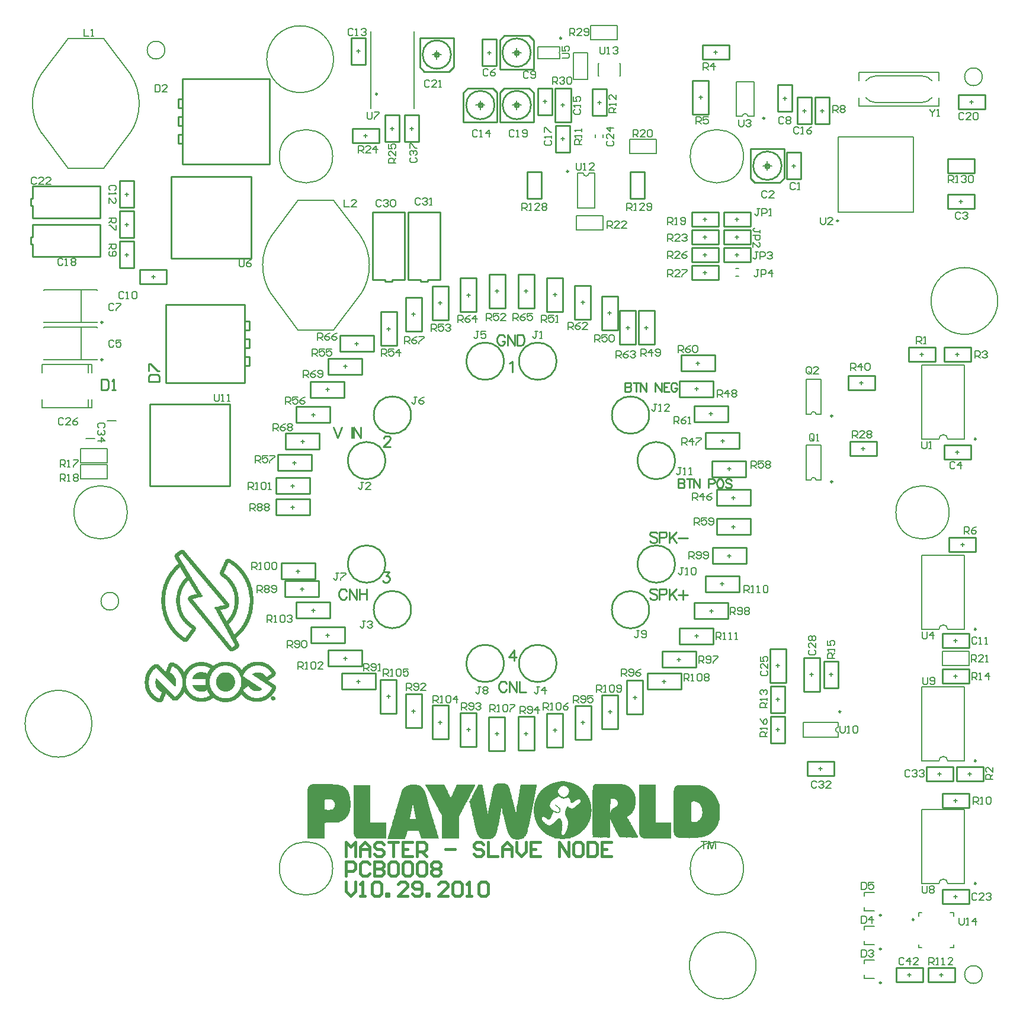
<source format=gto>
%FSLAX23Y23*%
%MOIN*%
G70*
G01*
G75*
G04 Layer_Color=65535*
%ADD10C,0.150*%
%ADD11R,0.050X0.055*%
%ADD12R,0.410X0.425*%
%ADD13R,0.085X0.036*%
%ADD14R,0.100X0.100*%
%ADD15R,0.041X0.010*%
%ADD16R,0.010X0.041*%
%ADD17R,0.118X0.118*%
%ADD18R,0.022X0.057*%
%ADD19R,0.022X0.057*%
%ADD20R,0.087X0.024*%
%ADD21R,0.087X0.024*%
%ADD22R,0.063X0.012*%
%ADD23R,0.012X0.063*%
%ADD24R,0.217X0.079*%
%ADD25R,0.037X0.035*%
%ADD26R,0.037X0.035*%
%ADD27R,0.012X0.063*%
%ADD28R,0.050X0.110*%
%ADD29R,0.102X0.094*%
%ADD30R,0.217X0.280*%
%ADD31R,0.039X0.063*%
%ADD32R,0.089X0.024*%
%ADD33R,0.035X0.049*%
%ADD34R,0.065X0.055*%
%ADD35R,0.024X0.087*%
%ADD36R,0.024X0.087*%
%ADD37R,0.100X0.100*%
%ADD38R,0.059X0.051*%
%ADD39R,0.110X0.115*%
%ADD40R,0.079X0.126*%
%ADD41R,0.079X0.126*%
%ADD42R,0.140X0.060*%
%ADD43R,0.330X0.420*%
%ADD44R,0.081X0.024*%
%ADD45R,0.049X0.035*%
%ADD46R,0.055X0.050*%
%ADD47R,0.055X0.065*%
%ADD48C,0.050*%
%ADD49R,0.160X0.080*%
%ADD50R,0.450X0.450*%
%ADD51C,0.035*%
%ADD52C,0.020*%
%ADD53C,0.010*%
%ADD54C,0.100*%
%ADD55C,0.075*%
%ADD56C,0.050*%
%ADD57C,0.025*%
%ADD58C,0.040*%
%ADD59C,0.030*%
%ADD60C,0.015*%
%ADD61C,0.070*%
%ADD62C,0.100*%
%ADD63C,0.065*%
%ADD64R,0.065X0.065*%
%ADD65C,0.150*%
%ADD66C,0.169*%
%ADD67C,0.390*%
%ADD68C,0.200*%
%ADD69C,0.150*%
%ADD70C,0.250*%
%ADD71C,0.125*%
%ADD72C,0.024*%
%ADD73C,0.025*%
%ADD74C,0.040*%
%ADD75C,0.008*%
%ADD76C,0.085*%
%ADD77C,0.102*%
%ADD78C,0.080*%
%ADD79C,0.131*%
%ADD80C,0.209*%
%ADD81C,0.430*%
%ADD82C,0.165*%
%ADD83C,0.290*%
%ADD84C,0.052*%
%ADD85C,0.055*%
%ADD86C,0.064*%
G04:AMPARAMS|DCode=87|XSize=43mil|YSize=59mil|CornerRadius=0mil|HoleSize=0mil|Usage=FLASHONLY|Rotation=240.000|XOffset=0mil|YOffset=0mil|HoleType=Round|Shape=Rectangle|*
%AMROTATEDRECTD87*
4,1,4,-0.015,0.034,0.036,0.004,0.015,-0.034,-0.036,-0.004,-0.015,0.034,0.0*
%
%ADD87ROTATEDRECTD87*%

G04:AMPARAMS|DCode=88|XSize=43mil|YSize=59mil|CornerRadius=0mil|HoleSize=0mil|Usage=FLASHONLY|Rotation=255.000|XOffset=0mil|YOffset=0mil|HoleType=Round|Shape=Rectangle|*
%AMROTATEDRECTD88*
4,1,4,-0.023,0.029,0.034,0.013,0.023,-0.029,-0.034,-0.013,-0.023,0.029,0.0*
%
%ADD88ROTATEDRECTD88*%

G04:AMPARAMS|DCode=89|XSize=43mil|YSize=59mil|CornerRadius=0mil|HoleSize=0mil|Usage=FLASHONLY|Rotation=210.000|XOffset=0mil|YOffset=0mil|HoleType=Round|Shape=Rectangle|*
%AMROTATEDRECTD89*
4,1,4,0.004,0.036,0.034,-0.015,-0.004,-0.036,-0.034,0.015,0.004,0.036,0.0*
%
%ADD89ROTATEDRECTD89*%

G04:AMPARAMS|DCode=90|XSize=43mil|YSize=59mil|CornerRadius=0mil|HoleSize=0mil|Usage=FLASHONLY|Rotation=225.000|XOffset=0mil|YOffset=0mil|HoleType=Round|Shape=Rectangle|*
%AMROTATEDRECTD90*
4,1,4,-0.006,0.036,0.036,-0.006,0.006,-0.036,-0.036,0.006,-0.006,0.036,0.0*
%
%ADD90ROTATEDRECTD90*%

%ADD91R,0.043X0.059*%
G04:AMPARAMS|DCode=92|XSize=43mil|YSize=59mil|CornerRadius=0mil|HoleSize=0mil|Usage=FLASHONLY|Rotation=195.000|XOffset=0mil|YOffset=0mil|HoleType=Round|Shape=Rectangle|*
%AMROTATEDRECTD92*
4,1,4,0.013,0.034,0.029,-0.023,-0.013,-0.034,-0.029,0.023,0.013,0.034,0.0*
%
%ADD92ROTATEDRECTD92*%

G04:AMPARAMS|DCode=93|XSize=43mil|YSize=59mil|CornerRadius=0mil|HoleSize=0mil|Usage=FLASHONLY|Rotation=150.000|XOffset=0mil|YOffset=0mil|HoleType=Round|Shape=Rectangle|*
%AMROTATEDRECTD93*
4,1,4,0.034,0.015,0.004,-0.036,-0.034,-0.015,-0.004,0.036,0.034,0.015,0.0*
%
%ADD93ROTATEDRECTD93*%

G04:AMPARAMS|DCode=94|XSize=43mil|YSize=59mil|CornerRadius=0mil|HoleSize=0mil|Usage=FLASHONLY|Rotation=165.000|XOffset=0mil|YOffset=0mil|HoleType=Round|Shape=Rectangle|*
%AMROTATEDRECTD94*
4,1,4,0.029,0.023,0.013,-0.034,-0.029,-0.023,-0.013,0.034,0.029,0.023,0.0*
%
%ADD94ROTATEDRECTD94*%

G04:AMPARAMS|DCode=95|XSize=43mil|YSize=59mil|CornerRadius=0mil|HoleSize=0mil|Usage=FLASHONLY|Rotation=120.000|XOffset=0mil|YOffset=0mil|HoleType=Round|Shape=Rectangle|*
%AMROTATEDRECTD95*
4,1,4,0.036,-0.004,-0.015,-0.034,-0.036,0.004,0.015,0.034,0.036,-0.004,0.0*
%
%ADD95ROTATEDRECTD95*%

G04:AMPARAMS|DCode=96|XSize=43mil|YSize=59mil|CornerRadius=0mil|HoleSize=0mil|Usage=FLASHONLY|Rotation=135.000|XOffset=0mil|YOffset=0mil|HoleType=Round|Shape=Rectangle|*
%AMROTATEDRECTD96*
4,1,4,0.036,0.006,-0.006,-0.036,-0.036,-0.006,0.006,0.036,0.036,0.006,0.0*
%
%ADD96ROTATEDRECTD96*%

%ADD97R,0.059X0.043*%
G04:AMPARAMS|DCode=98|XSize=43mil|YSize=59mil|CornerRadius=0mil|HoleSize=0mil|Usage=FLASHONLY|Rotation=105.000|XOffset=0mil|YOffset=0mil|HoleType=Round|Shape=Rectangle|*
%AMROTATEDRECTD98*
4,1,4,0.034,-0.013,-0.023,-0.029,-0.034,0.013,0.023,0.029,0.034,-0.013,0.0*
%
%ADD98ROTATEDRECTD98*%

G04:AMPARAMS|DCode=99|XSize=43mil|YSize=59mil|CornerRadius=0mil|HoleSize=0mil|Usage=FLASHONLY|Rotation=262.500|XOffset=0mil|YOffset=0mil|HoleType=Round|Shape=Rectangle|*
%AMROTATEDRECTD99*
4,1,4,-0.026,0.025,0.032,0.018,0.026,-0.025,-0.032,-0.018,-0.026,0.025,0.0*
%
%ADD99ROTATEDRECTD99*%

G04:AMPARAMS|DCode=100|XSize=43mil|YSize=59mil|CornerRadius=0mil|HoleSize=0mil|Usage=FLASHONLY|Rotation=247.500|XOffset=0mil|YOffset=0mil|HoleType=Round|Shape=Rectangle|*
%AMROTATEDRECTD100*
4,1,4,-0.019,0.031,0.036,0.009,0.019,-0.031,-0.036,-0.009,-0.019,0.031,0.0*
%
%ADD100ROTATEDRECTD100*%

G04:AMPARAMS|DCode=101|XSize=43mil|YSize=59mil|CornerRadius=0mil|HoleSize=0mil|Usage=FLASHONLY|Rotation=232.500|XOffset=0mil|YOffset=0mil|HoleType=Round|Shape=Rectangle|*
%AMROTATEDRECTD101*
4,1,4,-0.010,0.035,0.037,-0.001,0.010,-0.035,-0.037,0.001,-0.010,0.035,0.0*
%
%ADD101ROTATEDRECTD101*%

G04:AMPARAMS|DCode=102|XSize=43mil|YSize=59mil|CornerRadius=0mil|HoleSize=0mil|Usage=FLASHONLY|Rotation=217.500|XOffset=0mil|YOffset=0mil|HoleType=Round|Shape=Rectangle|*
%AMROTATEDRECTD102*
4,1,4,-0.001,0.037,0.035,-0.010,0.001,-0.037,-0.035,0.010,-0.001,0.037,0.0*
%
%ADD102ROTATEDRECTD102*%

G04:AMPARAMS|DCode=103|XSize=43mil|YSize=59mil|CornerRadius=0mil|HoleSize=0mil|Usage=FLASHONLY|Rotation=202.500|XOffset=0mil|YOffset=0mil|HoleType=Round|Shape=Rectangle|*
%AMROTATEDRECTD103*
4,1,4,0.009,0.036,0.031,-0.019,-0.009,-0.036,-0.031,0.019,0.009,0.036,0.0*
%
%ADD103ROTATEDRECTD103*%

G04:AMPARAMS|DCode=104|XSize=43mil|YSize=59mil|CornerRadius=0mil|HoleSize=0mil|Usage=FLASHONLY|Rotation=187.500|XOffset=0mil|YOffset=0mil|HoleType=Round|Shape=Rectangle|*
%AMROTATEDRECTD104*
4,1,4,0.018,0.032,0.025,-0.026,-0.018,-0.032,-0.025,0.026,0.018,0.032,0.0*
%
%ADD104ROTATEDRECTD104*%

G04:AMPARAMS|DCode=105|XSize=43mil|YSize=59mil|CornerRadius=0mil|HoleSize=0mil|Usage=FLASHONLY|Rotation=172.500|XOffset=0mil|YOffset=0mil|HoleType=Round|Shape=Rectangle|*
%AMROTATEDRECTD105*
4,1,4,0.025,0.026,0.018,-0.032,-0.025,-0.026,-0.018,0.032,0.025,0.026,0.0*
%
%ADD105ROTATEDRECTD105*%

G04:AMPARAMS|DCode=106|XSize=43mil|YSize=59mil|CornerRadius=0mil|HoleSize=0mil|Usage=FLASHONLY|Rotation=157.500|XOffset=0mil|YOffset=0mil|HoleType=Round|Shape=Rectangle|*
%AMROTATEDRECTD106*
4,1,4,0.031,0.019,0.009,-0.036,-0.031,-0.019,-0.009,0.036,0.031,0.019,0.0*
%
%ADD106ROTATEDRECTD106*%

G04:AMPARAMS|DCode=107|XSize=43mil|YSize=59mil|CornerRadius=0mil|HoleSize=0mil|Usage=FLASHONLY|Rotation=142.500|XOffset=0mil|YOffset=0mil|HoleType=Round|Shape=Rectangle|*
%AMROTATEDRECTD107*
4,1,4,0.035,0.010,-0.001,-0.037,-0.035,-0.010,0.001,0.037,0.035,0.010,0.0*
%
%ADD107ROTATEDRECTD107*%

G04:AMPARAMS|DCode=108|XSize=43mil|YSize=59mil|CornerRadius=0mil|HoleSize=0mil|Usage=FLASHONLY|Rotation=127.500|XOffset=0mil|YOffset=0mil|HoleType=Round|Shape=Rectangle|*
%AMROTATEDRECTD108*
4,1,4,0.037,0.001,-0.010,-0.035,-0.037,-0.001,0.010,0.035,0.037,0.001,0.0*
%
%ADD108ROTATEDRECTD108*%

G04:AMPARAMS|DCode=109|XSize=43mil|YSize=59mil|CornerRadius=0mil|HoleSize=0mil|Usage=FLASHONLY|Rotation=112.500|XOffset=0mil|YOffset=0mil|HoleType=Round|Shape=Rectangle|*
%AMROTATEDRECTD109*
4,1,4,0.036,-0.009,-0.019,-0.031,-0.036,0.009,0.019,0.031,0.036,-0.009,0.0*
%
%ADD109ROTATEDRECTD109*%

G04:AMPARAMS|DCode=110|XSize=43mil|YSize=59mil|CornerRadius=0mil|HoleSize=0mil|Usage=FLASHONLY|Rotation=97.500|XOffset=0mil|YOffset=0mil|HoleType=Round|Shape=Rectangle|*
%AMROTATEDRECTD110*
4,1,4,0.032,-0.018,-0.026,-0.025,-0.032,0.018,0.026,0.025,0.032,-0.018,0.0*
%
%ADD110ROTATEDRECTD110*%

%ADD111C,0.010*%
%ADD112C,0.004*%
%ADD113C,0.008*%
%ADD114C,0.005*%
%ADD115C,0.002*%
%ADD116C,0.002*%
%ADD117C,0.008*%
%ADD118C,0.006*%
D53*
X-340Y2575D02*
G03*
X-340Y2575I-80J0D01*
G01*
X775Y547D02*
G03*
X775Y547I-105J0D01*
G01*
X-43Y-850D02*
G03*
X-43Y-850I-105J0D01*
G01*
X-710Y-291D02*
G03*
X-710Y-291I-105J0D01*
G01*
X-565Y547D02*
G03*
X-565Y547I-105J0D01*
G01*
X-43Y850D02*
G03*
X-43Y850I-105J0D01*
G01*
X253Y-850D02*
G03*
X253Y-850I-105J0D01*
G01*
X-565Y-547D02*
G03*
X-565Y-547I-105J0D01*
G01*
X-710Y291D02*
G03*
X-710Y291I-105J0D01*
G01*
X253Y850D02*
G03*
X253Y850I-105J0D01*
G01*
X920Y291D02*
G03*
X920Y291I-105J0D01*
G01*
Y-291D02*
G03*
X920Y-291I-105J0D01*
G01*
X775Y-548D02*
G03*
X775Y-548I-105J0D01*
G01*
X109Y2586D02*
G03*
X109Y2586I-80J0D01*
G01*
X-95Y2291D02*
G03*
X-95Y2291I-80J0D01*
G01*
X110D02*
G03*
X110Y2291I-80J0D01*
G01*
X1520Y1950D02*
G03*
X1520Y1950I-80J0D01*
G01*
X-2035Y150D02*
Y610D01*
Y150D02*
X-1585D01*
Y610D01*
X-2035D02*
X-1585D01*
X-1915Y1430D02*
Y1890D01*
Y1430D02*
X-1465D01*
Y1890D01*
X-1915D02*
X-1465D01*
X-2695Y1655D02*
X-2315D01*
Y1835D01*
X-2695D02*
X-2315D01*
X-2695Y1765D02*
Y1835D01*
X-2705Y1765D02*
X-2695D01*
X-2705Y1725D02*
Y1765D01*
Y1725D02*
X-2695D01*
Y1655D02*
Y1725D01*
X-410Y2565D02*
Y2585D01*
X-430Y2565D02*
X-410D01*
X-430D02*
Y2585D01*
X-410D01*
X-370Y2480D02*
X-350D01*
X-325Y2505D01*
Y2670D01*
X-370D02*
X-325D01*
X-515D02*
X-470D01*
X-515Y2505D02*
Y2670D01*
Y2505D02*
X-490Y2480D01*
X-470D01*
X-480D02*
X-360D01*
X-480Y2670D02*
X-360D01*
X1735Y-1008D02*
Y-818D01*
X1645D02*
X1735D01*
X1645Y-1008D02*
Y-818D01*
Y-1008D02*
X1735D01*
X-400Y1310D02*
Y1690D01*
X-580D02*
X-400D01*
X-580Y1310D02*
Y1690D01*
Y1310D02*
X-510D01*
Y1300D02*
Y1310D01*
Y1300D02*
X-470D01*
Y1310D01*
X-400D01*
X-1945Y730D02*
X-1500D01*
Y825D01*
X-1475D01*
Y875D01*
X-1500D02*
X-1475D01*
X-1500D02*
Y925D01*
X-1475D01*
Y975D01*
X-1500D02*
X-1475D01*
X-1500D02*
Y1025D01*
X-1475D01*
Y1075D01*
X-1500D02*
X-1475D01*
X-1500D02*
Y1170D01*
X-1945D02*
X-1500D01*
X-1945Y730D02*
Y1170D01*
X-1500Y750D02*
Y1150D01*
X1665Y-1483D02*
X1815D01*
Y-1403D01*
X1665D02*
X1815D01*
X1665Y-1483D02*
Y-1403D01*
X1460Y-1148D02*
X1540D01*
Y-1298D02*
Y-1148D01*
X1460Y-1298D02*
X1540D01*
X1460D02*
Y-1148D01*
X1760Y-988D02*
X1840D01*
X1760D02*
Y-838D01*
X1840D01*
Y-988D02*
Y-838D01*
X1460Y-978D02*
X1540D01*
Y-1128D02*
Y-978D01*
X1460Y-1128D02*
X1540D01*
X1460D02*
Y-978D01*
X1455Y-958D02*
Y-768D01*
Y-958D02*
X1545D01*
Y-768D01*
X1455D02*
X1545D01*
X1020Y2240D02*
Y2430D01*
Y2240D02*
X1110D01*
Y2430D01*
X1020D02*
X1110D01*
X1500Y2255D02*
Y2405D01*
Y2255D02*
X1580D01*
Y2405D01*
X1500D02*
X1580D01*
X1165Y1310D02*
Y1390D01*
X1015Y1310D02*
X1165D01*
X1015D02*
Y1390D01*
X1165D01*
Y1410D02*
Y1490D01*
X1015Y1410D02*
X1165D01*
X1015D02*
Y1490D01*
X1165D01*
Y1510D02*
Y1590D01*
X1015Y1510D02*
X1165D01*
X1015D02*
Y1590D01*
X1165D01*
Y1610D02*
Y1690D01*
X1015Y1610D02*
X1165D01*
X1015D02*
Y1690D01*
X1165D01*
X1195Y1410D02*
Y1490D01*
X1345D01*
Y1410D02*
Y1490D01*
X1195Y1410D02*
X1345D01*
X1195Y1510D02*
Y1590D01*
X1345D01*
Y1510D02*
Y1590D01*
X1195Y1510D02*
X1345D01*
X1630Y1875D02*
Y2025D01*
X1550D02*
X1630D01*
X1550Y1875D02*
Y2025D01*
Y1875D02*
X1630D01*
X1895Y770D02*
X2045D01*
X1895Y690D02*
Y770D01*
Y690D02*
X2045D01*
Y770D01*
X19Y2576D02*
Y2596D01*
X39D01*
Y2576D02*
Y2596D01*
X19Y2576D02*
X39D01*
X-41Y2681D02*
X-21D01*
X-66Y2656D02*
X-41Y2681D01*
X-66Y2491D02*
Y2656D01*
Y2491D02*
X-21D01*
X79D02*
X124D01*
Y2656D01*
X99Y2681D02*
X124Y2656D01*
X79Y2681D02*
X99D01*
X-31D02*
X89D01*
X-31Y2491D02*
X89D01*
X-185Y2281D02*
Y2301D01*
X-165D01*
Y2281D02*
Y2301D01*
X-185Y2281D02*
X-165D01*
X-245Y2386D02*
X-225D01*
X-270Y2361D02*
X-245Y2386D01*
X-270Y2196D02*
Y2361D01*
Y2196D02*
X-225D01*
X-125D02*
X-80D01*
Y2361D01*
X-105Y2386D02*
X-80Y2361D01*
X-125Y2386D02*
X-105D01*
X-235D02*
X-115D01*
X-235Y2196D02*
X-115D01*
X20Y2281D02*
Y2301D01*
X40D01*
Y2281D02*
Y2301D01*
X20Y2281D02*
X40D01*
X-40Y2386D02*
X-20D01*
X-65Y2361D02*
X-40Y2386D01*
X-65Y2196D02*
Y2361D01*
Y2196D02*
X-20D01*
X80D02*
X125D01*
Y2361D01*
X100Y2386D02*
X125Y2361D01*
X80Y2386D02*
X100D01*
X-30D02*
X90D01*
X-30Y2196D02*
X90D01*
X1092Y358D02*
X1282D01*
Y448D01*
X1092D02*
X1282D01*
X1092Y358D02*
Y448D01*
X946Y650D02*
X1136D01*
Y740D01*
X946D02*
X1136D01*
X946Y650D02*
Y740D01*
X805Y945D02*
Y1135D01*
X715D02*
X805D01*
X715Y945D02*
Y1135D01*
Y945D02*
X805D01*
X598Y1026D02*
Y1216D01*
X508D02*
X598D01*
X508Y1026D02*
Y1216D01*
Y1026D02*
X598D01*
X289Y1129D02*
Y1319D01*
X199D02*
X289D01*
X199Y1129D02*
Y1319D01*
Y1129D02*
X289D01*
X-35Y1150D02*
Y1340D01*
X-125D02*
X-35D01*
X-125Y1150D02*
Y1340D01*
Y1150D02*
X-35D01*
X-355Y1082D02*
Y1272D01*
X-445D02*
X-355D01*
X-445Y1082D02*
Y1272D01*
Y1082D02*
X-355D01*
X-645Y938D02*
Y1128D01*
X-735D02*
X-645D01*
X-735Y938D02*
Y1128D01*
Y938D02*
X-645D01*
X-1031Y866D02*
X-841D01*
X-1031Y776D02*
Y866D01*
Y776D02*
X-841D01*
Y866D01*
X-1211Y595D02*
X-1021D01*
X-1211Y505D02*
Y595D01*
Y505D02*
X-1021D01*
Y595D01*
X-1315Y325D02*
X-1125D01*
X-1315Y235D02*
Y325D01*
Y235D02*
X-1125D01*
Y325D01*
X1130Y200D02*
X1320D01*
Y290D01*
X1130D02*
X1320D01*
X1130Y200D02*
Y290D01*
X1155Y-125D02*
X1345D01*
Y-35D01*
X1155D02*
X1345D01*
X1155Y-125D02*
Y-35D01*
X955Y795D02*
X1145D01*
Y885D01*
X955D02*
X1145D01*
X955Y795D02*
Y885D01*
X1027Y509D02*
X1217D01*
Y599D01*
X1027D02*
X1217D01*
X1027Y509D02*
Y599D01*
X446Y1086D02*
Y1276D01*
X356D02*
X446D01*
X356Y1086D02*
Y1276D01*
Y1086D02*
X446D01*
X700Y945D02*
Y1135D01*
X610D02*
X700D01*
X610Y945D02*
Y1135D01*
Y945D02*
X700D01*
X-198Y1127D02*
Y1317D01*
X-288D02*
X-198D01*
X-288Y1127D02*
Y1317D01*
Y1127D02*
X-198D01*
X127Y1150D02*
Y1340D01*
X37D02*
X127D01*
X37Y1150D02*
Y1340D01*
Y1150D02*
X127D01*
X-965Y995D02*
X-775D01*
X-965Y905D02*
Y995D01*
Y905D02*
X-775D01*
Y995D01*
X-505Y1020D02*
Y1210D01*
X-595D02*
X-505D01*
X-595Y1020D02*
Y1210D01*
Y1020D02*
X-505D01*
X-1271Y444D02*
X-1081D01*
X-1271Y354D02*
Y444D01*
Y354D02*
X-1081D01*
Y444D01*
X-1130Y736D02*
X-940D01*
X-1130Y646D02*
Y736D01*
Y646D02*
X-940D01*
Y736D01*
X-1325Y75D02*
X-1135D01*
X-1325Y-15D02*
Y75D01*
Y-15D02*
X-1135D01*
Y75D01*
X-1274Y-385D02*
X-1084D01*
X-1274Y-475D02*
Y-385D01*
Y-475D02*
X-1084D01*
Y-385D01*
X-1129Y-646D02*
X-939D01*
X-1129Y-736D02*
Y-646D01*
Y-736D02*
X-939D01*
Y-646D01*
X-955Y-905D02*
X-765D01*
X-955Y-995D02*
Y-905D01*
Y-995D02*
X-765D01*
Y-905D01*
X-596Y-1213D02*
Y-1023D01*
Y-1213D02*
X-506D01*
Y-1023D01*
X-596D02*
X-506D01*
X-288Y-1318D02*
Y-1128D01*
Y-1318D02*
X-198D01*
Y-1128D01*
X-288D02*
X-198D01*
X37Y-1339D02*
Y-1149D01*
Y-1339D02*
X127D01*
Y-1149D01*
X37D02*
X127D01*
X357Y-1278D02*
Y-1088D01*
Y-1278D02*
X447D01*
Y-1088D01*
X357D02*
X447D01*
X650Y-1135D02*
Y-945D01*
Y-1135D02*
X740D01*
Y-945D01*
X650D02*
X740D01*
X848Y-872D02*
X1038D01*
Y-782D01*
X848D02*
X1038D01*
X848Y-872D02*
Y-782D01*
X1029Y-599D02*
X1219D01*
Y-509D01*
X1029D02*
X1219D01*
X1029Y-599D02*
Y-509D01*
X1131Y-289D02*
X1321D01*
Y-199D01*
X1131D02*
X1321D01*
X1131Y-289D02*
Y-199D01*
X-1295Y-285D02*
X-1105D01*
X-1295Y-375D02*
Y-285D01*
Y-375D02*
X-1105D01*
Y-285D01*
X-1325Y195D02*
X-1135D01*
X-1325Y105D02*
Y195D01*
Y105D02*
X-1135D01*
Y195D01*
X-1031Y-776D02*
X-841D01*
X-1031Y-866D02*
Y-776D01*
Y-866D02*
X-841D01*
Y-776D01*
X-1210Y-505D02*
X-1020D01*
X-1210Y-595D02*
Y-505D01*
Y-595D02*
X-1020D01*
Y-505D01*
X-446Y-1276D02*
Y-1086D01*
Y-1276D02*
X-356D01*
Y-1086D01*
X-446D02*
X-356D01*
X-737Y-1130D02*
Y-940D01*
Y-1130D02*
X-647D01*
Y-940D01*
X-737D02*
X-647D01*
X199Y-1321D02*
Y-1131D01*
Y-1321D02*
X289D01*
Y-1131D01*
X199D02*
X289D01*
X-127Y-1340D02*
Y-1150D01*
Y-1340D02*
X-37D01*
Y-1150D01*
X-127D02*
X-37D01*
X765Y-995D02*
X955D01*
Y-905D01*
X765D02*
X955D01*
X765Y-995D02*
Y-905D01*
X509Y-1218D02*
Y-1028D01*
Y-1218D02*
X599D01*
Y-1028D01*
X509D02*
X599D01*
X1091Y-447D02*
X1281D01*
Y-357D01*
X1091D02*
X1281D01*
X1091Y-447D02*
Y-357D01*
X946Y-741D02*
X1136D01*
Y-651D01*
X946D02*
X1136D01*
X946Y-741D02*
Y-651D01*
X2495Y-2640D02*
Y-2560D01*
X2345Y-2640D02*
X2495D01*
X2345D02*
Y-2560D01*
X2495D01*
X2385Y850D02*
Y930D01*
X2235Y850D02*
X2385D01*
X2235D02*
Y930D01*
X2385D01*
X2505Y-1510D02*
Y-1430D01*
X2655D01*
Y-1510D02*
Y-1430D01*
X2505Y-1510D02*
X2655D01*
X2585Y850D02*
Y930D01*
X2435Y850D02*
X2585D01*
X2435D02*
Y930D01*
X2585D01*
X2612Y-220D02*
Y-140D01*
X2462Y-220D02*
X2612D01*
X2462D02*
Y-140D01*
X2612D01*
X-2205Y1695D02*
X-2125D01*
Y1545D02*
Y1695D01*
X-2205Y1545D02*
X-2125D01*
X-2205D02*
Y1695D01*
Y1525D02*
X-2125D01*
Y1375D02*
Y1525D01*
X-2205Y1375D02*
X-2125D01*
X-2205D02*
Y1525D01*
X2575Y-1660D02*
Y-1580D01*
X2425Y-1660D02*
X2575D01*
X2425D02*
Y-1580D01*
X2575D01*
X250Y2026D02*
X330D01*
X250D02*
Y2176D01*
X330D01*
Y2026D02*
Y2176D01*
X454Y2381D02*
X534D01*
Y2231D02*
Y2381D01*
X454Y2231D02*
X534D01*
X454D02*
Y2381D01*
X2575Y-960D02*
Y-880D01*
X2425Y-960D02*
X2575D01*
X2425D02*
Y-880D01*
X2575D01*
X-745Y2080D02*
Y2160D01*
X-895Y2080D02*
X-745D01*
X-895D02*
Y2160D01*
X-745D01*
X-710Y2235D02*
X-630D01*
Y2085D02*
Y2235D01*
X-710Y2085D02*
X-630D01*
X-710D02*
Y2235D01*
X2055Y320D02*
Y400D01*
X1905Y320D02*
X2055D01*
X1905D02*
Y400D01*
X2055D01*
X2165Y-2560D02*
X2315D01*
X2165Y-2640D02*
Y-2560D01*
Y-2640D02*
X2315D01*
Y-2560D01*
X2435Y380D02*
X2585D01*
X2435Y300D02*
Y380D01*
Y300D02*
X2585D01*
Y380D01*
X-166Y2511D02*
Y2661D01*
Y2511D02*
X-86D01*
Y2661D01*
X-166D02*
X-86D01*
X-2090Y1365D02*
X-1940D01*
X-2090Y1285D02*
Y1365D01*
Y1285D02*
X-1940D01*
Y1365D01*
X2425Y-680D02*
X2575D01*
X2425Y-760D02*
Y-680D01*
Y-760D02*
X2575D01*
Y-680D01*
X-2125Y1715D02*
Y1865D01*
X-2205D02*
X-2125D01*
X-2205Y1715D02*
Y1865D01*
Y1715D02*
X-2125D01*
X-820Y2520D02*
Y2670D01*
X-900D02*
X-820D01*
X-900Y2520D02*
Y2670D01*
Y2520D02*
X-820D01*
X150Y2236D02*
Y2386D01*
Y2236D02*
X230D01*
Y2386D01*
X150D02*
X230D01*
X2425Y-2120D02*
X2575D01*
X2425Y-2200D02*
Y-2120D01*
Y-2200D02*
X2575D01*
Y-2120D01*
X2335Y-1430D02*
X2485D01*
X2335Y-1510D02*
Y-1430D01*
Y-1510D02*
X2485D01*
Y-1430D01*
X-520Y2085D02*
Y2235D01*
X-600D02*
X-520D01*
X-600Y2085D02*
Y2235D01*
Y2085D02*
X-520D01*
X170Y1765D02*
Y1915D01*
X90D02*
X170D01*
X90Y1765D02*
Y1915D01*
Y1765D02*
X170D01*
X750D02*
Y1915D01*
X670D02*
X750D01*
X670Y1765D02*
Y1915D01*
Y1765D02*
X750D01*
X2455Y1710D02*
Y1790D01*
X2605D01*
Y1710D02*
Y1790D01*
X2455Y1710D02*
X2605D01*
X1610Y2335D02*
X1690D01*
Y2185D02*
Y2335D01*
X1610Y2185D02*
X1690D01*
X1610D02*
Y2335D01*
X1075Y2630D02*
X1225D01*
X1075Y2550D02*
Y2630D01*
Y2550D02*
X1225D01*
Y2630D01*
X1450Y1940D02*
Y1960D01*
X1430Y1940D02*
X1450D01*
X1430D02*
Y1960D01*
X1450D01*
X1490Y1855D02*
X1510D01*
X1535Y1880D01*
Y2045D01*
X1490D02*
X1535D01*
X1345D02*
X1390D01*
X1345Y1880D02*
Y2045D01*
Y1880D02*
X1370Y1855D01*
X1390D01*
X1380D02*
X1500D01*
X1380Y2045D02*
X1500D01*
X1710Y2185D02*
X1790D01*
X1710D02*
Y2335D01*
X1790D01*
Y2185D02*
Y2335D01*
X2515Y2270D02*
X2665D01*
Y2350D01*
X2515D02*
X2665D01*
X2515Y2270D02*
Y2350D01*
X2455Y1910D02*
X2605D01*
Y1990D01*
X2455D02*
X2605D01*
X2455Y1910D02*
Y1990D01*
X245Y2386D02*
X335D01*
Y2196D02*
Y2386D01*
X245Y2196D02*
X335D01*
X245D02*
Y2386D01*
X1155Y37D02*
Y127D01*
X1345D01*
Y37D02*
Y127D01*
X1155Y37D02*
X1345D01*
X-2695Y1440D02*
Y1510D01*
X-2705D02*
X-2695D01*
X-2705D02*
Y1550D01*
X-2695D01*
Y1620D01*
X-2315D01*
Y1440D02*
Y1620D01*
X-2695Y1440D02*
X-2315D01*
X-1850Y2000D02*
Y2400D01*
X-1360Y1960D02*
Y2440D01*
X-1850Y1960D02*
X-1360D01*
X-1850D02*
Y2075D01*
X-1875D02*
X-1850D01*
X-1875D02*
Y2125D01*
X-1850D01*
Y2175D01*
X-1875D02*
X-1850D01*
X-1875D02*
Y2225D01*
X-1850D01*
Y2275D01*
X-1875D02*
X-1850D01*
X-1875D02*
Y2325D01*
X-1850D01*
Y2440D01*
X-1360D01*
X1195Y1610D02*
X1345D01*
Y1690D01*
X1195D02*
X1345D01*
X1195Y1610D02*
Y1690D01*
X-670Y1310D02*
X-600D01*
X-670Y1300D02*
Y1310D01*
X-710Y1300D02*
X-670D01*
X-710D02*
Y1310D01*
X-780D02*
X-710D01*
X-780D02*
Y1690D01*
X-600D01*
Y1310D02*
Y1690D01*
X-2307Y748D02*
Y688D01*
X-2277D01*
X-2267Y698D01*
Y738D01*
X-2277Y748D01*
X-2307D01*
X-2247Y688D02*
X-2227D01*
X-2237D01*
Y748D01*
X-2247Y738D01*
X-2040Y734D02*
X-1980D01*
Y764D01*
X-1990Y774D01*
X-2030D01*
X-2040Y764D01*
Y734D01*
Y794D02*
Y834D01*
X-2030D01*
X-1990Y794D01*
X-1980D01*
X-27Y-964D02*
X-30Y-959D01*
X-36Y-953D01*
X-41Y-950D01*
X-53D01*
X-59Y-953D01*
X-64Y-959D01*
X-67Y-964D01*
X-70Y-973D01*
Y-987D01*
X-67Y-996D01*
X-64Y-1001D01*
X-59Y-1007D01*
X-53Y-1010D01*
X-41D01*
X-36Y-1007D01*
X-30Y-1001D01*
X-27Y-996D01*
X-10Y-950D02*
Y-1010D01*
Y-950D02*
X30Y-1010D01*
Y-950D02*
Y-1010D01*
X46Y-950D02*
Y-1010D01*
X81D01*
X-927Y-444D02*
X-930Y-439D01*
X-936Y-433D01*
X-941Y-430D01*
X-953D01*
X-959Y-433D01*
X-964Y-439D01*
X-967Y-444D01*
X-970Y-453D01*
Y-467D01*
X-967Y-476D01*
X-964Y-481D01*
X-959Y-487D01*
X-953Y-490D01*
X-941D01*
X-936Y-487D01*
X-930Y-481D01*
X-927Y-476D01*
X-910Y-430D02*
Y-490D01*
Y-430D02*
X-870Y-490D01*
Y-430D02*
Y-490D01*
X-854Y-430D02*
Y-490D01*
X-814Y-430D02*
Y-490D01*
X-854Y-459D02*
X-814D01*
X820Y-439D02*
X814Y-433D01*
X806Y-430D01*
X794D01*
X786Y-433D01*
X780Y-439D01*
Y-444D01*
X783Y-450D01*
X786Y-453D01*
X791Y-456D01*
X809Y-461D01*
X814Y-464D01*
X817Y-467D01*
X820Y-473D01*
Y-481D01*
X814Y-487D01*
X806Y-490D01*
X794D01*
X786Y-487D01*
X780Y-481D01*
X833Y-461D02*
X859D01*
X868Y-459D01*
X871Y-456D01*
X873Y-450D01*
Y-441D01*
X871Y-436D01*
X868Y-433D01*
X859Y-430D01*
X833D01*
Y-490D01*
X887Y-430D02*
Y-490D01*
X927Y-430D02*
X887Y-470D01*
X901Y-456D02*
X927Y-490D01*
X966Y-439D02*
Y-490D01*
X940Y-464D02*
X992D01*
X820Y-119D02*
X814Y-113D01*
X806Y-110D01*
X794D01*
X786Y-113D01*
X780Y-119D01*
Y-124D01*
X783Y-130D01*
X786Y-133D01*
X791Y-136D01*
X809Y-141D01*
X814Y-144D01*
X817Y-147D01*
X820Y-153D01*
Y-161D01*
X814Y-167D01*
X806Y-170D01*
X794D01*
X786Y-167D01*
X780Y-161D01*
X833Y-141D02*
X859D01*
X868Y-139D01*
X871Y-136D01*
X873Y-130D01*
Y-121D01*
X871Y-116D01*
X868Y-113D01*
X859Y-110D01*
X833D01*
Y-170D01*
X887Y-110D02*
Y-170D01*
X927Y-110D02*
X887Y-150D01*
X901Y-136D02*
X927Y-170D01*
X940Y-144D02*
X992D01*
X-37Y986D02*
X-40Y991D01*
X-46Y997D01*
X-51Y1000D01*
X-63D01*
X-69Y997D01*
X-74Y991D01*
X-77Y986D01*
X-80Y977D01*
Y963D01*
X-77Y954D01*
X-74Y949D01*
X-69Y943D01*
X-63Y940D01*
X-51D01*
X-46Y943D01*
X-40Y949D01*
X-37Y954D01*
Y963D01*
X-51D02*
X-37D01*
X-23Y1000D02*
Y940D01*
Y1000D02*
X17Y940D01*
Y1000D02*
Y940D01*
X33Y1000D02*
Y940D01*
Y1000D02*
X53D01*
X62Y997D01*
X67Y991D01*
X70Y986D01*
X73Y977D01*
Y963D01*
X70Y954D01*
X67Y949D01*
X62Y943D01*
X53Y940D01*
X33D01*
X-1000Y480D02*
X-977Y420D01*
X-954Y480D02*
X-977Y420D01*
X-899Y480D02*
Y420D01*
X-887Y480D02*
Y420D01*
Y480D02*
X-847Y420D01*
Y480D02*
Y420D01*
X-10Y839D02*
X-4Y841D01*
X4Y850D01*
Y790D01*
X-717Y416D02*
Y419D01*
X-714Y424D01*
X-711Y427D01*
X-706Y430D01*
X-694D01*
X-689Y427D01*
X-686Y424D01*
X-683Y419D01*
Y413D01*
X-686Y407D01*
X-691Y399D01*
X-720Y370D01*
X-680D01*
X-719Y-335D02*
X-688D01*
X-705Y-358D01*
X-696D01*
X-691Y-361D01*
X-688Y-364D01*
X-685Y-372D01*
Y-378D01*
X-688Y-386D01*
X-694Y-392D01*
X-702Y-395D01*
X-711D01*
X-719Y-392D01*
X-722Y-389D01*
X-725Y-384D01*
X14Y-775D02*
X-15Y-815D01*
X28D01*
X14Y-775D02*
Y-835D01*
X640Y730D02*
Y680D01*
Y730D02*
X661D01*
X669Y728D01*
X671Y725D01*
X673Y720D01*
Y716D01*
X671Y711D01*
X669Y709D01*
X661Y706D01*
X640D02*
X661D01*
X669Y704D01*
X671Y701D01*
X673Y697D01*
Y690D01*
X671Y685D01*
X669Y682D01*
X661Y680D01*
X640D01*
X701Y730D02*
Y680D01*
X685Y730D02*
X718D01*
X724D02*
Y680D01*
Y730D02*
X757Y680D01*
Y730D02*
Y680D01*
X810Y730D02*
Y680D01*
Y730D02*
X844Y680D01*
Y730D02*
Y680D01*
X888Y730D02*
X857D01*
Y680D01*
X888D01*
X857Y706D02*
X876D01*
X932Y718D02*
X930Y723D01*
X925Y728D01*
X920Y730D01*
X911D01*
X906Y728D01*
X901Y723D01*
X899Y718D01*
X897Y711D01*
Y699D01*
X899Y692D01*
X901Y687D01*
X906Y682D01*
X911Y680D01*
X920D01*
X925Y682D01*
X930Y687D01*
X932Y692D01*
Y699D01*
X920D02*
X932D01*
X940Y188D02*
Y138D01*
Y188D02*
X961D01*
X969Y185D01*
X971Y183D01*
X973Y178D01*
Y173D01*
X971Y168D01*
X969Y166D01*
X961Y164D01*
X940D02*
X961D01*
X969Y161D01*
X971Y159D01*
X973Y154D01*
Y147D01*
X971Y142D01*
X969Y140D01*
X961Y138D01*
X940D01*
X1001Y188D02*
Y138D01*
X985Y188D02*
X1018D01*
X1024D02*
Y138D01*
Y188D02*
X1057Y138D01*
Y188D02*
Y138D01*
X1110Y161D02*
X1132D01*
X1139Y164D01*
X1141Y166D01*
X1144Y171D01*
Y178D01*
X1141Y183D01*
X1139Y185D01*
X1132Y188D01*
X1110D01*
Y138D01*
X1169Y188D02*
X1164Y185D01*
X1159Y180D01*
X1157Y176D01*
X1155Y168D01*
Y157D01*
X1157Y149D01*
X1159Y145D01*
X1164Y140D01*
X1169Y138D01*
X1179D01*
X1183Y140D01*
X1188Y145D01*
X1190Y149D01*
X1193Y157D01*
Y168D01*
X1190Y176D01*
X1188Y180D01*
X1183Y185D01*
X1179Y188D01*
X1169D01*
X1238Y180D02*
X1233Y185D01*
X1226Y188D01*
X1216D01*
X1209Y185D01*
X1204Y180D01*
Y176D01*
X1207Y171D01*
X1209Y168D01*
X1214Y166D01*
X1228Y161D01*
X1233Y159D01*
X1235Y157D01*
X1238Y152D01*
Y145D01*
X1233Y140D01*
X1226Y138D01*
X1216D01*
X1209Y140D01*
X1204Y145D01*
D60*
X-932Y-2078D02*
Y-2131D01*
X-905Y-2158D01*
X-879Y-2131D01*
Y-2078D01*
X-852Y-2158D02*
X-825D01*
X-839D01*
Y-2078D01*
X-852Y-2091D01*
X-785D02*
X-772Y-2078D01*
X-745D01*
X-732Y-2091D01*
Y-2145D01*
X-745Y-2158D01*
X-772D01*
X-785Y-2145D01*
Y-2091D01*
X-705Y-2158D02*
Y-2145D01*
X-692D01*
Y-2158D01*
X-705D01*
X-585D02*
X-639D01*
X-585Y-2105D01*
Y-2091D01*
X-599Y-2078D01*
X-625D01*
X-639Y-2091D01*
X-559Y-2145D02*
X-545Y-2158D01*
X-519D01*
X-505Y-2145D01*
Y-2091D01*
X-519Y-2078D01*
X-545D01*
X-559Y-2091D01*
Y-2105D01*
X-545Y-2118D01*
X-505D01*
X-479Y-2158D02*
Y-2145D01*
X-465D01*
Y-2158D01*
X-479D01*
X-359D02*
X-412D01*
X-359Y-2105D01*
Y-2091D01*
X-372Y-2078D01*
X-399D01*
X-412Y-2091D01*
X-332D02*
X-319Y-2078D01*
X-292D01*
X-279Y-2091D01*
Y-2145D01*
X-292Y-2158D01*
X-319D01*
X-332Y-2145D01*
Y-2091D01*
X-252Y-2158D02*
X-226D01*
X-239D01*
Y-2078D01*
X-252Y-2091D01*
X-186D02*
X-172Y-2078D01*
X-146D01*
X-132Y-2091D01*
Y-2145D01*
X-146Y-2158D01*
X-172D01*
X-186Y-2145D01*
Y-2091D01*
X-932Y-2046D02*
Y-1966D01*
X-892D01*
X-879Y-1979D01*
Y-2006D01*
X-892Y-2019D01*
X-932D01*
X-799Y-1979D02*
X-812Y-1966D01*
X-839D01*
X-852Y-1979D01*
Y-2033D01*
X-839Y-2046D01*
X-812D01*
X-799Y-2033D01*
X-772Y-1966D02*
Y-2046D01*
X-732D01*
X-719Y-2033D01*
Y-2019D01*
X-732Y-2006D01*
X-772D01*
X-732D01*
X-719Y-1993D01*
Y-1979D01*
X-732Y-1966D01*
X-772D01*
X-692Y-1979D02*
X-679Y-1966D01*
X-652D01*
X-639Y-1979D01*
Y-2033D01*
X-652Y-2046D01*
X-679D01*
X-692Y-2033D01*
Y-1979D01*
X-612D02*
X-599Y-1966D01*
X-572D01*
X-559Y-1979D01*
Y-2033D01*
X-572Y-2046D01*
X-599D01*
X-612Y-2033D01*
Y-1979D01*
X-532D02*
X-519Y-1966D01*
X-492D01*
X-479Y-1979D01*
Y-2033D01*
X-492Y-2046D01*
X-519D01*
X-532Y-2033D01*
Y-1979D01*
X-452D02*
X-439Y-1966D01*
X-412D01*
X-399Y-1979D01*
Y-1993D01*
X-412Y-2006D01*
X-399Y-2019D01*
Y-2033D01*
X-412Y-2046D01*
X-439D01*
X-452Y-2033D01*
Y-2019D01*
X-439Y-2006D01*
X-452Y-1993D01*
Y-1979D01*
X-439Y-2006D02*
X-412D01*
X-932Y-1936D02*
Y-1856D01*
X-905Y-1883D01*
X-879Y-1856D01*
Y-1936D01*
X-852D02*
Y-1883D01*
X-825Y-1856D01*
X-799Y-1883D01*
Y-1936D01*
Y-1896D01*
X-852D01*
X-719Y-1869D02*
X-732Y-1856D01*
X-759D01*
X-772Y-1869D01*
Y-1883D01*
X-759Y-1896D01*
X-732D01*
X-719Y-1909D01*
Y-1923D01*
X-732Y-1936D01*
X-759D01*
X-772Y-1923D01*
X-692Y-1856D02*
X-639D01*
X-665D01*
Y-1936D01*
X-559Y-1856D02*
X-612D01*
Y-1936D01*
X-559D01*
X-612Y-1896D02*
X-585D01*
X-532Y-1936D02*
Y-1856D01*
X-492D01*
X-479Y-1869D01*
Y-1896D01*
X-492Y-1909D01*
X-532D01*
X-505D02*
X-479Y-1936D01*
X-372Y-1896D02*
X-319D01*
X-159Y-1869D02*
X-172Y-1856D01*
X-199D01*
X-212Y-1869D01*
Y-1883D01*
X-199Y-1896D01*
X-172D01*
X-159Y-1909D01*
Y-1923D01*
X-172Y-1936D01*
X-199D01*
X-212Y-1923D01*
X-132Y-1856D02*
Y-1936D01*
X-79D01*
X-52D02*
Y-1883D01*
X-26Y-1856D01*
X1Y-1883D01*
Y-1936D01*
Y-1896D01*
X-52D01*
X28Y-1856D02*
Y-1909D01*
X54Y-1936D01*
X81Y-1909D01*
Y-1856D01*
X161D02*
X108D01*
Y-1936D01*
X161D01*
X108Y-1896D02*
X134D01*
X268Y-1936D02*
Y-1856D01*
X321Y-1936D01*
Y-1856D01*
X388D02*
X361D01*
X348Y-1869D01*
Y-1923D01*
X361Y-1936D01*
X388D01*
X401Y-1923D01*
Y-1869D01*
X388Y-1856D01*
X428D02*
Y-1936D01*
X468D01*
X481Y-1923D01*
Y-1869D01*
X468Y-1856D01*
X428D01*
X561D02*
X508D01*
Y-1936D01*
X561D01*
X508Y-1896D02*
X534D01*
D75*
X-1006Y2003D02*
G03*
X-1006Y2003I-150J0D01*
G01*
X-1001Y2549D02*
G03*
X-1001Y2549I-188J0D01*
G01*
X-1348Y1559D02*
G03*
X-1353Y1228I248J-169D01*
G01*
X-847D02*
G03*
X-852Y1559I-253J162D01*
G01*
X-2648Y2462D02*
G03*
X-2643Y2131I253J-162D01*
G01*
X-2147Y2131D02*
G03*
X-2142Y2462I-248J169D01*
G01*
X-2162Y0D02*
G03*
X-2162Y0I-150J0D01*
G01*
X-1006Y-2003D02*
G03*
X-1006Y-2003I-150J0D01*
G01*
X1306D02*
G03*
X1306Y-2003I-150J0D01*
G01*
X2463Y0D02*
G03*
X2463Y0I-150J0D01*
G01*
X1306Y2003D02*
G03*
X1306Y2003I-150J0D01*
G01*
X-2361Y-1189D02*
G03*
X-2361Y-1189I-188J0D01*
G01*
X1377Y-2549D02*
G03*
X1377Y-2549I-188J0D01*
G01*
X2737Y1189D02*
G03*
X2737Y1189I-188J0D01*
G01*
X-1200Y1025D02*
X-1000D01*
X-1200Y1755D02*
X-1000D01*
X-852Y1559D01*
X-1000Y1025D02*
X-847Y1228D01*
X-1348Y1559D02*
X-1200Y1755D01*
X-1353Y1228D02*
X-1200Y1025D01*
X-2380Y785D02*
Y832D01*
Y588D02*
Y635D01*
X-2360Y588D02*
Y635D01*
Y785D02*
Y832D01*
X-2640Y588D02*
Y635D01*
Y785D02*
Y832D01*
X-2295Y2665D02*
X-2142Y2462D01*
X-2295Y1935D02*
X-2147Y2131D01*
X-2648Y2462D02*
X-2495Y2665D01*
X-2643Y2131D02*
X-2495Y1935D01*
X-2295D01*
X-2495Y2665D02*
X-2295D01*
D111*
X2265Y-2291D02*
G03*
X2265Y-2291I-5J0D01*
G01*
D02*
G03*
X2265Y-2291I-5J0D01*
G01*
X1807Y542D02*
G03*
X1807Y542I-5J0D01*
G01*
X1840Y1640D02*
G03*
X1840Y1640I-5J0D01*
G01*
X2081Y-2646D02*
G03*
X2081Y-2646I-5J0D01*
G01*
X282Y2667D02*
G03*
X282Y2667I-5J0D01*
G01*
X-2300Y1069D02*
G03*
X-2300Y1069I-5J0D01*
G01*
X-755Y2353D02*
G03*
X-755Y2353I-5J0D01*
G01*
X2615Y-658D02*
G03*
X2615Y-658I-5J0D01*
G01*
X1853Y-1121D02*
G03*
X1853Y-1121I-5J0D01*
G01*
X320Y1918D02*
G03*
X320Y1918I-5J0D01*
G01*
X2615Y-2088D02*
G03*
X2615Y-2088I-5J0D01*
G01*
Y-1398D02*
G03*
X2615Y-1398I-5J0D01*
G01*
X2081Y-2456D02*
G03*
X2081Y-2456I-5J0D01*
G01*
X1807Y172D02*
G03*
X1807Y172I-5J0D01*
G01*
X2081Y-2266D02*
G03*
X2081Y-2266I-5J0D01*
G01*
X-2300Y859D02*
G03*
X-2300Y859I-5J0D01*
G01*
X2615Y412D02*
G03*
X2615Y412I-5J0D01*
G01*
X1425Y2217D02*
G03*
X1425Y2217I-5J0D01*
G01*
D112*
X492Y2439D02*
G03*
X492Y2439I-2J0D01*
G01*
D113*
X1714Y552D02*
G03*
X1686Y552I-14J0D01*
G01*
X2366Y2428D02*
G03*
X2308Y2455I-58J-48D01*
G01*
Y2305D02*
G03*
X2366Y2332I0J75D01*
G01*
X1994D02*
G03*
X2052Y2305I58J48D01*
G01*
Y2455D02*
G03*
X1994Y2428I0J-75D01*
G01*
X272Y2591D02*
G03*
X272Y2581I0J-5D01*
G01*
X2455Y-658D02*
G03*
X2405Y-658I-25J0D01*
G01*
X1838Y-1209D02*
G03*
X1838Y-1237I0J-14D01*
G01*
X404Y1908D02*
G03*
X436Y1908I16J0D01*
G01*
X2455Y-2088D02*
G03*
X2405Y-2088I-25J0D01*
G01*
X2455Y-1398D02*
G03*
X2405Y-1398I-25J0D01*
G01*
X1714Y182D02*
G03*
X1686Y182I-14J0D01*
G01*
X2455Y412D02*
G03*
X2405Y412I-25J0D01*
G01*
X1331Y2227D02*
G03*
X1299Y2227I-16J0D01*
G01*
X665Y2100D02*
X815D01*
X665Y2020D02*
Y2100D01*
Y2020D02*
X815D01*
Y2100D01*
X2292Y-2270D02*
Y-2252D01*
X2310D01*
X2470D02*
X2488D01*
Y-2270D02*
Y-2252D01*
Y-2448D02*
Y-2430D01*
X2470Y-2448D02*
X2488D01*
X2292D02*
X2310D01*
X2292D02*
Y-2430D01*
X609Y2455D02*
X611D01*
X609Y2525D02*
X611D01*
X489Y2455D02*
X491D01*
X489Y2525D02*
X491D01*
X489Y2455D02*
Y2525D01*
X611Y2455D02*
Y2525D01*
X1657Y552D02*
Y748D01*
X1743Y552D02*
Y748D01*
X1657D02*
X1743D01*
X1657Y552D02*
X1686D01*
X1714D02*
X1743D01*
X1837Y2113D02*
X2263D01*
X1837Y1687D02*
X2263D01*
X1837D02*
Y2113D01*
X2263Y1687D02*
Y2113D01*
X1956Y2286D02*
X2404D01*
X1956Y2474D02*
X2404D01*
Y2427D02*
Y2474D01*
Y2286D02*
Y2333D01*
X1956Y2286D02*
Y2333D01*
Y2427D02*
Y2474D01*
X2052Y2305D02*
X2308D01*
X2052Y2455D02*
X2308D01*
X1984Y-2621D02*
X2042D01*
X1984Y-2519D02*
X2042D01*
X1984Y-2621D02*
Y-2603D01*
Y-2537D02*
Y-2519D01*
X148Y2619D02*
X272D01*
X148Y2553D02*
Y2619D01*
Y2553D02*
X272D01*
Y2581D01*
Y2591D02*
Y2619D01*
X-2630Y1069D02*
Y1071D01*
Y1249D02*
Y1251D01*
X-2330D01*
X-2630Y1069D02*
X-2330D01*
Y1249D02*
Y1251D01*
Y1069D02*
Y1071D01*
X-2421Y1069D02*
Y1251D01*
X-549Y2273D02*
Y2706D01*
X-791Y2273D02*
Y2706D01*
X2310Y-658D02*
Y-242D01*
X2550Y-658D02*
Y-242D01*
X2310D02*
X2550D01*
X2310Y-658D02*
X2405D01*
X2455D02*
X2550D01*
X1262Y1329D02*
X1278D01*
X1262Y1371D02*
X1278D01*
X1838Y-1209D02*
Y-1180D01*
Y-1266D02*
Y-1237D01*
X1642Y-1266D02*
Y-1180D01*
X1838D01*
X1642Y-1266D02*
X1838D01*
X-2276Y515D02*
X-2224D01*
X2425Y-780D02*
X2575D01*
X2425Y-860D02*
Y-780D01*
Y-860D02*
X2575D01*
Y-780D01*
X469Y1712D02*
Y1908D01*
X371Y1712D02*
Y1908D01*
Y1712D02*
X469D01*
X436Y1908D02*
X469D01*
X371D02*
X404D01*
X473Y2108D02*
Y2124D01*
X515Y2108D02*
Y2124D01*
X-2425Y270D02*
X-2275D01*
X-2425Y190D02*
Y270D01*
Y190D02*
X-2275D01*
Y270D01*
X2455Y-2088D02*
X2550D01*
X2310D02*
X2405D01*
X2310Y-1672D02*
X2550D01*
Y-2088D02*
Y-1672D01*
X2310Y-2088D02*
Y-1672D01*
X2455Y-1398D02*
X2550D01*
X2310D02*
X2405D01*
X2310Y-982D02*
X2550D01*
Y-1398D02*
Y-982D01*
X2310Y-1398D02*
Y-982D01*
X1984Y-2347D02*
Y-2329D01*
Y-2431D02*
Y-2413D01*
Y-2329D02*
X2042D01*
X1984Y-2431D02*
X2042D01*
X1714Y182D02*
X1743D01*
X1657D02*
X1686D01*
X1657Y378D02*
X1743D01*
Y182D02*
Y378D01*
X1657Y182D02*
Y378D01*
X1984Y-2157D02*
Y-2139D01*
Y-2241D02*
Y-2223D01*
Y-2139D02*
X2042D01*
X1984Y-2241D02*
X2042D01*
X-2421Y859D02*
Y1041D01*
X-2330Y859D02*
Y861D01*
Y1039D02*
Y1041D01*
X-2630Y859D02*
X-2330D01*
X-2630Y1041D02*
X-2330D01*
X-2630Y1039D02*
Y1041D01*
Y859D02*
Y861D01*
X2310Y412D02*
Y828D01*
X2550Y412D02*
Y828D01*
X2310D02*
X2550D01*
X2310Y412D02*
X2405D01*
X2455D02*
X2550D01*
X1266Y2227D02*
Y2423D01*
X1364Y2227D02*
Y2423D01*
X1266D02*
X1364D01*
X1266Y2227D02*
X1299D01*
X1331D02*
X1364D01*
X-2396Y415D02*
X-2344D01*
X-2425Y280D02*
Y360D01*
X-2275D01*
Y280D02*
Y360D01*
X-2425Y280D02*
X-2275D01*
X350Y2585D02*
X430D01*
Y2435D02*
Y2585D01*
X350Y2435D02*
X430D01*
X350D02*
Y2585D01*
X595Y2660D02*
Y2740D01*
X445Y2660D02*
X595D01*
X445D02*
Y2740D01*
X595D01*
X365Y1590D02*
Y1670D01*
X515D01*
Y1590D02*
Y1670D01*
X365Y1590D02*
X515D01*
D114*
X-2210Y-500D02*
G03*
X-2210Y-500I-50J0D01*
G01*
X-1950Y2600D02*
G03*
X-1950Y2600I-50J0D01*
G01*
X2650Y2450D02*
G03*
X2650Y2450I-50J0D01*
G01*
Y-2600D02*
G03*
X2650Y-2600I-50J0D01*
G01*
Y2450D02*
G03*
X2650Y2450I-50J0D01*
G01*
X-1950Y2600D02*
G03*
X-1950Y2600I-50J0D01*
G01*
X2650Y-2600D02*
G03*
X2650Y-2600I-50J0D01*
G01*
X-2210Y-500D02*
G03*
X-2210Y-500I-50J0D01*
G01*
X-445Y2575D02*
X-395D01*
X-420Y2550D02*
Y2600D01*
X1680Y-913D02*
X1700D01*
X1690Y-923D02*
Y-903D01*
X-1500Y975D02*
X-1475D01*
Y925D02*
Y975D01*
X-1500Y925D02*
X-1475D01*
X1730Y-1443D02*
X1750D01*
X1740Y-1453D02*
Y-1433D01*
X1500Y-1233D02*
Y-1213D01*
X1490Y-1223D02*
X1510D01*
X1800Y-923D02*
Y-903D01*
X1790Y-913D02*
X1810D01*
X1500Y-1063D02*
Y-1043D01*
X1490Y-1053D02*
X1510D01*
X1490Y-863D02*
X1510D01*
X1500Y-873D02*
Y-853D01*
X1055Y2335D02*
X1075D01*
X1065Y2325D02*
Y2345D01*
X1540Y2320D02*
Y2340D01*
X1530Y2330D02*
X1550D01*
X1080Y1350D02*
X1100D01*
X1090Y1340D02*
Y1360D01*
X1080Y1450D02*
X1100D01*
X1090Y1440D02*
Y1460D01*
X1080Y1550D02*
X1100D01*
X1090Y1540D02*
Y1560D01*
X1080Y1650D02*
X1100D01*
X1090Y1640D02*
Y1660D01*
X1260Y1450D02*
X1280D01*
X1270Y1440D02*
Y1460D01*
X1260Y1550D02*
X1280D01*
X1270Y1540D02*
Y1560D01*
X1590Y1940D02*
Y1960D01*
X1580Y1950D02*
X1600D01*
X1970Y720D02*
Y740D01*
X1960Y730D02*
X1980D01*
X4Y2586D02*
X54D01*
X29Y2561D02*
Y2611D01*
X-200Y2291D02*
X-150D01*
X-175Y2266D02*
Y2316D01*
X5Y2291D02*
X55D01*
X30Y2266D02*
Y2316D01*
X1187Y393D02*
Y413D01*
X1177Y403D02*
X1197D01*
X1041Y685D02*
Y705D01*
X1031Y695D02*
X1051D01*
X750Y1040D02*
X770D01*
X760Y1030D02*
Y1050D01*
X543Y1121D02*
X563D01*
X553Y1111D02*
Y1131D01*
X234Y1224D02*
X254D01*
X244Y1214D02*
Y1234D01*
X-90Y1245D02*
X-70D01*
X-80Y1235D02*
Y1255D01*
X-410Y1177D02*
X-390D01*
X-400Y1167D02*
Y1187D01*
X-700Y1033D02*
X-680D01*
X-690Y1023D02*
Y1043D01*
X-936Y811D02*
Y831D01*
X-946Y821D02*
X-926D01*
X-1116Y540D02*
Y560D01*
X-1126Y550D02*
X-1106D01*
X-1220Y270D02*
Y290D01*
X-1230Y280D02*
X-1210D01*
X1225Y235D02*
Y255D01*
X1215Y245D02*
X1235D01*
X1250Y-90D02*
Y-70D01*
X1240Y-80D02*
X1260D01*
X1050Y830D02*
Y850D01*
X1040Y840D02*
X1060D01*
X1122Y544D02*
Y564D01*
X1112Y554D02*
X1132D01*
X391Y1181D02*
X411D01*
X401Y1171D02*
Y1191D01*
X645Y1040D02*
X665D01*
X655Y1030D02*
Y1050D01*
X-253Y1222D02*
X-233D01*
X-243Y1212D02*
Y1232D01*
X72Y1245D02*
X92D01*
X82Y1235D02*
Y1255D01*
X-870Y940D02*
Y960D01*
X-880Y950D02*
X-860D01*
X-560Y1115D02*
X-540D01*
X-550Y1105D02*
Y1125D01*
X-1176Y389D02*
Y409D01*
X-1186Y399D02*
X-1166D01*
X-1035Y681D02*
Y701D01*
X-1045Y691D02*
X-1025D01*
X-1230Y20D02*
Y40D01*
X-1240Y30D02*
X-1220D01*
X-1179Y-440D02*
Y-420D01*
X-1189Y-430D02*
X-1169D01*
X-1034Y-701D02*
Y-681D01*
X-1044Y-691D02*
X-1024D01*
X-860Y-960D02*
Y-940D01*
X-870Y-950D02*
X-850D01*
X-561Y-1118D02*
X-541D01*
X-551Y-1128D02*
Y-1108D01*
X-253Y-1223D02*
X-233D01*
X-243Y-1233D02*
Y-1213D01*
X72Y-1244D02*
X92D01*
X82Y-1254D02*
Y-1234D01*
X392Y-1183D02*
X412D01*
X402Y-1193D02*
Y-1173D01*
X685Y-1040D02*
X705D01*
X695Y-1050D02*
Y-1030D01*
X943Y-837D02*
Y-817D01*
X933Y-827D02*
X953D01*
X1124Y-564D02*
Y-544D01*
X1114Y-554D02*
X1134D01*
X1226Y-254D02*
Y-234D01*
X1216Y-244D02*
X1236D01*
X-1200Y-340D02*
Y-320D01*
X-1210Y-330D02*
X-1190D01*
X-1230Y140D02*
Y160D01*
X-1240Y150D02*
X-1220D01*
X-936Y-831D02*
Y-811D01*
X-946Y-821D02*
X-926D01*
X-1115Y-560D02*
Y-540D01*
X-1125Y-550D02*
X-1105D01*
X-411Y-1181D02*
X-391D01*
X-401Y-1191D02*
Y-1171D01*
X-702Y-1035D02*
X-682D01*
X-692Y-1045D02*
Y-1025D01*
X234Y-1226D02*
X254D01*
X244Y-1236D02*
Y-1216D01*
X-92Y-1245D02*
X-72D01*
X-82Y-1255D02*
Y-1235D01*
X860Y-960D02*
Y-940D01*
X850Y-950D02*
X870D01*
X544Y-1123D02*
X564D01*
X554Y-1133D02*
Y-1113D01*
X1186Y-412D02*
Y-392D01*
X1176Y-402D02*
X1196D01*
X1041Y-706D02*
Y-686D01*
X1031Y-696D02*
X1051D01*
X2410Y-2600D02*
X2430D01*
X2420Y-2610D02*
Y-2590D01*
X2300Y890D02*
X2320D01*
X2310Y880D02*
Y900D01*
X2570Y-1470D02*
X2590D01*
X2580Y-1480D02*
Y-1460D01*
X2500Y890D02*
X2520D01*
X2510Y880D02*
Y900D01*
X2527Y-180D02*
X2547D01*
X2537Y-190D02*
Y-170D01*
X-2165Y1610D02*
Y1630D01*
X-2175Y1620D02*
X-2155D01*
X-2165Y1440D02*
Y1460D01*
X-2175Y1450D02*
X-2155D01*
X2490Y-1620D02*
X2510D01*
X2500Y-1630D02*
Y-1610D01*
X290Y2091D02*
Y2111D01*
X280Y2101D02*
X300D01*
X494Y2296D02*
Y2316D01*
X484Y2306D02*
X504D01*
X2490Y-920D02*
X2510D01*
X2500Y-930D02*
Y-910D01*
X-830Y2120D02*
X-810D01*
X-820Y2110D02*
Y2130D01*
X-670Y2150D02*
Y2170D01*
X-680Y2160D02*
X-660D01*
X1970Y360D02*
X1990D01*
X1980Y350D02*
Y370D01*
X2230Y-2600D02*
X2250D01*
X2240Y-2610D02*
Y-2590D01*
X2500Y340D02*
X2520D01*
X2510Y330D02*
Y350D01*
X-126Y2576D02*
Y2596D01*
X-136Y2586D02*
X-116D01*
X-2025Y1325D02*
X-2005D01*
X-2015Y1315D02*
Y1335D01*
X2490Y-720D02*
X2510D01*
X2500Y-730D02*
Y-710D01*
X-2165Y1780D02*
Y1800D01*
X-2175Y1790D02*
X-2155D01*
X-860Y2585D02*
Y2605D01*
X-870Y2595D02*
X-850D01*
X190Y2301D02*
Y2321D01*
X180Y2311D02*
X200D01*
X2490Y-2160D02*
X2510D01*
X2500Y-2170D02*
Y-2150D01*
X2400Y-1470D02*
X2420D01*
X2410Y-1480D02*
Y-1460D01*
X-560Y2150D02*
Y2170D01*
X-570Y2160D02*
X-550D01*
X2530Y1740D02*
Y1760D01*
X2520Y1750D02*
X2540D01*
X1640Y2260D02*
X1660D01*
X1650Y2250D02*
Y2270D01*
X1150Y2580D02*
Y2600D01*
X1140Y2590D02*
X1160D01*
X1415Y1950D02*
X1465D01*
X1440Y1925D02*
Y1975D01*
X1750Y2250D02*
Y2270D01*
X1740Y2260D02*
X1760D01*
X2580Y2310D02*
X2600D01*
X2590Y2300D02*
Y2320D01*
X290Y2281D02*
Y2301D01*
X280Y2291D02*
X300D01*
X1240Y82D02*
X1260D01*
X1250Y72D02*
Y92D01*
X-1875Y2225D02*
X-1850D01*
X-1875Y2175D02*
Y2225D01*
Y2175D02*
X-1850D01*
X1270Y1640D02*
Y1660D01*
X1260Y1650D02*
X1280D01*
D115*
X275Y-1513D02*
X298D01*
X260Y-1515D02*
X311D01*
X251Y-1517D02*
X322D01*
X245Y-1518D02*
X328D01*
X238Y-1520D02*
X334D01*
X233Y-1522D02*
X339D01*
X-68Y-1524D02*
X-52D01*
X228D02*
X344D01*
X-82Y-1525D02*
X-39D01*
X224D02*
X347D01*
X-85Y-1527D02*
X-34D01*
X221D02*
X352D01*
X472D02*
X607D01*
X-1122Y-1529D02*
X-1008D01*
X-89D02*
X-30D01*
X216D02*
X356D01*
X469D02*
X623D01*
X-1129Y-1530D02*
X-987D01*
X-92D02*
X-29D01*
X212D02*
X359D01*
X467D02*
X631D01*
X-1132Y-1532D02*
X-975D01*
X-570D02*
X-535D01*
X-485D02*
X-380D01*
X-308D02*
X-207D01*
X-187D02*
X-168D01*
X-94D02*
X-25D01*
X51D02*
X140D01*
X211D02*
X362D01*
X466D02*
X638D01*
X719D02*
X810D01*
X-1134Y-1534D02*
X-969D01*
X-888D02*
X-799D01*
X-577D02*
X-528D01*
X-485D02*
X-379D01*
X-308D02*
X-207D01*
X-189D02*
X-168D01*
X-95D02*
X-23D01*
X51D02*
X140D01*
X207D02*
X366D01*
X464D02*
X643D01*
X719D02*
X810D01*
X938D02*
X1044D01*
X-1136Y-1536D02*
X-964D01*
X-888D02*
X-799D01*
X-582D02*
X-523D01*
X-483D02*
X-379D01*
X-310D02*
X-209D01*
X-189D02*
X-166D01*
X-95D02*
X-22D01*
X51D02*
X140D01*
X204D02*
X368D01*
X462D02*
X646D01*
X719D02*
X810D01*
X931D02*
X1061D01*
X-1139Y-1537D02*
X-958D01*
X-888D02*
X-799D01*
X-587D02*
X-520D01*
X-483D02*
X-377D01*
X-310D02*
X-209D01*
X-191D02*
X-166D01*
X-97D02*
X-22D01*
X51D02*
X140D01*
X200D02*
X286D01*
X297D02*
X371D01*
X462D02*
X650D01*
X719D02*
X810D01*
X928D02*
X1070D01*
X-1139Y-1539D02*
X-953D01*
X-888D02*
X-799D01*
X-590D02*
X-516D01*
X-481D02*
X-377D01*
X-311D02*
X-210D01*
X-191D02*
X-166D01*
X-99D02*
X-20D01*
X49D02*
X138D01*
X199D02*
X279D01*
X304D02*
X374D01*
X460D02*
X653D01*
X719D02*
X810D01*
X925D02*
X1075D01*
X-1141Y-1541D02*
X-950D01*
X-888D02*
X-799D01*
X-594D02*
X-515D01*
X-480D02*
X-375D01*
X-311D02*
X-210D01*
X-192D02*
X-166D01*
X-99D02*
X-18D01*
X49D02*
X138D01*
X195D02*
X276D01*
X307D02*
X376D01*
X460D02*
X655D01*
X719D02*
X810D01*
X923D02*
X1080D01*
X-1143Y-1542D02*
X-948D01*
X-888D02*
X-799D01*
X-595D02*
X-513D01*
X-480D02*
X-375D01*
X-313D02*
X-212D01*
X-192D02*
X-166D01*
X-101D02*
X-18D01*
X49D02*
X138D01*
X194D02*
X274D01*
X311D02*
X378D01*
X459D02*
X658D01*
X719D02*
X810D01*
X921D02*
X1085D01*
X-1143Y-1544D02*
X-945D01*
X-888D02*
X-799D01*
X-599D02*
X-510D01*
X-478D02*
X-374D01*
X-313D02*
X-212D01*
X-194D02*
X-165D01*
X-101D02*
X-17D01*
X49D02*
X138D01*
X192D02*
X271D01*
X313D02*
X381D01*
X459D02*
X660D01*
X719D02*
X810D01*
X921D02*
X1088D01*
X-1144Y-1546D02*
X-943D01*
X-888D02*
X-799D01*
X-600D02*
X-508D01*
X-478D02*
X-374D01*
X-315D02*
X-214D01*
X-194D02*
X-165D01*
X-101D02*
X-17D01*
X49D02*
X138D01*
X188D02*
X269D01*
X314D02*
X383D01*
X459D02*
X662D01*
X719D02*
X810D01*
X919D02*
X1092D01*
X-1144Y-1547D02*
X-940D01*
X-888D02*
X-799D01*
X-602D02*
X-506D01*
X-476D02*
X-374D01*
X-315D02*
X-214D01*
X-196D02*
X-165D01*
X-102D02*
X-15D01*
X49D02*
X136D01*
X187D02*
X267D01*
X316D02*
X385D01*
X459D02*
X663D01*
X719D02*
X810D01*
X918D02*
X1095D01*
X-1146Y-1549D02*
X-938D01*
X-888D02*
X-799D01*
X-604D02*
X-505D01*
X-476D02*
X-372D01*
X-316D02*
X-216D01*
X-196D02*
X-165D01*
X-102D02*
X-15D01*
X47D02*
X136D01*
X185D02*
X266D01*
X318D02*
X388D01*
X457D02*
X665D01*
X719D02*
X810D01*
X918D02*
X1097D01*
X-1146Y-1551D02*
X-936D01*
X-888D02*
X-799D01*
X-605D02*
X-503D01*
X-475D02*
X-372D01*
X-316D02*
X-216D01*
X-197D02*
X-165D01*
X-102D02*
X-15D01*
X47D02*
X136D01*
X183D02*
X266D01*
X319D02*
X390D01*
X457D02*
X667D01*
X719D02*
X810D01*
X916D02*
X1100D01*
X-1146Y-1553D02*
X-935D01*
X-888D02*
X-799D01*
X-607D02*
X-503D01*
X-473D02*
X-370D01*
X-318D02*
X-217D01*
X-197D02*
X-163D01*
X-104D02*
X-15D01*
X47D02*
X136D01*
X180D02*
X264D01*
X319D02*
X391D01*
X457D02*
X668D01*
X719D02*
X810D01*
X916D02*
X1102D01*
X-1146Y-1554D02*
X-933D01*
X-888D02*
X-799D01*
X-609D02*
X-501D01*
X-473D02*
X-370D01*
X-318D02*
X-217D01*
X-199D02*
X-163D01*
X-104D02*
X-13D01*
X47D02*
X136D01*
X178D02*
X264D01*
X321D02*
X393D01*
X457D02*
X670D01*
X719D02*
X810D01*
X916D02*
X1105D01*
X-1148Y-1556D02*
X-931D01*
X-888D02*
X-799D01*
X-611D02*
X-499D01*
X-471D02*
X-369D01*
X-318D02*
X-219D01*
X-199D02*
X-163D01*
X-104D02*
X-13D01*
X47D02*
X135D01*
X177D02*
X262D01*
X321D02*
X395D01*
X457D02*
X672D01*
X719D02*
X810D01*
X914D02*
X1107D01*
X-1148Y-1558D02*
X-930D01*
X-888D02*
X-799D01*
X-612D02*
X-498D01*
X-471D02*
X-369D01*
X-320D02*
X-219D01*
X-201D02*
X-163D01*
X-104D02*
X-13D01*
X47D02*
X135D01*
X175D02*
X262D01*
X323D02*
X396D01*
X457D02*
X674D01*
X719D02*
X810D01*
X914D02*
X1109D01*
X-1148Y-1559D02*
X-930D01*
X-888D02*
X-799D01*
X-614D02*
X-498D01*
X-469D02*
X-367D01*
X-320D02*
X-221D01*
X-203D02*
X-163D01*
X-106D02*
X-13D01*
X46D02*
X135D01*
X173D02*
X260D01*
X323D02*
X398D01*
X457D02*
X675D01*
X719D02*
X810D01*
X914D02*
X1112D01*
X-1148Y-1561D02*
X-928D01*
X-888D02*
X-799D01*
X-614D02*
X-496D01*
X-469D02*
X-367D01*
X-322D02*
X-221D01*
X-203D02*
X-161D01*
X-106D02*
X-12D01*
X46D02*
X135D01*
X171D02*
X260D01*
X323D02*
X400D01*
X455D02*
X677D01*
X719D02*
X810D01*
X914D02*
X1114D01*
X-1148Y-1563D02*
X-926D01*
X-888D02*
X-799D01*
X-616D02*
X-494D01*
X-468D02*
X-365D01*
X-322D02*
X-222D01*
X-204D02*
X-161D01*
X-106D02*
X-12D01*
X46D02*
X135D01*
X170D02*
X260D01*
X323D02*
X402D01*
X455D02*
X677D01*
X719D02*
X810D01*
X914D02*
X1116D01*
X-1148Y-1564D02*
X-926D01*
X-888D02*
X-799D01*
X-616D02*
X-494D01*
X-468D02*
X-365D01*
X-323D02*
X-222D01*
X-204D02*
X-161D01*
X-106D02*
X-12D01*
X46D02*
X133D01*
X168D02*
X260D01*
X324D02*
X403D01*
X455D02*
X679D01*
X719D02*
X810D01*
X914D02*
X1117D01*
X-1148Y-1566D02*
X-924D01*
X-888D02*
X-799D01*
X-617D02*
X-493D01*
X-466D02*
X-363D01*
X-323D02*
X-224D01*
X-206D02*
X-161D01*
X-106D02*
X-10D01*
X46D02*
X133D01*
X166D02*
X260D01*
X324D02*
X405D01*
X455D02*
X680D01*
X719D02*
X810D01*
X913D02*
X1121D01*
X-1149Y-1568D02*
X-924D01*
X-888D02*
X-799D01*
X-617D02*
X-493D01*
X-464D02*
X-363D01*
X-325D02*
X-224D01*
X-206D02*
X-161D01*
X-107D02*
X-10D01*
X46D02*
X133D01*
X165D02*
X260D01*
X324D02*
X407D01*
X455D02*
X682D01*
X719D02*
X810D01*
X913D02*
X1122D01*
X-1149Y-1569D02*
X-923D01*
X-888D02*
X-799D01*
X-617D02*
X-491D01*
X-464D02*
X-362D01*
X-325D02*
X-226D01*
X-208D02*
X-159D01*
X-107D02*
X-10D01*
X44D02*
X133D01*
X163D02*
X260D01*
X324D02*
X408D01*
X455D02*
X682D01*
X719D02*
X810D01*
X913D02*
X1124D01*
X-1149Y-1571D02*
X-923D01*
X-888D02*
X-799D01*
X-619D02*
X-491D01*
X-463D02*
X-362D01*
X-327D02*
X-226D01*
X-208D02*
X-159D01*
X-107D02*
X-10D01*
X44D02*
X133D01*
X163D02*
X260D01*
X324D02*
X410D01*
X455D02*
X684D01*
X719D02*
X810D01*
X913D02*
X1126D01*
X-1149Y-1573D02*
X-921D01*
X-888D02*
X-799D01*
X-619D02*
X-489D01*
X-463D02*
X-360D01*
X-327D02*
X-227D01*
X-209D02*
X-159D01*
X-107D02*
X-8D01*
X44D02*
X133D01*
X161D02*
X260D01*
X323D02*
X412D01*
X455D02*
X684D01*
X719D02*
X808D01*
X913D02*
X1127D01*
X-1149Y-1575D02*
X-921D01*
X-888D02*
X-799D01*
X-619D02*
X-489D01*
X-461D02*
X-360D01*
X-327D02*
X-227D01*
X-209D02*
X-159D01*
X-109D02*
X-8D01*
X44D02*
X131D01*
X160D02*
X260D01*
X323D02*
X412D01*
X455D02*
X685D01*
X719D02*
X808D01*
X913D02*
X1129D01*
X-1149Y-1576D02*
X-919D01*
X-888D02*
X-799D01*
X-621D02*
X-489D01*
X-461D02*
X-360D01*
X-328D02*
X-229D01*
X-211D02*
X-159D01*
X-109D02*
X-8D01*
X44D02*
X131D01*
X158D02*
X260D01*
X323D02*
X413D01*
X455D02*
X685D01*
X719D02*
X808D01*
X913D02*
X1131D01*
X-1149Y-1578D02*
X-919D01*
X-888D02*
X-799D01*
X-621D02*
X-488D01*
X-459D02*
X-358D01*
X-328D02*
X-231D01*
X-211D02*
X-158D01*
X-109D02*
X-8D01*
X44D02*
X131D01*
X156D02*
X262D01*
X323D02*
X415D01*
X455D02*
X687D01*
X719D02*
X808D01*
X913D02*
X1133D01*
X-1149Y-1580D02*
X-918D01*
X-888D02*
X-799D01*
X-621D02*
X-488D01*
X-459D02*
X-358D01*
X-330D02*
X-231D01*
X-213D02*
X-158D01*
X-109D02*
X-6D01*
X42D02*
X131D01*
X156D02*
X262D01*
X321D02*
X417D01*
X455D02*
X687D01*
X719D02*
X808D01*
X913D02*
X1134D01*
X-1149Y-1581D02*
X-918D01*
X-888D02*
X-799D01*
X-622D02*
X-486D01*
X-458D02*
X-357D01*
X-330D02*
X-233D01*
X-213D02*
X-158D01*
X-109D02*
X-6D01*
X42D02*
X131D01*
X154D02*
X264D01*
X321D02*
X417D01*
X455D02*
X689D01*
X719D02*
X808D01*
X913D02*
X1136D01*
X-1149Y-1583D02*
X-918D01*
X-888D02*
X-799D01*
X-622D02*
X-486D01*
X-456D02*
X-357D01*
X-332D02*
X-233D01*
X-214D02*
X-158D01*
X-111D02*
X-6D01*
X42D02*
X130D01*
X153D02*
X264D01*
X319D02*
X419D01*
X455D02*
X689D01*
X719D02*
X808D01*
X913D02*
X1138D01*
X-1149Y-1585D02*
X-916D01*
X-888D02*
X-799D01*
X-622D02*
X-486D01*
X-456D02*
X-355D01*
X-332D02*
X-234D01*
X-214D02*
X-158D01*
X-111D02*
X-6D01*
X42D02*
X130D01*
X153D02*
X266D01*
X319D02*
X420D01*
X455D02*
X691D01*
X719D02*
X808D01*
X913D02*
X1138D01*
X-1149Y-1587D02*
X-916D01*
X-888D02*
X-799D01*
X-624D02*
X-484D01*
X-454D02*
X-355D01*
X-333D02*
X-234D01*
X-216D02*
X-156D01*
X-111D02*
X-5D01*
X42D02*
X130D01*
X151D02*
X266D01*
X318D02*
X420D01*
X455D02*
X691D01*
X719D02*
X808D01*
X913D02*
X1139D01*
X-1149Y-1588D02*
X-916D01*
X-888D02*
X-799D01*
X-624D02*
X-484D01*
X-454D02*
X-353D01*
X-333D02*
X-236D01*
X-216D02*
X-156D01*
X-111D02*
X-5D01*
X42D02*
X130D01*
X149D02*
X267D01*
X316D02*
X422D01*
X455D02*
X691D01*
X719D02*
X808D01*
X913D02*
X1141D01*
X-1149Y-1590D02*
X-916D01*
X-888D02*
X-799D01*
X-624D02*
X-484D01*
X-452D02*
X-353D01*
X-335D02*
X-236D01*
X-218D02*
X-156D01*
X-111D02*
X-5D01*
X41D02*
X130D01*
X149D02*
X269D01*
X314D02*
X424D01*
X455D02*
X692D01*
X719D02*
X808D01*
X913D02*
X1143D01*
X-1149Y-1592D02*
X-914D01*
X-888D02*
X-799D01*
X-624D02*
X-482D01*
X-452D02*
X-352D01*
X-335D02*
X-238D01*
X-218D02*
X-156D01*
X-112D02*
X-5D01*
X41D02*
X128D01*
X148D02*
X271D01*
X313D02*
X424D01*
X455D02*
X692D01*
X719D02*
X808D01*
X913D02*
X1143D01*
X-1149Y-1593D02*
X-914D01*
X-888D02*
X-799D01*
X-626D02*
X-482D01*
X-451D02*
X-352D01*
X-335D02*
X-238D01*
X-220D02*
X-156D01*
X-112D02*
X-3D01*
X41D02*
X128D01*
X146D02*
X272D01*
X311D02*
X425D01*
X455D02*
X692D01*
X719D02*
X808D01*
X913D02*
X1144D01*
X-1149Y-1595D02*
X-914D01*
X-888D02*
X-799D01*
X-626D02*
X-482D01*
X-451D02*
X-350D01*
X-337D02*
X-239D01*
X-220D02*
X-156D01*
X-112D02*
X-3D01*
X41D02*
X128D01*
X146D02*
X276D01*
X309D02*
X427D01*
X455D02*
X692D01*
X719D02*
X808D01*
X913D02*
X1146D01*
X-1149Y-1597D02*
X-914D01*
X-888D02*
X-799D01*
X-626D02*
X-481D01*
X-449D02*
X-350D01*
X-337D02*
X-239D01*
X-221D02*
X-154D01*
X-112D02*
X-3D01*
X41D02*
X128D01*
X144D02*
X260D01*
X268D02*
X279D01*
X306D02*
X427D01*
X455D02*
X694D01*
X719D02*
X808D01*
X913D02*
X1146D01*
X-1149Y-1598D02*
X-913D01*
X-888D02*
X-799D01*
X-628D02*
X-481D01*
X-447D02*
X-348D01*
X-339D02*
X-241D01*
X-221D02*
X-154D01*
X-112D02*
X-3D01*
X41D02*
X128D01*
X144D02*
X257D01*
X273D02*
X284D01*
X301D02*
X429D01*
X455D02*
X694D01*
X719D02*
X808D01*
X913D02*
X1148D01*
X-1149Y-1600D02*
X-913D01*
X-888D02*
X-799D01*
X-628D02*
X-481D01*
X-447D02*
X-348D01*
X-339D02*
X-241D01*
X-223D02*
X-154D01*
X-114D02*
X-1D01*
X39D02*
X126D01*
X143D02*
X254D01*
X275D02*
X429D01*
X455D02*
X694D01*
X719D02*
X808D01*
X913D02*
X1150D01*
X-1149Y-1602D02*
X-913D01*
X-888D02*
X-799D01*
X-628D02*
X-479D01*
X-446D02*
X-346D01*
X-340D02*
X-243D01*
X-223D02*
X-154D01*
X-114D02*
X-1D01*
X39D02*
X126D01*
X143D02*
X252D01*
X277D02*
X430D01*
X455D02*
X694D01*
X719D02*
X808D01*
X913D02*
X1150D01*
X-1149Y-1604D02*
X-913D01*
X-888D02*
X-799D01*
X-629D02*
X-479D01*
X-446D02*
X-346D01*
X-340D02*
X-243D01*
X-225D02*
X-154D01*
X-114D02*
X-1D01*
X39D02*
X126D01*
X141D02*
X249D01*
X280D02*
X308D01*
X321D02*
X430D01*
X455D02*
X694D01*
X719D02*
X808D01*
X913D02*
X1151D01*
X-1149Y-1605D02*
X-913D01*
X-888D02*
X-799D01*
X-629D02*
X-479D01*
X-444D02*
X-346D01*
X-342D02*
X-244D01*
X-225D02*
X-153D01*
X-114D02*
X0D01*
X39D02*
X126D01*
X141D02*
X245D01*
X282D02*
X305D01*
X323D02*
X432D01*
X455D02*
X696D01*
X719D02*
X808D01*
X913D02*
X1151D01*
X-1149Y-1607D02*
X-911D01*
X-888D02*
X-799D01*
X-629D02*
X-479D01*
X-444D02*
X-345D01*
X-342D02*
X-244D01*
X-226D02*
X-153D01*
X-116D02*
X0D01*
X39D02*
X126D01*
X139D02*
X243D01*
X290D02*
X296D01*
X324D02*
X432D01*
X455D02*
X696D01*
X719D02*
X808D01*
X913D02*
X1153D01*
X-1149Y-1609D02*
X-911D01*
X-888D02*
X-799D01*
X-631D02*
X-477D01*
X-442D02*
X-246D01*
X-226D02*
X-153D01*
X-116D02*
X0D01*
X39D02*
X124D01*
X139D02*
X240D01*
X326D02*
X434D01*
X455D02*
X558D01*
X574D02*
X696D01*
X719D02*
X808D01*
X913D02*
X1153D01*
X-1149Y-1610D02*
X-911D01*
X-888D02*
X-799D01*
X-631D02*
X-477D01*
X-442D02*
X-246D01*
X-228D02*
X-153D01*
X-116D02*
X0D01*
X37D02*
X124D01*
X137D02*
X238D01*
X328D02*
X434D01*
X455D02*
X555D01*
X581D02*
X696D01*
X719D02*
X808D01*
X913D02*
X1155D01*
X-1149Y-1612D02*
X-1045D01*
X-1020D02*
X-911D01*
X-888D02*
X-799D01*
X-631D02*
X-477D01*
X-441D02*
X-248D01*
X-230D02*
X-153D01*
X-116D02*
X2D01*
X37D02*
X124D01*
X137D02*
X235D01*
X328D02*
X434D01*
X455D02*
X555D01*
X585D02*
X696D01*
X719D02*
X808D01*
X913D02*
X1155D01*
X-1149Y-1614D02*
X-1050D01*
X-1013D02*
X-911D01*
X-888D02*
X-799D01*
X-631D02*
X-477D01*
X-441D02*
X-248D01*
X-230D02*
X-151D01*
X-116D02*
X2D01*
X37D02*
X124D01*
X137D02*
X233D01*
X330D02*
X369D01*
X384D02*
X436D01*
X455D02*
X555D01*
X588D02*
X696D01*
X719D02*
X808D01*
X913D02*
X1156D01*
X-1149Y-1615D02*
X-1054D01*
X-1008D02*
X-911D01*
X-888D02*
X-799D01*
X-633D02*
X-476D01*
X-439D02*
X-250D01*
X-231D02*
X-151D01*
X-118D02*
X2D01*
X37D02*
X124D01*
X136D02*
X232D01*
X330D02*
X366D01*
X387D02*
X436D01*
X455D02*
X555D01*
X590D02*
X696D01*
X719D02*
X808D01*
X913D02*
X1156D01*
X-1149Y-1617D02*
X-1055D01*
X-1005D02*
X-911D01*
X-888D02*
X-799D01*
X-633D02*
X-476D01*
X-437D02*
X-250D01*
X-231D02*
X-151D01*
X-118D02*
X2D01*
X37D02*
X124D01*
X136D02*
X230D01*
X331D02*
X362D01*
X387D02*
X437D01*
X455D02*
X555D01*
X591D02*
X696D01*
X719D02*
X808D01*
X913D02*
X1158D01*
X-1149Y-1619D02*
X-1055D01*
X-1003D02*
X-911D01*
X-888D02*
X-799D01*
X-633D02*
X-476D01*
X-437D02*
X-251D01*
X-233D02*
X-151D01*
X-118D02*
X4D01*
X37D02*
X123D01*
X134D02*
X228D01*
X331D02*
X359D01*
X389D02*
X437D01*
X455D02*
X555D01*
X593D02*
X696D01*
X719D02*
X808D01*
X913D02*
X1158D01*
X-1149Y-1620D02*
X-1055D01*
X-1002D02*
X-911D01*
X-888D02*
X-799D01*
X-634D02*
X-476D01*
X-435D02*
X-251D01*
X-233D02*
X-151D01*
X-118D02*
X4D01*
X35D02*
X123D01*
X134D02*
X225D01*
X331D02*
X356D01*
X389D02*
X437D01*
X455D02*
X555D01*
X595D02*
X696D01*
X719D02*
X808D01*
X913D02*
X1160D01*
X-1149Y-1622D02*
X-1055D01*
X-1002D02*
X-909D01*
X-888D02*
X-799D01*
X-634D02*
X-474D01*
X-435D02*
X-253D01*
X-235D02*
X-151D01*
X-118D02*
X4D01*
X35D02*
X123D01*
X134D02*
X225D01*
X331D02*
X354D01*
X389D02*
X439D01*
X455D02*
X555D01*
X595D02*
X696D01*
X719D02*
X808D01*
X913D02*
X1160D01*
X-1149Y-1624D02*
X-1055D01*
X-1000D02*
X-909D01*
X-888D02*
X-799D01*
X-634D02*
X-474D01*
X-434D02*
X-253D01*
X-235D02*
X-149D01*
X-119D02*
X4D01*
X35D02*
X123D01*
X132D02*
X223D01*
X333D02*
X351D01*
X389D02*
X439D01*
X455D02*
X555D01*
X596D02*
X696D01*
X719D02*
X808D01*
X913D02*
X1019D01*
X1032D02*
X1160D01*
X-1149Y-1626D02*
X-1055D01*
X-998D02*
X-909D01*
X-888D02*
X-799D01*
X-636D02*
X-474D01*
X-434D02*
X-255D01*
X-237D02*
X-149D01*
X-119D02*
X5D01*
X35D02*
X123D01*
X132D02*
X221D01*
X333D02*
X349D01*
X387D02*
X439D01*
X455D02*
X555D01*
X596D02*
X696D01*
X719D02*
X808D01*
X913D02*
X1014D01*
X1038D02*
X1161D01*
X-1149Y-1627D02*
X-1055D01*
X-998D02*
X-909D01*
X-888D02*
X-799D01*
X-636D02*
X-474D01*
X-432D02*
X-255D01*
X-237D02*
X-149D01*
X-119D02*
X5D01*
X35D02*
X121D01*
X132D02*
X220D01*
X333D02*
X347D01*
X387D02*
X441D01*
X455D02*
X555D01*
X598D02*
X696D01*
X719D02*
X808D01*
X913D02*
X1012D01*
X1042D02*
X1161D01*
X-1149Y-1629D02*
X-1055D01*
X-996D02*
X-909D01*
X-888D02*
X-799D01*
X-636D02*
X-472D01*
X-432D02*
X-256D01*
X-237D02*
X-149D01*
X-119D02*
X5D01*
X35D02*
X121D01*
X132D02*
X220D01*
X335D02*
X344D01*
X387D02*
X441D01*
X455D02*
X555D01*
X598D02*
X696D01*
X719D02*
X808D01*
X913D02*
X1012D01*
X1045D02*
X1161D01*
X-1149Y-1631D02*
X-1055D01*
X-996D02*
X-909D01*
X-888D02*
X-799D01*
X-636D02*
X-472D01*
X-430D02*
X-258D01*
X-235D02*
X-149D01*
X-121D02*
X5D01*
X35D02*
X121D01*
X131D02*
X218D01*
X336D02*
X342D01*
X386D02*
X441D01*
X455D02*
X555D01*
X598D02*
X696D01*
X719D02*
X808D01*
X913D02*
X1010D01*
X1049D02*
X1163D01*
X-1149Y-1632D02*
X-1055D01*
X-995D02*
X-909D01*
X-888D02*
X-799D01*
X-638D02*
X-472D01*
X-429D02*
X-258D01*
X-235D02*
X-148D01*
X-121D02*
X7D01*
X34D02*
X121D01*
X131D02*
X216D01*
X338D02*
X339D01*
X384D02*
X441D01*
X455D02*
X555D01*
X598D02*
X696D01*
X719D02*
X808D01*
X913D02*
X1010D01*
X1052D02*
X1163D01*
X-1149Y-1634D02*
X-1055D01*
X-995D02*
X-909D01*
X-888D02*
X-799D01*
X-638D02*
X-472D01*
X-429D02*
X-260D01*
X-235D02*
X-148D01*
X-121D02*
X7D01*
X34D02*
X121D01*
X131D02*
X216D01*
X384D02*
X442D01*
X455D02*
X555D01*
X598D02*
X696D01*
X719D02*
X808D01*
X913D02*
X1010D01*
X1054D02*
X1163D01*
X-1149Y-1636D02*
X-1055D01*
X-995D02*
X-909D01*
X-888D02*
X-799D01*
X-638D02*
X-471D01*
X-427D02*
X-260D01*
X-235D02*
X-148D01*
X-121D02*
X7D01*
X34D02*
X119D01*
X129D02*
X216D01*
X382D02*
X442D01*
X455D02*
X555D01*
X598D02*
X696D01*
X719D02*
X808D01*
X913D02*
X1010D01*
X1055D02*
X1165D01*
X-1149Y-1638D02*
X-1055D01*
X-995D02*
X-909D01*
X-888D02*
X-799D01*
X-639D02*
X-471D01*
X-427D02*
X-261D01*
X-233D02*
X-148D01*
X-121D02*
X7D01*
X34D02*
X119D01*
X129D02*
X215D01*
X381D02*
X442D01*
X455D02*
X555D01*
X598D02*
X696D01*
X719D02*
X808D01*
X913D02*
X1010D01*
X1057D02*
X1165D01*
X-1149Y-1639D02*
X-1055D01*
X-995D02*
X-909D01*
X-888D02*
X-799D01*
X-639D02*
X-559D01*
X-556D02*
X-471D01*
X-425D02*
X-261D01*
X-233D02*
X-148D01*
X-123D02*
X9D01*
X34D02*
X119D01*
X129D02*
X215D01*
X379D02*
X442D01*
X455D02*
X553D01*
X598D02*
X694D01*
X719D02*
X808D01*
X913D02*
X1010D01*
X1059D02*
X1165D01*
X-1149Y-1641D02*
X-1055D01*
X-993D02*
X-909D01*
X-888D02*
X-799D01*
X-639D02*
X-559D01*
X-554D02*
X-471D01*
X-425D02*
X-263D01*
X-233D02*
X-146D01*
X-123D02*
X9D01*
X34D02*
X119D01*
X129D02*
X215D01*
X377D02*
X444D01*
X455D02*
X553D01*
X598D02*
X694D01*
X719D02*
X808D01*
X913D02*
X1010D01*
X1061D02*
X1165D01*
X-1149Y-1643D02*
X-1055D01*
X-993D02*
X-909D01*
X-888D02*
X-799D01*
X-641D02*
X-559D01*
X-554D02*
X-469D01*
X-424D02*
X-263D01*
X-233D02*
X-146D01*
X-123D02*
X9D01*
X32D02*
X119D01*
X129D02*
X213D01*
X375D02*
X444D01*
X455D02*
X553D01*
X598D02*
X694D01*
X719D02*
X808D01*
X913D02*
X1010D01*
X1062D02*
X1167D01*
X-1149Y-1644D02*
X-1055D01*
X-995D02*
X-909D01*
X-888D02*
X-799D01*
X-641D02*
X-559D01*
X-554D02*
X-469D01*
X-424D02*
X-265D01*
X-231D02*
X-146D01*
X-123D02*
X11D01*
X32D02*
X118D01*
X127D02*
X213D01*
X245D02*
X245D01*
X372D02*
X444D01*
X455D02*
X553D01*
X598D02*
X694D01*
X719D02*
X808D01*
X913D02*
X1010D01*
X1062D02*
X1167D01*
X-1149Y-1646D02*
X-1055D01*
X-995D02*
X-909D01*
X-888D02*
X-799D01*
X-641D02*
X-559D01*
X-554D02*
X-469D01*
X-422D02*
X-265D01*
X-231D02*
X-146D01*
X-123D02*
X11D01*
X32D02*
X118D01*
X127D02*
X213D01*
X246D02*
X247D01*
X370D02*
X444D01*
X455D02*
X553D01*
X596D02*
X694D01*
X719D02*
X808D01*
X913D02*
X1010D01*
X1064D02*
X1167D01*
X-1149Y-1648D02*
X-1055D01*
X-995D02*
X-909D01*
X-888D02*
X-799D01*
X-641D02*
X-561D01*
X-553D02*
X-467D01*
X-422D02*
X-267D01*
X-231D02*
X-146D01*
X-124D02*
X11D01*
X32D02*
X118D01*
X127D02*
X213D01*
X250D02*
X250D01*
X369D02*
X444D01*
X455D02*
X553D01*
X596D02*
X692D01*
X719D02*
X808D01*
X913D02*
X1010D01*
X1064D02*
X1167D01*
X-1149Y-1649D02*
X-1055D01*
X-995D02*
X-909D01*
X-888D02*
X-799D01*
X-643D02*
X-561D01*
X-553D02*
X-467D01*
X-420D02*
X-267D01*
X-231D02*
X-146D01*
X-124D02*
X11D01*
X32D02*
X118D01*
X127D02*
X213D01*
X251D02*
X252D01*
X365D02*
X446D01*
X455D02*
X553D01*
X595D02*
X692D01*
X719D02*
X808D01*
X913D02*
X1010D01*
X1066D02*
X1167D01*
X-1149Y-1651D02*
X-1055D01*
X-995D02*
X-909D01*
X-888D02*
X-799D01*
X-643D02*
X-561D01*
X-553D02*
X-467D01*
X-420D02*
X-268D01*
X-230D02*
X-144D01*
X-124D02*
X12D01*
X32D02*
X118D01*
X127D02*
X213D01*
X253D02*
X255D01*
X364D02*
X446D01*
X455D02*
X553D01*
X593D02*
X692D01*
X719D02*
X808D01*
X913D02*
X1010D01*
X1066D02*
X1168D01*
X-1149Y-1653D02*
X-1055D01*
X-995D02*
X-909D01*
X-888D02*
X-799D01*
X-643D02*
X-561D01*
X-553D02*
X-467D01*
X-418D02*
X-268D01*
X-230D02*
X-144D01*
X-124D02*
X12D01*
X30D02*
X116D01*
X127D02*
X213D01*
X255D02*
X257D01*
X362D02*
X446D01*
X455D02*
X553D01*
X591D02*
X692D01*
X719D02*
X808D01*
X913D02*
X1010D01*
X1067D02*
X1168D01*
X-1149Y-1655D02*
X-1055D01*
X-996D02*
X-909D01*
X-888D02*
X-799D01*
X-645D02*
X-561D01*
X-553D02*
X-465D01*
X-417D02*
X-270D01*
X-230D02*
X-144D01*
X-126D02*
X12D01*
X30D02*
X116D01*
X127D02*
X215D01*
X256D02*
X259D01*
X313D02*
X315D01*
X360D02*
X446D01*
X455D02*
X553D01*
X590D02*
X691D01*
X719D02*
X808D01*
X913D02*
X1010D01*
X1067D02*
X1168D01*
X-1149Y-1656D02*
X-1055D01*
X-996D02*
X-909D01*
X-888D02*
X-799D01*
X-645D02*
X-562D01*
X-551D02*
X-465D01*
X-417D02*
X-270D01*
X-230D02*
X-144D01*
X-126D02*
X12D01*
X30D02*
X116D01*
X126D02*
X215D01*
X260D02*
X260D01*
X313D02*
X317D01*
X357D02*
X446D01*
X455D02*
X553D01*
X586D02*
X691D01*
X719D02*
X808D01*
X913D02*
X1010D01*
X1069D02*
X1168D01*
X-1149Y-1658D02*
X-1055D01*
X-998D02*
X-909D01*
X-888D02*
X-799D01*
X-645D02*
X-562D01*
X-551D02*
X-465D01*
X-415D02*
X-272D01*
X-228D02*
X-144D01*
X-126D02*
X-59D01*
X-56D02*
X14D01*
X30D02*
X116D01*
X126D02*
X215D01*
X262D02*
X264D01*
X311D02*
X320D01*
X355D02*
X446D01*
X455D02*
X553D01*
X583D02*
X691D01*
X719D02*
X808D01*
X913D02*
X1010D01*
X1069D02*
X1168D01*
X-1149Y-1660D02*
X-1055D01*
X-998D02*
X-911D01*
X-888D02*
X-799D01*
X-646D02*
X-562D01*
X-551D02*
X-465D01*
X-415D02*
X-272D01*
X-228D02*
X-142D01*
X-126D02*
X-59D01*
X-56D02*
X14D01*
X30D02*
X116D01*
X126D02*
X216D01*
X263D02*
X266D01*
X311D02*
X322D01*
X353D02*
X446D01*
X455D02*
X553D01*
X581D02*
X691D01*
X719D02*
X808D01*
X913D02*
X1010D01*
X1071D02*
X1168D01*
X-1149Y-1661D02*
X-1055D01*
X-1000D02*
X-911D01*
X-888D02*
X-799D01*
X-646D02*
X-562D01*
X-551D02*
X-464D01*
X-413D02*
X-273D01*
X-228D02*
X-142D01*
X-126D02*
X-59D01*
X-55D02*
X14D01*
X30D02*
X114D01*
X126D02*
X218D01*
X265D02*
X266D01*
X309D02*
X325D01*
X352D02*
X446D01*
X455D02*
X553D01*
X578D02*
X689D01*
X719D02*
X808D01*
X913D02*
X1010D01*
X1071D02*
X1168D01*
X-1149Y-1663D02*
X-1055D01*
X-1000D02*
X-911D01*
X-888D02*
X-799D01*
X-646D02*
X-564D01*
X-551D02*
X-464D01*
X-413D02*
X-273D01*
X-228D02*
X-142D01*
X-128D02*
X-59D01*
X-55D02*
X14D01*
X30D02*
X114D01*
X126D02*
X218D01*
X265D02*
X267D01*
X309D02*
X327D01*
X350D02*
X446D01*
X455D02*
X553D01*
X574D02*
X689D01*
X719D02*
X808D01*
X913D02*
X1010D01*
X1071D02*
X1168D01*
X-1149Y-1665D02*
X-1055D01*
X-1002D02*
X-911D01*
X-888D02*
X-799D01*
X-646D02*
X-564D01*
X-549D02*
X-464D01*
X-412D02*
X-275D01*
X-228D02*
X-142D01*
X-128D02*
X-61D01*
X-55D02*
X16D01*
X29D02*
X114D01*
X126D02*
X220D01*
X267D02*
X269D01*
X307D02*
X330D01*
X347D02*
X446D01*
X455D02*
X553D01*
X573D02*
X689D01*
X719D02*
X808D01*
X913D02*
X1010D01*
X1071D02*
X1168D01*
X-1149Y-1666D02*
X-1054D01*
X-1003D02*
X-911D01*
X-888D02*
X-799D01*
X-648D02*
X-564D01*
X-549D02*
X-462D01*
X-412D02*
X-275D01*
X-226D02*
X-142D01*
X-128D02*
X-61D01*
X-55D02*
X16D01*
X29D02*
X114D01*
X126D02*
X221D01*
X268D02*
X271D01*
X307D02*
X334D01*
X343D02*
X446D01*
X455D02*
X553D01*
X569D02*
X687D01*
X719D02*
X808D01*
X913D02*
X1010D01*
X1072D02*
X1170D01*
X-1149Y-1668D02*
X-1054D01*
X-1005D02*
X-911D01*
X-888D02*
X-799D01*
X-648D02*
X-564D01*
X-549D02*
X-462D01*
X-410D02*
X-277D01*
X-226D02*
X-141D01*
X-128D02*
X-61D01*
X-53D02*
X16D01*
X29D02*
X114D01*
X126D02*
X223D01*
X268D02*
X271D01*
X306D02*
X447D01*
X455D02*
X553D01*
X568D02*
X687D01*
X719D02*
X808D01*
X913D02*
X1010D01*
X1072D02*
X1170D01*
X-1149Y-1670D02*
X-1050D01*
X-1008D02*
X-911D01*
X-888D02*
X-799D01*
X-648D02*
X-564D01*
X-549D02*
X-462D01*
X-410D02*
X-277D01*
X-226D02*
X-141D01*
X-128D02*
X-61D01*
X-53D02*
X16D01*
X29D02*
X113D01*
X126D02*
X226D01*
X270D02*
X272D01*
X306D02*
X447D01*
X455D02*
X553D01*
X566D02*
X685D01*
X719D02*
X808D01*
X913D02*
X1010D01*
X1072D02*
X1170D01*
X-1149Y-1671D02*
X-1047D01*
X-1012D02*
X-913D01*
X-888D02*
X-799D01*
X-650D02*
X-566D01*
X-549D02*
X-460D01*
X-408D02*
X-278D01*
X-226D02*
X-141D01*
X-129D02*
X-61D01*
X-53D02*
X17D01*
X29D02*
X113D01*
X126D02*
X228D01*
X270D02*
X272D01*
X304D02*
X447D01*
X455D02*
X553D01*
X564D02*
X685D01*
X719D02*
X808D01*
X913D02*
X1010D01*
X1072D02*
X1170D01*
X-1149Y-1673D02*
X-1040D01*
X-1020D02*
X-913D01*
X-888D02*
X-799D01*
X-650D02*
X-566D01*
X-548D02*
X-460D01*
X-408D02*
X-278D01*
X-225D02*
X-141D01*
X-129D02*
X-61D01*
X-53D02*
X17D01*
X29D02*
X113D01*
X126D02*
X230D01*
X272D02*
X272D01*
X304D02*
X447D01*
X455D02*
X553D01*
X562D02*
X684D01*
X719D02*
X808D01*
X913D02*
X1010D01*
X1072D02*
X1170D01*
X-1149Y-1675D02*
X-913D01*
X-888D02*
X-799D01*
X-650D02*
X-566D01*
X-548D02*
X-460D01*
X-407D02*
X-280D01*
X-225D02*
X-141D01*
X-129D02*
X-63D01*
X-51D02*
X17D01*
X27D02*
X113D01*
X126D02*
X233D01*
X272D02*
X272D01*
X304D02*
X447D01*
X455D02*
X553D01*
X562D02*
X684D01*
X719D02*
X808D01*
X913D02*
X1010D01*
X1072D02*
X1170D01*
X-1149Y-1677D02*
X-913D01*
X-888D02*
X-799D01*
X-650D02*
X-566D01*
X-548D02*
X-460D01*
X-407D02*
X-280D01*
X-225D02*
X-139D01*
X-129D02*
X-63D01*
X-51D02*
X19D01*
X27D02*
X113D01*
X126D02*
X235D01*
X270D02*
X272D01*
X302D02*
X447D01*
X455D02*
X553D01*
X561D02*
X682D01*
X719D02*
X808D01*
X913D02*
X1010D01*
X1072D02*
X1170D01*
X-1149Y-1678D02*
X-914D01*
X-888D02*
X-799D01*
X-651D02*
X-566D01*
X-548D02*
X-459D01*
X-405D02*
X-282D01*
X-225D02*
X-139D01*
X-131D02*
X-63D01*
X-51D02*
X19D01*
X27D02*
X111D01*
X126D02*
X238D01*
X270D02*
X272D01*
X302D02*
X447D01*
X455D02*
X553D01*
X559D02*
X682D01*
X719D02*
X808D01*
X913D02*
X1010D01*
X1072D02*
X1170D01*
X-1149Y-1680D02*
X-914D01*
X-888D02*
X-799D01*
X-651D02*
X-567D01*
X-546D02*
X-459D01*
X-405D02*
X-282D01*
X-223D02*
X-139D01*
X-131D02*
X-63D01*
X-51D02*
X19D01*
X27D02*
X111D01*
X126D02*
X242D01*
X270D02*
X272D01*
X302D02*
X447D01*
X455D02*
X553D01*
X559D02*
X680D01*
X719D02*
X808D01*
X913D02*
X1010D01*
X1074D02*
X1170D01*
X-1149Y-1682D02*
X-914D01*
X-888D02*
X-799D01*
X-651D02*
X-567D01*
X-546D02*
X-457D01*
X-403D02*
X-284D01*
X-223D02*
X-139D01*
X-131D02*
X-63D01*
X-51D02*
X19D01*
X27D02*
X111D01*
X126D02*
X245D01*
X268D02*
X271D01*
X302D02*
X446D01*
X455D02*
X553D01*
X557D02*
X680D01*
X719D02*
X808D01*
X913D02*
X1010D01*
X1074D02*
X1170D01*
X-1149Y-1683D02*
X-914D01*
X-888D02*
X-799D01*
X-653D02*
X-567D01*
X-546D02*
X-457D01*
X-401D02*
X-285D01*
X-223D02*
X-139D01*
X-131D02*
X-63D01*
X-50D02*
X19D01*
X27D02*
X111D01*
X126D02*
X233D01*
X239D02*
X249D01*
X267D02*
X271D01*
X301D02*
X446D01*
X455D02*
X553D01*
X557D02*
X679D01*
X719D02*
X808D01*
X913D02*
X1010D01*
X1074D02*
X1170D01*
X-1149Y-1685D02*
X-916D01*
X-888D02*
X-799D01*
X-653D02*
X-567D01*
X-546D02*
X-457D01*
X-401D02*
X-285D01*
X-223D02*
X-137D01*
X-131D02*
X-64D01*
X-50D02*
X21D01*
X25D02*
X111D01*
X126D02*
X233D01*
X243D02*
X255D01*
X263D02*
X269D01*
X301D02*
X446D01*
X455D02*
X553D01*
X557D02*
X677D01*
X719D02*
X808D01*
X913D02*
X1010D01*
X1074D02*
X1170D01*
X-1149Y-1687D02*
X-916D01*
X-888D02*
X-799D01*
X-653D02*
X-567D01*
X-546D02*
X-455D01*
X-400D02*
X-287D01*
X-221D02*
X-137D01*
X-133D02*
X-64D01*
X-50D02*
X21D01*
X25D02*
X109D01*
X126D02*
X232D01*
X248D02*
X266D01*
X301D02*
X446D01*
X455D02*
X553D01*
X556D02*
X677D01*
X719D02*
X808D01*
X913D02*
X1010D01*
X1074D02*
X1170D01*
X-1149Y-1689D02*
X-916D01*
X-888D02*
X-799D01*
X-653D02*
X-569D01*
X-544D02*
X-455D01*
X-400D02*
X-287D01*
X-221D02*
X-137D01*
X-133D02*
X-64D01*
X-50D02*
X21D01*
X25D02*
X109D01*
X126D02*
X230D01*
X256D02*
X257D01*
X301D02*
X446D01*
X455D02*
X675D01*
X719D02*
X808D01*
X913D02*
X1010D01*
X1074D02*
X1170D01*
X-1149Y-1690D02*
X-918D01*
X-888D02*
X-799D01*
X-655D02*
X-569D01*
X-544D02*
X-455D01*
X-398D02*
X-289D01*
X-221D02*
X-137D01*
X-133D02*
X-64D01*
X-50D02*
X22D01*
X25D02*
X109D01*
X126D02*
X230D01*
X301D02*
X446D01*
X455D02*
X674D01*
X719D02*
X808D01*
X913D02*
X1010D01*
X1074D02*
X1170D01*
X-1149Y-1692D02*
X-918D01*
X-888D02*
X-799D01*
X-655D02*
X-569D01*
X-544D02*
X-455D01*
X-398D02*
X-289D01*
X-221D02*
X-137D01*
X-133D02*
X-64D01*
X-48D02*
X22D01*
X25D02*
X109D01*
X126D02*
X228D01*
X301D02*
X446D01*
X455D02*
X672D01*
X719D02*
X808D01*
X913D02*
X1010D01*
X1074D02*
X1170D01*
X-1149Y-1694D02*
X-919D01*
X-888D02*
X-799D01*
X-655D02*
X-569D01*
X-544D02*
X-454D01*
X-396D02*
X-290D01*
X-220D02*
X-136D01*
X-133D02*
X-66D01*
X-48D02*
X109D01*
X127D02*
X228D01*
X301D02*
X446D01*
X455D02*
X670D01*
X719D02*
X808D01*
X913D02*
X1010D01*
X1072D02*
X1170D01*
X-1149Y-1695D02*
X-919D01*
X-888D02*
X-799D01*
X-656D02*
X-569D01*
X-544D02*
X-454D01*
X-396D02*
X-290D01*
X-220D02*
X-66D01*
X-48D02*
X107D01*
X127D02*
X226D01*
X302D02*
X446D01*
X455D02*
X668D01*
X719D02*
X808D01*
X913D02*
X1010D01*
X1072D02*
X1170D01*
X-1149Y-1697D02*
X-921D01*
X-888D02*
X-799D01*
X-656D02*
X-571D01*
X-543D02*
X-454D01*
X-395D02*
X-292D01*
X-220D02*
X-66D01*
X-48D02*
X107D01*
X127D02*
X226D01*
X302D02*
X446D01*
X455D02*
X667D01*
X719D02*
X808D01*
X913D02*
X1010D01*
X1072D02*
X1170D01*
X-1149Y-1699D02*
X-921D01*
X-888D02*
X-799D01*
X-656D02*
X-571D01*
X-543D02*
X-452D01*
X-395D02*
X-292D01*
X-220D02*
X-66D01*
X-46D02*
X107D01*
X127D02*
X226D01*
X302D02*
X446D01*
X455D02*
X665D01*
X719D02*
X808D01*
X913D02*
X1010D01*
X1072D02*
X1168D01*
X-1149Y-1700D02*
X-923D01*
X-888D02*
X-799D01*
X-656D02*
X-571D01*
X-543D02*
X-452D01*
X-393D02*
X-294D01*
X-220D02*
X-66D01*
X-46D02*
X107D01*
X127D02*
X225D01*
X302D02*
X444D01*
X455D02*
X663D01*
X719D02*
X808D01*
X913D02*
X1010D01*
X1072D02*
X1168D01*
X-1149Y-1702D02*
X-923D01*
X-888D02*
X-799D01*
X-658D02*
X-571D01*
X-543D02*
X-452D01*
X-393D02*
X-294D01*
X-218D02*
X-66D01*
X-46D02*
X107D01*
X127D02*
X225D01*
X304D02*
X444D01*
X455D02*
X660D01*
X719D02*
X808D01*
X913D02*
X1010D01*
X1072D02*
X1168D01*
X-1149Y-1704D02*
X-924D01*
X-888D02*
X-799D01*
X-658D02*
X-571D01*
X-543D02*
X-450D01*
X-391D02*
X-295D01*
X-218D02*
X-68D01*
X-46D02*
X106D01*
X127D02*
X223D01*
X304D02*
X444D01*
X455D02*
X658D01*
X719D02*
X808D01*
X913D02*
X1010D01*
X1072D02*
X1168D01*
X-1149Y-1706D02*
X-926D01*
X-888D02*
X-799D01*
X-658D02*
X-573D01*
X-541D02*
X-450D01*
X-391D02*
X-295D01*
X-218D02*
X-68D01*
X-44D02*
X106D01*
X129D02*
X223D01*
X306D02*
X444D01*
X455D02*
X655D01*
X719D02*
X808D01*
X913D02*
X1010D01*
X1071D02*
X1168D01*
X-1149Y-1707D02*
X-926D01*
X-888D02*
X-799D01*
X-660D02*
X-573D01*
X-541D02*
X-450D01*
X-390D02*
X-297D01*
X-218D02*
X-68D01*
X-44D02*
X106D01*
X129D02*
X223D01*
X306D02*
X444D01*
X455D02*
X653D01*
X719D02*
X808D01*
X913D02*
X1010D01*
X1071D02*
X1168D01*
X-1149Y-1709D02*
X-928D01*
X-888D02*
X-799D01*
X-660D02*
X-573D01*
X-541D02*
X-450D01*
X-390D02*
X-297D01*
X-218D02*
X-68D01*
X-44D02*
X106D01*
X129D02*
X221D01*
X307D02*
X442D01*
X455D02*
X651D01*
X719D02*
X808D01*
X913D02*
X1010D01*
X1071D02*
X1168D01*
X-1149Y-1711D02*
X-930D01*
X-888D02*
X-799D01*
X-660D02*
X-573D01*
X-541D02*
X-448D01*
X-390D02*
X-297D01*
X-216D02*
X-68D01*
X-43D02*
X106D01*
X129D02*
X174D01*
X182D02*
X221D01*
X307D02*
X442D01*
X455D02*
X650D01*
X719D02*
X808D01*
X913D02*
X1010D01*
X1069D02*
X1168D01*
X-1149Y-1712D02*
X-931D01*
X-888D02*
X-799D01*
X-660D02*
X-573D01*
X-539D02*
X-448D01*
X-390D02*
X-297D01*
X-216D02*
X-68D01*
X-43D02*
X104D01*
X129D02*
X170D01*
X185D02*
X220D01*
X309D02*
X442D01*
X455D02*
X650D01*
X719D02*
X808D01*
X913D02*
X1010D01*
X1069D02*
X1168D01*
X-1149Y-1714D02*
X-933D01*
X-888D02*
X-799D01*
X-662D02*
X-574D01*
X-539D02*
X-448D01*
X-390D02*
X-297D01*
X-216D02*
X-69D01*
X-43D02*
X104D01*
X131D02*
X169D01*
X188D02*
X220D01*
X309D02*
X442D01*
X455D02*
X648D01*
X719D02*
X808D01*
X913D02*
X1010D01*
X1069D02*
X1168D01*
X-1149Y-1716D02*
X-933D01*
X-888D02*
X-799D01*
X-662D02*
X-574D01*
X-539D02*
X-447D01*
X-390D02*
X-297D01*
X-216D02*
X-69D01*
X-43D02*
X104D01*
X131D02*
X169D01*
X190D02*
X218D01*
X311D02*
X441D01*
X455D02*
X648D01*
X719D02*
X808D01*
X913D02*
X1010D01*
X1067D02*
X1168D01*
X-1149Y-1717D02*
X-935D01*
X-888D02*
X-799D01*
X-662D02*
X-574D01*
X-539D02*
X-447D01*
X-390D02*
X-297D01*
X-216D02*
X-69D01*
X-43D02*
X104D01*
X131D02*
X167D01*
X194D02*
X218D01*
X311D02*
X441D01*
X455D02*
X650D01*
X719D02*
X808D01*
X913D02*
X1010D01*
X1067D02*
X1168D01*
X-1149Y-1719D02*
X-936D01*
X-888D02*
X-799D01*
X-663D02*
X-574D01*
X-539D02*
X-447D01*
X-390D02*
X-297D01*
X-214D02*
X-69D01*
X-41D02*
X102D01*
X132D02*
X167D01*
X195D02*
X216D01*
X311D02*
X441D01*
X455D02*
X650D01*
X719D02*
X808D01*
X913D02*
X1010D01*
X1066D02*
X1167D01*
X-1149Y-1721D02*
X-938D01*
X-888D02*
X-799D01*
X-663D02*
X-574D01*
X-537D02*
X-445D01*
X-390D02*
X-297D01*
X-214D02*
X-69D01*
X-41D02*
X102D01*
X132D02*
X167D01*
X197D02*
X216D01*
X265D02*
X269D01*
X313D02*
X441D01*
X455D02*
X651D01*
X719D02*
X808D01*
X913D02*
X1010D01*
X1064D02*
X1167D01*
X-1149Y-1722D02*
X-940D01*
X-888D02*
X-799D01*
X-663D02*
X-574D01*
X-537D02*
X-445D01*
X-390D02*
X-297D01*
X-214D02*
X-69D01*
X-41D02*
X102D01*
X132D02*
X167D01*
X199D02*
X215D01*
X263D02*
X271D01*
X313D02*
X439D01*
X455D02*
X651D01*
X719D02*
X808D01*
X913D02*
X1010D01*
X1062D02*
X1167D01*
X-1149Y-1724D02*
X-943D01*
X-888D02*
X-799D01*
X-663D02*
X-445D01*
X-390D02*
X-297D01*
X-214D02*
X-71D01*
X-41D02*
X102D01*
X132D02*
X167D01*
X202D02*
X213D01*
X260D02*
X272D01*
X314D02*
X439D01*
X455D02*
X653D01*
X719D02*
X808D01*
X913D02*
X1010D01*
X1062D02*
X1167D01*
X-1149Y-1726D02*
X-945D01*
X-888D02*
X-799D01*
X-665D02*
X-445D01*
X-390D02*
X-297D01*
X-214D02*
X-71D01*
X-39D02*
X102D01*
X134D02*
X167D01*
X205D02*
X209D01*
X258D02*
X274D01*
X314D02*
X439D01*
X455D02*
X553D01*
X556D02*
X655D01*
X719D02*
X808D01*
X913D02*
X1010D01*
X1061D02*
X1167D01*
X-1149Y-1728D02*
X-947D01*
X-888D02*
X-799D01*
X-665D02*
X-443D01*
X-390D02*
X-297D01*
X-213D02*
X-71D01*
X-39D02*
X101D01*
X134D02*
X169D01*
X256D02*
X276D01*
X314D02*
X437D01*
X455D02*
X553D01*
X557D02*
X655D01*
X719D02*
X808D01*
X913D02*
X1010D01*
X1059D02*
X1167D01*
X-1149Y-1729D02*
X-948D01*
X-888D02*
X-799D01*
X-665D02*
X-443D01*
X-390D02*
X-297D01*
X-213D02*
X-71D01*
X-39D02*
X101D01*
X134D02*
X169D01*
X255D02*
X276D01*
X316D02*
X437D01*
X455D02*
X553D01*
X557D02*
X657D01*
X719D02*
X808D01*
X913D02*
X1010D01*
X1057D02*
X1165D01*
X-1149Y-1731D02*
X-952D01*
X-888D02*
X-799D01*
X-667D02*
X-443D01*
X-390D02*
X-297D01*
X-213D02*
X-71D01*
X-39D02*
X101D01*
X136D02*
X170D01*
X253D02*
X277D01*
X316D02*
X437D01*
X455D02*
X553D01*
X559D02*
X658D01*
X719D02*
X808D01*
X913D02*
X1010D01*
X1054D02*
X1165D01*
X-1149Y-1733D02*
X-955D01*
X-888D02*
X-799D01*
X-667D02*
X-442D01*
X-390D02*
X-297D01*
X-213D02*
X-73D01*
X-38D02*
X101D01*
X136D02*
X172D01*
X251D02*
X279D01*
X316D02*
X436D01*
X455D02*
X553D01*
X559D02*
X658D01*
X719D02*
X808D01*
X913D02*
X1010D01*
X1052D02*
X1165D01*
X-1149Y-1734D02*
X-958D01*
X-888D02*
X-799D01*
X-667D02*
X-442D01*
X-390D02*
X-297D01*
X-213D02*
X-73D01*
X-38D02*
X101D01*
X137D02*
X172D01*
X250D02*
X279D01*
X318D02*
X436D01*
X455D02*
X553D01*
X561D02*
X660D01*
X719D02*
X808D01*
X913D02*
X1010D01*
X1050D02*
X1165D01*
X-1149Y-1736D02*
X-962D01*
X-888D02*
X-799D01*
X-667D02*
X-442D01*
X-390D02*
X-297D01*
X-211D02*
X-73D01*
X-38D02*
X99D01*
X137D02*
X174D01*
X248D02*
X279D01*
X318D02*
X434D01*
X455D02*
X553D01*
X561D02*
X660D01*
X719D02*
X808D01*
X913D02*
X1010D01*
X1047D02*
X1165D01*
X-1149Y-1738D02*
X-967D01*
X-888D02*
X-799D01*
X-668D02*
X-440D01*
X-390D02*
X-297D01*
X-211D02*
X-73D01*
X-38D02*
X99D01*
X137D02*
X175D01*
X246D02*
X281D01*
X318D02*
X434D01*
X455D02*
X553D01*
X562D02*
X662D01*
X719D02*
X808D01*
X913D02*
X1012D01*
X1044D02*
X1163D01*
X-1149Y-1740D02*
X-972D01*
X-888D02*
X-799D01*
X-668D02*
X-440D01*
X-390D02*
X-297D01*
X-211D02*
X-73D01*
X-36D02*
X99D01*
X139D02*
X177D01*
X245D02*
X281D01*
X318D02*
X434D01*
X455D02*
X553D01*
X562D02*
X662D01*
X719D02*
X808D01*
X913D02*
X1012D01*
X1040D02*
X1163D01*
X-1149Y-1741D02*
X-981D01*
X-888D02*
X-799D01*
X-668D02*
X-440D01*
X-390D02*
X-297D01*
X-211D02*
X-74D01*
X-36D02*
X99D01*
X139D02*
X179D01*
X243D02*
X281D01*
X318D02*
X432D01*
X455D02*
X553D01*
X564D02*
X663D01*
X719D02*
X808D01*
X913D02*
X1014D01*
X1035D02*
X1163D01*
X-1149Y-1743D02*
X-994D01*
X-888D02*
X-799D01*
X-670D02*
X-440D01*
X-390D02*
X-297D01*
X-211D02*
X-74D01*
X-36D02*
X97D01*
X141D02*
X181D01*
X241D02*
X283D01*
X319D02*
X432D01*
X455D02*
X553D01*
X564D02*
X665D01*
X719D02*
X810D01*
X913D02*
X1161D01*
X-1149Y-1745D02*
X-1049D01*
X-888D02*
X-799D01*
X-670D02*
X-438D01*
X-390D02*
X-297D01*
X-209D02*
X-74D01*
X-36D02*
X97D01*
X141D02*
X182D01*
X239D02*
X283D01*
X319D02*
X430D01*
X455D02*
X553D01*
X566D02*
X665D01*
X719D02*
X896D01*
X913D02*
X1161D01*
X-1149Y-1746D02*
X-1055D01*
X-888D02*
X-709D01*
X-670D02*
X-438D01*
X-390D02*
X-297D01*
X-209D02*
X-74D01*
X-34D02*
X97D01*
X143D02*
X184D01*
X238D02*
X283D01*
X319D02*
X430D01*
X455D02*
X553D01*
X566D02*
X667D01*
X719D02*
X896D01*
X913D02*
X1161D01*
X-1149Y-1748D02*
X-1055D01*
X-888D02*
X-709D01*
X-670D02*
X-438D01*
X-390D02*
X-297D01*
X-209D02*
X-74D01*
X-34D02*
X97D01*
X143D02*
X186D01*
X234D02*
X283D01*
X319D02*
X429D01*
X455D02*
X553D01*
X568D02*
X667D01*
X719D02*
X896D01*
X913D02*
X1161D01*
X-1149Y-1750D02*
X-1055D01*
X-888D02*
X-709D01*
X-672D02*
X-437D01*
X-390D02*
X-297D01*
X-209D02*
X-76D01*
X-34D02*
X97D01*
X144D02*
X189D01*
X233D02*
X283D01*
X319D02*
X429D01*
X455D02*
X553D01*
X568D02*
X668D01*
X719D02*
X896D01*
X913D02*
X1160D01*
X-1149Y-1751D02*
X-1055D01*
X-888D02*
X-709D01*
X-672D02*
X-437D01*
X-390D02*
X-297D01*
X-208D02*
X-76D01*
X-34D02*
X96D01*
X144D02*
X191D01*
X229D02*
X283D01*
X319D02*
X427D01*
X455D02*
X553D01*
X569D02*
X668D01*
X719D02*
X896D01*
X913D02*
X1160D01*
X-1149Y-1753D02*
X-1055D01*
X-888D02*
X-709D01*
X-672D02*
X-437D01*
X-390D02*
X-297D01*
X-208D02*
X-76D01*
X-34D02*
X96D01*
X146D02*
X194D01*
X228D02*
X283D01*
X319D02*
X427D01*
X455D02*
X553D01*
X569D02*
X670D01*
X719D02*
X896D01*
X913D02*
X1158D01*
X-1149Y-1755D02*
X-1055D01*
X-888D02*
X-709D01*
X-673D02*
X-435D01*
X-390D02*
X-297D01*
X-208D02*
X-76D01*
X-33D02*
X96D01*
X146D02*
X196D01*
X224D02*
X283D01*
X318D02*
X425D01*
X455D02*
X553D01*
X571D02*
X670D01*
X719D02*
X896D01*
X913D02*
X1158D01*
X-1149Y-1757D02*
X-1055D01*
X-888D02*
X-709D01*
X-673D02*
X-435D01*
X-390D02*
X-297D01*
X-208D02*
X-76D01*
X-33D02*
X96D01*
X148D02*
X199D01*
X221D02*
X283D01*
X318D02*
X424D01*
X455D02*
X553D01*
X571D02*
X672D01*
X719D02*
X896D01*
X913D02*
X1158D01*
X-1149Y-1758D02*
X-1055D01*
X-888D02*
X-709D01*
X-673D02*
X-435D01*
X-390D02*
X-297D01*
X-208D02*
X-78D01*
X-33D02*
X94D01*
X149D02*
X204D01*
X217D02*
X284D01*
X318D02*
X424D01*
X455D02*
X553D01*
X573D02*
X674D01*
X719D02*
X896D01*
X913D02*
X1156D01*
X-1149Y-1760D02*
X-1055D01*
X-888D02*
X-709D01*
X-675D02*
X-435D01*
X-390D02*
X-297D01*
X-206D02*
X-78D01*
X-33D02*
X94D01*
X149D02*
X283D01*
X318D02*
X422D01*
X455D02*
X553D01*
X573D02*
X674D01*
X719D02*
X896D01*
X913D02*
X1156D01*
X-1149Y-1762D02*
X-1055D01*
X-888D02*
X-709D01*
X-675D02*
X-433D01*
X-390D02*
X-297D01*
X-206D02*
X-78D01*
X-31D02*
X94D01*
X151D02*
X283D01*
X318D02*
X422D01*
X455D02*
X553D01*
X574D02*
X675D01*
X719D02*
X896D01*
X913D02*
X1155D01*
X-1149Y-1763D02*
X-1055D01*
X-888D02*
X-709D01*
X-675D02*
X-433D01*
X-390D02*
X-297D01*
X-206D02*
X-78D01*
X-31D02*
X94D01*
X153D02*
X283D01*
X316D02*
X420D01*
X455D02*
X553D01*
X574D02*
X675D01*
X719D02*
X896D01*
X913D02*
X1155D01*
X-1149Y-1765D02*
X-1055D01*
X-888D02*
X-709D01*
X-675D02*
X-433D01*
X-390D02*
X-297D01*
X-206D02*
X-78D01*
X-31D02*
X94D01*
X153D02*
X283D01*
X316D02*
X419D01*
X455D02*
X553D01*
X576D02*
X677D01*
X719D02*
X896D01*
X913D02*
X1153D01*
X-1149Y-1767D02*
X-1055D01*
X-888D02*
X-709D01*
X-677D02*
X-431D01*
X-390D02*
X-297D01*
X-204D02*
X-80D01*
X-29D02*
X92D01*
X154D02*
X283D01*
X316D02*
X417D01*
X455D02*
X553D01*
X576D02*
X677D01*
X719D02*
X896D01*
X913D02*
X1151D01*
X-1149Y-1768D02*
X-1055D01*
X-888D02*
X-709D01*
X-677D02*
X-431D01*
X-390D02*
X-297D01*
X-204D02*
X-80D01*
X-29D02*
X92D01*
X156D02*
X283D01*
X316D02*
X417D01*
X455D02*
X553D01*
X578D02*
X679D01*
X719D02*
X896D01*
X913D02*
X1151D01*
X-1149Y-1770D02*
X-1055D01*
X-888D02*
X-709D01*
X-677D02*
X-431D01*
X-390D02*
X-297D01*
X-204D02*
X-80D01*
X-29D02*
X92D01*
X156D02*
X283D01*
X314D02*
X415D01*
X455D02*
X553D01*
X578D02*
X680D01*
X719D02*
X896D01*
X913D02*
X1150D01*
X-1149Y-1772D02*
X-1055D01*
X-888D02*
X-709D01*
X-679D02*
X-430D01*
X-390D02*
X-297D01*
X-204D02*
X-80D01*
X-29D02*
X92D01*
X158D02*
X283D01*
X314D02*
X413D01*
X455D02*
X553D01*
X579D02*
X680D01*
X719D02*
X896D01*
X913D02*
X1150D01*
X-1149Y-1773D02*
X-1055D01*
X-888D02*
X-709D01*
X-679D02*
X-430D01*
X-390D02*
X-297D01*
X-203D02*
X-81D01*
X-27D02*
X90D01*
X160D02*
X283D01*
X314D02*
X413D01*
X455D02*
X553D01*
X579D02*
X682D01*
X719D02*
X896D01*
X913D02*
X1148D01*
X-1149Y-1775D02*
X-1055D01*
X-888D02*
X-709D01*
X-679D02*
X-430D01*
X-390D02*
X-297D01*
X-203D02*
X-81D01*
X-27D02*
X90D01*
X161D02*
X283D01*
X314D02*
X412D01*
X455D02*
X553D01*
X581D02*
X682D01*
X719D02*
X896D01*
X913D02*
X1146D01*
X-1149Y-1777D02*
X-1055D01*
X-888D02*
X-709D01*
X-680D02*
X-430D01*
X-390D02*
X-297D01*
X-203D02*
X-81D01*
X-27D02*
X90D01*
X163D02*
X283D01*
X313D02*
X410D01*
X455D02*
X553D01*
X581D02*
X684D01*
X719D02*
X896D01*
X913D02*
X1144D01*
X-1149Y-1779D02*
X-1055D01*
X-888D02*
X-709D01*
X-680D02*
X-428D01*
X-390D02*
X-297D01*
X-203D02*
X-81D01*
X-26D02*
X90D01*
X163D02*
X281D01*
X313D02*
X408D01*
X455D02*
X553D01*
X583D02*
X684D01*
X719D02*
X896D01*
X913D02*
X1144D01*
X-1149Y-1780D02*
X-1055D01*
X-888D02*
X-709D01*
X-680D02*
X-428D01*
X-390D02*
X-297D01*
X-201D02*
X-83D01*
X-26D02*
X89D01*
X165D02*
X281D01*
X313D02*
X407D01*
X455D02*
X553D01*
X583D02*
X685D01*
X719D02*
X896D01*
X913D02*
X1143D01*
X-1149Y-1782D02*
X-1055D01*
X-888D02*
X-709D01*
X-680D02*
X-428D01*
X-390D02*
X-297D01*
X-201D02*
X-83D01*
X-26D02*
X89D01*
X166D02*
X281D01*
X311D02*
X405D01*
X455D02*
X553D01*
X585D02*
X685D01*
X719D02*
X896D01*
X913D02*
X1141D01*
X-1149Y-1784D02*
X-1055D01*
X-888D02*
X-709D01*
X-682D02*
X-426D01*
X-390D02*
X-297D01*
X-201D02*
X-83D01*
X-24D02*
X89D01*
X168D02*
X281D01*
X311D02*
X403D01*
X455D02*
X553D01*
X585D02*
X687D01*
X719D02*
X896D01*
X913D02*
X1139D01*
X1064Y-1849D02*
X1097D01*
X1105D02*
X1112D01*
X1141D02*
X1146D01*
X-1149Y-1785D02*
X-1055D01*
X-888D02*
X-709D01*
X-682D02*
X-426D01*
X-390D02*
X-297D01*
X-199D02*
X-83D01*
X-24D02*
X89D01*
X170D02*
X281D01*
X311D02*
X402D01*
X455D02*
X553D01*
X586D02*
X689D01*
X719D02*
X896D01*
X913D02*
X1138D01*
X1064Y-1850D02*
X1097D01*
X1105D02*
X1112D01*
X1139D02*
X1146D01*
X-1149Y-1787D02*
X-1055D01*
X-888D02*
X-709D01*
X-682D02*
X-426D01*
X-390D02*
X-297D01*
X-199D02*
X-85D01*
X-24D02*
X89D01*
X171D02*
X281D01*
X309D02*
X400D01*
X455D02*
X553D01*
X586D02*
X689D01*
X719D02*
X896D01*
X913D02*
X1136D01*
X1064Y-1852D02*
X1097D01*
X1105D02*
X1114D01*
X1139D02*
X1146D01*
X-1149Y-1789D02*
X-1055D01*
X-888D02*
X-709D01*
X-684D02*
X-586D01*
X-522D02*
X-425D01*
X-390D02*
X-297D01*
X-199D02*
X-85D01*
X-22D02*
X87D01*
X173D02*
X279D01*
X309D02*
X398D01*
X455D02*
X553D01*
X588D02*
X691D01*
X719D02*
X896D01*
X913D02*
X1134D01*
X1078Y-1854D02*
X1082D01*
X1105D02*
X1114D01*
X1137D02*
X1146D01*
X-1149Y-1791D02*
X-1055D01*
X-888D02*
X-709D01*
X-684D02*
X-588D01*
X-520D02*
X-425D01*
X-390D02*
X-297D01*
X-199D02*
X-85D01*
X-22D02*
X87D01*
X175D02*
X279D01*
X307D02*
X396D01*
X455D02*
X553D01*
X588D02*
X691D01*
X719D02*
X896D01*
X913D02*
X1133D01*
X1078Y-1855D02*
X1082D01*
X1105D02*
X1114D01*
X1137D02*
X1146D01*
X-1149Y-1792D02*
X-1055D01*
X-888D02*
X-709D01*
X-684D02*
X-588D01*
X-520D02*
X-425D01*
X-390D02*
X-297D01*
X-197D02*
X-85D01*
X-22D02*
X87D01*
X177D02*
X279D01*
X307D02*
X395D01*
X455D02*
X553D01*
X590D02*
X692D01*
X719D02*
X896D01*
X913D02*
X1131D01*
X1078Y-1857D02*
X1082D01*
X1105D02*
X1109D01*
X1112D02*
X1116D01*
X1137D02*
X1140D01*
X1144D02*
X1146D01*
X-1149Y-1794D02*
X-1055D01*
X-888D02*
X-709D01*
X-684D02*
X-588D01*
X-520D02*
X-425D01*
X-390D02*
X-297D01*
X-197D02*
X-86D01*
X-21D02*
X87D01*
X178D02*
X279D01*
X306D02*
X393D01*
X455D02*
X553D01*
X590D02*
X692D01*
X719D02*
X896D01*
X913D02*
X1129D01*
X1078Y-1859D02*
X1082D01*
X1105D02*
X1109D01*
X1112D02*
X1116D01*
X1136D02*
X1140D01*
X1144D02*
X1146D01*
X-1149Y-1796D02*
X-1055D01*
X-888D02*
X-709D01*
X-685D02*
X-590D01*
X-519D02*
X-423D01*
X-390D02*
X-297D01*
X-196D02*
X-86D01*
X-21D02*
X85D01*
X180D02*
X279D01*
X306D02*
X391D01*
X455D02*
X553D01*
X591D02*
X694D01*
X719D02*
X896D01*
X913D02*
X1127D01*
X1078Y-1861D02*
X1082D01*
X1105D02*
X1109D01*
X1112D02*
X1116D01*
X1136D02*
X1140D01*
X1144D02*
X1146D01*
X-1149Y-1797D02*
X-1055D01*
X-888D02*
X-709D01*
X-685D02*
X-590D01*
X-519D02*
X-423D01*
X-390D02*
X-297D01*
X-196D02*
X-86D01*
X-21D02*
X85D01*
X182D02*
X277D01*
X304D02*
X390D01*
X455D02*
X553D01*
X591D02*
X694D01*
X719D02*
X896D01*
X913D02*
X1126D01*
X1078Y-1862D02*
X1082D01*
X1105D02*
X1109D01*
X1113D02*
X1117D01*
X1136D02*
X1138D01*
X1144D02*
X1148D01*
X-1149Y-1799D02*
X-1055D01*
X-888D02*
X-709D01*
X-685D02*
X-590D01*
X-519D02*
X-423D01*
X-390D02*
X-297D01*
X-196D02*
X-86D01*
X-19D02*
X85D01*
X185D02*
X277D01*
X304D02*
X388D01*
X455D02*
X553D01*
X593D02*
X696D01*
X719D02*
X896D01*
X914D02*
X1122D01*
X1078Y-1864D02*
X1082D01*
X1105D02*
X1109D01*
X1113D02*
X1117D01*
X1134D02*
X1138D01*
X1144D02*
X1148D01*
X-1149Y-1801D02*
X-1055D01*
X-888D02*
X-709D01*
X-687D02*
X-591D01*
X-517D02*
X-421D01*
X-390D02*
X-297D01*
X-194D02*
X-88D01*
X-19D02*
X85D01*
X187D02*
X277D01*
X302D02*
X386D01*
X455D02*
X553D01*
X595D02*
X697D01*
X719D02*
X896D01*
X914D02*
X1121D01*
X1078Y-1866D02*
X1082D01*
X1105D02*
X1109D01*
X1113D02*
X1117D01*
X1134D02*
X1138D01*
X1144D02*
X1148D01*
X-1149Y-1802D02*
X-1055D01*
X-888D02*
X-709D01*
X-687D02*
X-591D01*
X-517D02*
X-421D01*
X-390D02*
X-297D01*
X-194D02*
X-88D01*
X-17D02*
X84D01*
X188D02*
X277D01*
X302D02*
X383D01*
X455D02*
X553D01*
X595D02*
X697D01*
X719D02*
X896D01*
X914D02*
X1119D01*
X1078Y-1867D02*
X1082D01*
X1105D02*
X1109D01*
X1115D02*
X1119D01*
X1134D02*
X1136D01*
X1144D02*
X1148D01*
X-1149Y-1804D02*
X-1055D01*
X-888D02*
X-709D01*
X-687D02*
X-591D01*
X-517D02*
X-421D01*
X-390D02*
X-297D01*
X-194D02*
X-88D01*
X-17D02*
X84D01*
X190D02*
X277D01*
X301D02*
X381D01*
X455D02*
X553D01*
X596D02*
X699D01*
X719D02*
X896D01*
X914D02*
X1117D01*
X1078Y-1869D02*
X1082D01*
X1105D02*
X1109D01*
X1115D02*
X1119D01*
X1132D02*
X1136D01*
X1144D02*
X1148D01*
X-1149Y-1806D02*
X-1055D01*
X-888D02*
X-709D01*
X-689D02*
X-593D01*
X-515D02*
X-420D01*
X-390D02*
X-297D01*
X-192D02*
X-90D01*
X-16D02*
X84D01*
X194D02*
X277D01*
X301D02*
X379D01*
X455D02*
X553D01*
X596D02*
X699D01*
X719D02*
X896D01*
X914D02*
X1114D01*
X1078Y-1871D02*
X1082D01*
X1105D02*
X1107D01*
X1115D02*
X1121D01*
X1132D02*
X1136D01*
X1144D02*
X1148D01*
X-1149Y-1808D02*
X-1055D01*
X-888D02*
X-709D01*
X-689D02*
X-593D01*
X-515D02*
X-420D01*
X-390D02*
X-297D01*
X-192D02*
X-90D01*
X-16D02*
X82D01*
X195D02*
X277D01*
X299D02*
X376D01*
X455D02*
X553D01*
X598D02*
X701D01*
X719D02*
X896D01*
X916D02*
X1112D01*
X1078Y-1872D02*
X1082D01*
X1105D02*
X1107D01*
X1117D02*
X1121D01*
X1130D02*
X1134D01*
X1144D02*
X1148D01*
X-1149Y-1809D02*
X-1055D01*
X-888D02*
X-709D01*
X-689D02*
X-593D01*
X-515D02*
X-420D01*
X-390D02*
X-297D01*
X-191D02*
X-90D01*
X-14D02*
X82D01*
X199D02*
X279D01*
X299D02*
X374D01*
X455D02*
X553D01*
X598D02*
X701D01*
X719D02*
X896D01*
X916D02*
X1109D01*
X1078Y-1874D02*
X1082D01*
X1103D02*
X1107D01*
X1117D02*
X1121D01*
X1130D02*
X1134D01*
X1144D02*
X1148D01*
X-1149Y-1811D02*
X-1055D01*
X-886D02*
X-709D01*
X-689D02*
X-595D01*
X-514D02*
X-420D01*
X-390D02*
X-297D01*
X-191D02*
X-91D01*
X-14D02*
X80D01*
X200D02*
X281D01*
X297D02*
X371D01*
X455D02*
X553D01*
X600D02*
X702D01*
X721D02*
X896D01*
X916D02*
X1107D01*
X1078Y-1876D02*
X1082D01*
X1103D02*
X1107D01*
X1117D02*
X1123D01*
X1130D02*
X1134D01*
X1144D02*
X1148D01*
X-1149Y-1813D02*
X-1055D01*
X-886D02*
X-709D01*
X-690D02*
X-595D01*
X-514D02*
X-418D01*
X-390D02*
X-297D01*
X-189D02*
X-91D01*
X-12D02*
X80D01*
X204D02*
X283D01*
X296D02*
X368D01*
X457D02*
X553D01*
X600D02*
X702D01*
X721D02*
X896D01*
X918D02*
X1104D01*
X1078Y-1878D02*
X1082D01*
X1103D02*
X1107D01*
X1119D02*
X1123D01*
X1129D02*
X1133D01*
X1144D02*
X1148D01*
X-1149Y-1814D02*
X-1055D01*
X-886D02*
X-709D01*
X-690D02*
X-595D01*
X-514D02*
X-418D01*
X-390D02*
X-297D01*
X-189D02*
X-93D01*
X-12D02*
X79D01*
X207D02*
X288D01*
X292D02*
X366D01*
X457D02*
X553D01*
X602D02*
X704D01*
X721D02*
X896D01*
X919D02*
X1102D01*
X1078Y-1879D02*
X1082D01*
X1103D02*
X1107D01*
X1119D02*
X1123D01*
X1129D02*
X1133D01*
X1144D02*
X1148D01*
X-1149Y-1816D02*
X-1055D01*
X-884D02*
X-709D01*
X-690D02*
X-596D01*
X-512D02*
X-418D01*
X-390D02*
X-297D01*
X-187D02*
X-95D01*
X-10D02*
X77D01*
X209D02*
X362D01*
X457D02*
X553D01*
X602D02*
X704D01*
X722D02*
X896D01*
X919D02*
X1099D01*
X1078Y-1881D02*
X1082D01*
X1103D02*
X1107D01*
X1119D02*
X1123D01*
X1129D02*
X1133D01*
X1144D02*
X1148D01*
X-1149Y-1818D02*
X-1055D01*
X-884D02*
X-709D01*
X-692D02*
X-596D01*
X-512D02*
X-416D01*
X-390D02*
X-297D01*
X-186D02*
X-95D01*
X-9D02*
X77D01*
X212D02*
X359D01*
X457D02*
X553D01*
X603D02*
X706D01*
X724D02*
X896D01*
X921D02*
X1093D01*
X1078Y-1883D02*
X1082D01*
X1103D02*
X1107D01*
X1120D02*
X1124D01*
X1129D02*
X1131D01*
X1144D02*
X1148D01*
X-1149Y-1819D02*
X-1055D01*
X-883D02*
X-709D01*
X-692D02*
X-596D01*
X-512D02*
X-416D01*
X-390D02*
X-297D01*
X-186D02*
X-97D01*
X-9D02*
X75D01*
X216D02*
X356D01*
X457D02*
X553D01*
X603D02*
X708D01*
X724D02*
X896D01*
X923D02*
X1090D01*
X1078Y-1884D02*
X1082D01*
X1103D02*
X1107D01*
X1120D02*
X1124D01*
X1127D02*
X1131D01*
X1144D02*
X1148D01*
X-1149Y-1821D02*
X-1055D01*
X-883D02*
X-709D01*
X-692D02*
X-598D01*
X-510D02*
X-416D01*
X-390D02*
X-297D01*
X-184D02*
X-98D01*
X-7D02*
X73D01*
X221D02*
X352D01*
X457D02*
X553D01*
X605D02*
X708D01*
X726D02*
X896D01*
X925D02*
X1085D01*
X1078Y-1886D02*
X1082D01*
X1103D02*
X1107D01*
X1120D02*
X1131D01*
X1144D02*
X1148D01*
X-1149Y-1823D02*
X-1055D01*
X-881D02*
X-709D01*
X-694D02*
X-598D01*
X-510D02*
X-414D01*
X-390D02*
X-297D01*
X-182D02*
X-100D01*
X-5D02*
X72D01*
X224D02*
X349D01*
X457D02*
X553D01*
X605D02*
X709D01*
X727D02*
X896D01*
X926D02*
X1080D01*
X1078Y-1888D02*
X1082D01*
X1103D02*
X1107D01*
X1122D02*
X1129D01*
X1144D02*
X1148D01*
X-1149Y-1824D02*
X-1055D01*
X-879D02*
X-709D01*
X-694D02*
X-598D01*
X-510D02*
X-414D01*
X-390D02*
X-297D01*
X-180D02*
X-102D01*
X-5D02*
X70D01*
X228D02*
X344D01*
X457D02*
X553D01*
X607D02*
X709D01*
X729D02*
X896D01*
X928D02*
X1073D01*
X1078Y-1890D02*
X1082D01*
X1103D02*
X1107D01*
X1122D02*
X1129D01*
X1144D02*
X1150D01*
X-1149Y-1826D02*
X-1055D01*
X-877D02*
X-709D01*
X-694D02*
X-598D01*
X-509D02*
X-414D01*
X-390D02*
X-297D01*
X-179D02*
X-103D01*
X-4D02*
X68D01*
X233D02*
X325D01*
X328D02*
X330D01*
X455D02*
X544D01*
X547D02*
X548D01*
X610D02*
X655D01*
X659D02*
X672D01*
X676D02*
X682D01*
X685D02*
X709D01*
X734D02*
X896D01*
X936D02*
X1058D01*
X1079Y-1891D02*
X1080D01*
X1103D02*
X1107D01*
X1122D02*
X1126D01*
X1146D02*
X1150D01*
X-1149Y-1828D02*
X-1055D01*
X-876D02*
X-709D01*
X-694D02*
X-600D01*
X-509D02*
X-414D01*
X-390D02*
X-297D01*
X-177D02*
X-105D01*
X-2D02*
X67D01*
X238D02*
X332D01*
X488D02*
X490D01*
X498D02*
X502D01*
X508D02*
X509D01*
X539D02*
X539D01*
X542D02*
X543D01*
X545D02*
X549D01*
X646D02*
X648D01*
X675D02*
X675D01*
X678D02*
X680D01*
X683D02*
X684D01*
X692D02*
X694D01*
X702D02*
X706D01*
X736D02*
X743D01*
X746D02*
X896D01*
X938D02*
X1049D01*
X1105Y-1893D02*
X1107D01*
X1124D02*
X1124D01*
X1147D02*
X1150D01*
X-1149Y-1830D02*
X-1055D01*
X-874D02*
X-709D01*
X-696D02*
X-600D01*
X-509D02*
X-413D01*
X-390D02*
X-297D01*
X-174D02*
X-108D01*
X1D02*
X65D01*
X243D02*
X323D01*
X326D02*
X327D01*
X741D02*
X742D01*
X744D02*
X748D01*
X753D02*
X862D01*
X865D02*
X871D01*
X874D02*
X889D01*
X892D02*
X893D01*
X896D02*
X896D01*
X998D02*
X998D01*
X-1149Y-1831D02*
X-1055D01*
X-871D02*
X-709D01*
X-696D02*
X-600D01*
X-509D02*
X-413D01*
X-390D02*
X-297D01*
X-172D02*
X-110D01*
X3D02*
X62D01*
X251D02*
X318D01*
X321D02*
X322D01*
X744D02*
X745D01*
X-1149Y-1833D02*
X-1055D01*
X-867D02*
X-709D01*
X-696D02*
X-601D01*
X-507D02*
X-413D01*
X-390D02*
X-297D01*
X-169D02*
X-115D01*
X7D02*
X60D01*
X260D02*
X313D01*
X-697Y-1835D02*
X-601D01*
X-165D02*
X-119D01*
X10D02*
X56D01*
X273D02*
X300D01*
X-160Y-1836D02*
X-127D01*
X15D02*
X51D01*
X22Y-1838D02*
X43D01*
D116*
X-1991Y-1066D02*
X-1975D01*
X-1627Y-1064D02*
X-1595D01*
X-1995D02*
X-1971D01*
X-1449Y-1062D02*
X-1419D01*
X-1635D02*
X-1585D01*
X-1761D02*
X-1733D01*
X-1999D02*
X-1969D01*
X-1459Y-1060D02*
X-1407D01*
X-1643D02*
X-1579D01*
X-1773D02*
X-1721D01*
X-2003D02*
X-1967D01*
X-1467Y-1058D02*
X-1399D01*
X-1649D02*
X-1571D01*
X-1781D02*
X-1713D01*
X-2007D02*
X-1965D01*
X-1475Y-1056D02*
X-1393D01*
X-1655D02*
X-1567D01*
X-1787D02*
X-1707D01*
X-1903D02*
X-1887D01*
X-2009D02*
X-1965D01*
X-1349Y-1054D02*
X-1339D01*
X-1479D02*
X-1389D01*
X-1659D02*
X-1563D01*
X-1791D02*
X-1703D01*
X-1907D02*
X-1883D01*
X-2013D02*
X-1963D01*
X-1351Y-1052D02*
X-1335D01*
X-1483D02*
X-1385D01*
X-1663D02*
X-1559D01*
X-1795D02*
X-1699D01*
X-1909D02*
X-1881D01*
X-2015D02*
X-1963D01*
X-1341Y-1050D02*
X-1333D01*
X-1353D02*
X-1347D01*
X-1487D02*
X-1381D01*
X-1665D02*
X-1555D01*
X-1799D02*
X-1695D01*
X-1911D02*
X-1877D01*
X-2017D02*
X-1963D01*
X-1337Y-1048D02*
X-1333D01*
X-1353D02*
X-1339D01*
X-1491D02*
X-1379D01*
X-1669D02*
X-1553D01*
X-1801D02*
X-1691D01*
X-1913D02*
X-1875D01*
X-2021D02*
X-1961D01*
X-1337Y-1046D02*
X-1333D01*
X-1349D02*
X-1339D01*
X-1355D02*
X-1351D01*
X-1493D02*
X-1375D01*
X-1673D02*
X-1549D01*
X-1805D02*
X-1689D01*
X-1915D02*
X-1873D01*
X-1981D02*
X-1961D01*
X-2023D02*
X-1989D01*
X-1335Y-1044D02*
X-1333D01*
X-1349D02*
X-1339D01*
X-1355D02*
X-1351D01*
X-1497D02*
X-1371D01*
X-1595D02*
X-1547D01*
X-1675D02*
X-1627D01*
X-1809D02*
X-1685D01*
X-1917D02*
X-1871D01*
X-1981D02*
X-1959D01*
X-2025D02*
X-1991D01*
X-1337Y-1042D02*
X-1333D01*
X-1349D02*
X-1339D01*
X-1355D02*
X-1351D01*
X-1417D02*
X-1369D01*
X-1499D02*
X-1451D01*
X-1585D02*
X-1545D01*
X-1677D02*
X-1635D01*
X-1731D02*
X-1683D01*
X-1811D02*
X-1763D01*
X-1919D02*
X-1869D01*
X-1979D02*
X-1959D01*
X-2027D02*
X-1995D01*
X-1353Y-1040D02*
X-1333D01*
X-1407D02*
X-1367D01*
X-1501D02*
X-1461D01*
X-1579D02*
X-1541D01*
X-1721D02*
X-1643D01*
X-1813D02*
X-1773D01*
X-1921D02*
X-1867D01*
X-1979D02*
X-1957D01*
X-2029D02*
X-1999D01*
X-1353Y-1038D02*
X-1335D01*
X-1401D02*
X-1365D01*
X-1505D02*
X-1467D01*
X-1575D02*
X-1539D01*
X-1715D02*
X-1647D01*
X-1815D02*
X-1779D01*
X-1923D02*
X-1865D01*
X-1979D02*
X-1957D01*
X-2031D02*
X-2001D01*
X-1351Y-1036D02*
X-1337D01*
X-1397D02*
X-1361D01*
X-1507D02*
X-1471D01*
X-1569D02*
X-1537D01*
X-1711D02*
X-1653D01*
X-1817D02*
X-1783D01*
X-1891D02*
X-1863D01*
X-1925D02*
X-1897D01*
X-1977D02*
X-1957D01*
X-2033D02*
X-2005D01*
X-1349Y-1034D02*
X-1339D01*
X-1393D02*
X-1359D01*
X-1509D02*
X-1475D01*
X-1567D02*
X-1535D01*
X-1707D02*
X-1655D01*
X-1819D02*
X-1787D01*
X-1889D02*
X-1861D01*
X-1927D02*
X-1899D01*
X-1977D02*
X-1955D01*
X-2035D02*
X-2007D01*
X-1389Y-1032D02*
X-1357D01*
X-1511D02*
X-1479D01*
X-1563D02*
X-1533D01*
X-1703D02*
X-1659D01*
X-1821D02*
X-1791D01*
X-1887D02*
X-1859D01*
X-1929D02*
X-1901D01*
X-1975D02*
X-1955D01*
X-2037D02*
X-2009D01*
X-1385Y-1030D02*
X-1355D01*
X-1513D02*
X-1483D01*
X-1561D02*
X-1531D01*
X-1699D02*
X-1661D01*
X-1823D02*
X-1795D01*
X-1883D02*
X-1857D01*
X-1931D02*
X-1903D01*
X-1975D02*
X-1953D01*
X-2039D02*
X-2011D01*
X-1383Y-1028D02*
X-1353D01*
X-1515D02*
X-1485D01*
X-1557D02*
X-1529D01*
X-1697D02*
X-1665D01*
X-1825D02*
X-1797D01*
X-1881D02*
X-1857D01*
X-1933D02*
X-1905D01*
X-1975D02*
X-1953D01*
X-2039D02*
X-2015D01*
X-1379Y-1026D02*
X-1351D01*
X-1517D02*
X-1489D01*
X-1555D02*
X-1527D01*
X-1697D02*
X-1667D01*
X-1827D02*
X-1799D01*
X-1879D02*
X-1855D01*
X-1935D02*
X-1907D01*
X-1973D02*
X-1953D01*
X-2041D02*
X-2015D01*
X-1377Y-1024D02*
X-1349D01*
X-1519D02*
X-1491D01*
X-1553D02*
X-1525D01*
X-1697D02*
X-1669D01*
X-1829D02*
X-1803D01*
X-1877D02*
X-1853D01*
X-1937D02*
X-1909D01*
X-1973D02*
X-1951D01*
X-2043D02*
X-2017D01*
X-1375Y-1022D02*
X-1347D01*
X-1519D02*
X-1493D01*
X-1551D02*
X-1525D01*
X-1699D02*
X-1671D01*
X-1831D02*
X-1805D01*
X-1877D02*
X-1851D01*
X-1939D02*
X-1911D01*
X-1971D02*
X-1951D01*
X-2045D02*
X-2019D01*
X-1373Y-1020D02*
X-1347D01*
X-1521D02*
X-1495D01*
X-1549D02*
X-1523D01*
X-1701D02*
X-1673D01*
X-1833D02*
X-1807D01*
X-1875D02*
X-1851D01*
X-1941D02*
X-1913D01*
X-1971D02*
X-1949D01*
X-2045D02*
X-2021D01*
X-1371Y-1018D02*
X-1345D01*
X-1547D02*
X-1497D01*
X-1701D02*
X-1675D01*
X-1835D02*
X-1809D01*
X-1873D02*
X-1849D01*
X-1943D02*
X-1915D01*
X-1971D02*
X-1949D01*
X-2047D02*
X-2023D01*
X-1369Y-1016D02*
X-1343D01*
X-1545D02*
X-1499D01*
X-1703D02*
X-1677D01*
X-1835D02*
X-1811D01*
X-1871D02*
X-1847D01*
X-1945D02*
X-1917D01*
X-1969D02*
X-1949D01*
X-2047D02*
X-2025D01*
X-1367Y-1014D02*
X-1341D01*
X-1543D02*
X-1501D01*
X-1705D02*
X-1679D01*
X-1837D02*
X-1813D01*
X-1869D02*
X-1847D01*
X-1969D02*
X-1919D01*
X-2049D02*
X-2027D01*
X-1365Y-1012D02*
X-1341D01*
X-1541D02*
X-1503D01*
X-1705D02*
X-1681D01*
X-1839D02*
X-1815D01*
X-1869D02*
X-1845D01*
X-1967D02*
X-1921D01*
X-2051D02*
X-2027D01*
X-1363Y-1010D02*
X-1339D01*
X-1539D02*
X-1505D01*
X-1707D02*
X-1683D01*
X-1839D02*
X-1815D01*
X-1867D02*
X-1845D01*
X-1967D02*
X-1923D01*
X-2051D02*
X-2029D01*
X-1361Y-1008D02*
X-1339D01*
X-1539D02*
X-1507D01*
X-1709D02*
X-1683D01*
X-1841D02*
X-1817D01*
X-1865D02*
X-1843D01*
X-1971D02*
X-1925D01*
X-2053D02*
X-2031D01*
X-1359Y-1006D02*
X-1337D01*
X-1537D02*
X-1507D01*
X-1709D02*
X-1685D01*
X-1757D02*
X-1735D01*
X-1865D02*
X-1819D01*
X-1975D02*
X-1927D01*
X-2053D02*
X-2031D01*
X-1359Y-1004D02*
X-1335D01*
X-1535D02*
X-1509D01*
X-1623D02*
X-1597D01*
X-1711D02*
X-1687D01*
X-1763D02*
X-1729D01*
X-1863D02*
X-1821D01*
X-1979D02*
X-1929D01*
X-2055D02*
X-2033D01*
X-1357Y-1002D02*
X-1335D01*
X-1445D02*
X-1423D01*
X-1535D02*
X-1511D01*
X-1629D02*
X-1591D01*
X-1711D02*
X-1687D01*
X-1767D02*
X-1725D01*
X-1863D02*
X-1821D01*
X-1981D02*
X-1931D01*
X-2055D02*
X-2033D01*
X-1355Y-1000D02*
X-1333D01*
X-1453D02*
X-1417D01*
X-1533D02*
X-1511D01*
X-1633D02*
X-1587D01*
X-1713D02*
X-1689D01*
X-1771D02*
X-1721D01*
X-1861D02*
X-1823D01*
X-1983D02*
X-1933D01*
X-2055D02*
X-2035D01*
X-1355Y-998D02*
X-1333D01*
X-1457D02*
X-1411D01*
X-1531D02*
X-1513D01*
X-1637D02*
X-1585D01*
X-1713D02*
X-1691D01*
X-1775D02*
X-1717D01*
X-1861D02*
X-1825D01*
X-1985D02*
X-1935D01*
X-2057D02*
X-2035D01*
X-1353Y-996D02*
X-1331D01*
X-1461D02*
X-1407D01*
X-1531D02*
X-1513D01*
X-1639D02*
X-1581D01*
X-1777D02*
X-1691D01*
X-1859D02*
X-1825D01*
X-1987D02*
X-1937D01*
X-2057D02*
X-2037D01*
X-1353Y-994D02*
X-1331D01*
X-1463D02*
X-1407D01*
X-1529D02*
X-1511D01*
X-1643D02*
X-1579D01*
X-1781D02*
X-1693D01*
X-1859D02*
X-1827D01*
X-1989D02*
X-1939D01*
X-2057D02*
X-2037D01*
X-1351Y-992D02*
X-1331D01*
X-1467D02*
X-1407D01*
X-1529D02*
X-1509D01*
X-1645D02*
X-1577D01*
X-1781D02*
X-1693D01*
X-1857D02*
X-1827D01*
X-1991D02*
X-1941D01*
X-2059D02*
X-2037D01*
X-1351Y-990D02*
X-1329D01*
X-1469D02*
X-1411D01*
X-1529D02*
X-1505D01*
X-1647D02*
X-1575D01*
X-1783D02*
X-1695D01*
X-1857D02*
X-1829D01*
X-1993D02*
X-1943D01*
X-2059D02*
X-2039D01*
X-1349Y-988D02*
X-1329D01*
X-1471D02*
X-1413D01*
X-1527D02*
X-1503D01*
X-1649D02*
X-1573D01*
X-1787D02*
X-1695D01*
X-1857D02*
X-1829D01*
X-1995D02*
X-1945D01*
X-2061D02*
X-2039D01*
X-1349Y-986D02*
X-1329D01*
X-1473D02*
X-1415D01*
X-1527D02*
X-1499D01*
X-1651D02*
X-1571D01*
X-1787D02*
X-1695D01*
X-1855D02*
X-1831D01*
X-1995D02*
X-1947D01*
X-2061D02*
X-2041D01*
X-1349Y-984D02*
X-1329D01*
X-1473D02*
X-1419D01*
X-1525D02*
X-1497D01*
X-1651D02*
X-1569D01*
X-1789D02*
X-1697D01*
X-1855D02*
X-1831D01*
X-1997D02*
X-1949D01*
X-2061D02*
X-2041D01*
X-1351Y-982D02*
X-1329D01*
X-1475D02*
X-1421D01*
X-1525D02*
X-1493D01*
X-1653D02*
X-1569D01*
X-1791D02*
X-1697D01*
X-1855D02*
X-1831D01*
X-1997D02*
X-1951D01*
X-2061D02*
X-2041D01*
X-1355Y-980D02*
X-1329D01*
X-1477D02*
X-1425D01*
X-1525D02*
X-1491D01*
X-1655D02*
X-1567D01*
X-1793D02*
X-1697D01*
X-1855D02*
X-1833D01*
X-1999D02*
X-1953D01*
X-2061D02*
X-2041D01*
X-1357Y-978D02*
X-1329D01*
X-1479D02*
X-1427D01*
X-1523D02*
X-1487D01*
X-1655D02*
X-1565D01*
X-1793D02*
X-1699D01*
X-1853D02*
X-1833D01*
X-2001D02*
X-1955D01*
X-2063D02*
X-2043D01*
X-1361Y-976D02*
X-1331D01*
X-1479D02*
X-1431D01*
X-1523D02*
X-1485D01*
X-1657D02*
X-1565D01*
X-1795D02*
X-1699D01*
X-1853D02*
X-1833D01*
X-1897D02*
X-1895D01*
X-2001D02*
X-1957D01*
X-2063D02*
X-2043D01*
X-1363Y-974D02*
X-1331D01*
X-1523D02*
X-1433D01*
X-1657D02*
X-1563D01*
X-1795D02*
X-1699D01*
X-1853D02*
X-1833D01*
X-1899D02*
X-1893D01*
X-2001D02*
X-1959D01*
X-2063D02*
X-2043D01*
X-1367Y-972D02*
X-1333D01*
X-1523D02*
X-1437D01*
X-1659D02*
X-1563D01*
X-1795D02*
X-1699D01*
X-1853D02*
X-1835D01*
X-1901D02*
X-1893D01*
X-2003D02*
X-1961D01*
X-2063D02*
X-2043D01*
X-1369Y-970D02*
X-1335D01*
X-1521D02*
X-1439D01*
X-1659D02*
X-1561D01*
X-1795D02*
X-1701D01*
X-1853D02*
X-1835D01*
X-1903D02*
X-1893D01*
X-2003D02*
X-1963D01*
X-2063D02*
X-2043D01*
X-1373Y-968D02*
X-1339D01*
X-1521D02*
X-1443D01*
X-1661D02*
X-1561D01*
X-1721D02*
X-1701D01*
X-1853D02*
X-1835D01*
X-1905D02*
X-1893D01*
X-2003D02*
X-1965D01*
X-2063D02*
X-2045D01*
X-1375Y-966D02*
X-1341D01*
X-1521D02*
X-1445D01*
X-1661D02*
X-1561D01*
X-1721D02*
X-1701D01*
X-1851D02*
X-1835D01*
X-1907D02*
X-1891D01*
X-2003D02*
X-1967D01*
X-2063D02*
X-2045D01*
X-1379Y-964D02*
X-1343D01*
X-1521D02*
X-1449D01*
X-1661D02*
X-1561D01*
X-1721D02*
X-1701D01*
X-1851D02*
X-1835D01*
X-1909D02*
X-1891D01*
X-2003D02*
X-1969D01*
X-2063D02*
X-2045D01*
X-1381Y-962D02*
X-1347D01*
X-1521D02*
X-1451D01*
X-1661D02*
X-1561D01*
X-1723D02*
X-1701D01*
X-1851D02*
X-1835D01*
X-1911D02*
X-1891D01*
X-2005D02*
X-1971D01*
X-2065D02*
X-2045D01*
X-1385Y-960D02*
X-1349D01*
X-1521D02*
X-1455D01*
X-1661D02*
X-1559D01*
X-1723D02*
X-1701D01*
X-1851D02*
X-1835D01*
X-1913D02*
X-1891D01*
X-2005D02*
X-1973D01*
X-2065D02*
X-2045D01*
X-1387Y-958D02*
X-1353D01*
X-1521D02*
X-1457D01*
X-1661D02*
X-1559D01*
X-1723D02*
X-1701D01*
X-1851D02*
X-1835D01*
X-1915D02*
X-1891D01*
X-2005D02*
X-1975D01*
X-2065D02*
X-2045D01*
X-1391Y-956D02*
X-1357D01*
X-1521D02*
X-1461D01*
X-1661D02*
X-1559D01*
X-1723D02*
X-1701D01*
X-1851D02*
X-1835D01*
X-1917D02*
X-1891D01*
X-2005D02*
X-1977D01*
X-2065D02*
X-2045D01*
X-1393Y-954D02*
X-1359D01*
X-1521D02*
X-1463D01*
X-1663D02*
X-1559D01*
X-1723D02*
X-1701D01*
X-1851D02*
X-1835D01*
X-1919D02*
X-1891D01*
X-2005D02*
X-1979D01*
X-2065D02*
X-2045D01*
X-1397Y-952D02*
X-1361D01*
X-1521D02*
X-1467D01*
X-1663D02*
X-1559D01*
X-1723D02*
X-1701D01*
X-1851D02*
X-1835D01*
X-1921D02*
X-1891D01*
X-2005D02*
X-1981D01*
X-2065D02*
X-2045D01*
X-1399Y-950D02*
X-1365D01*
X-1521D02*
X-1469D01*
X-1663D02*
X-1559D01*
X-1723D02*
X-1701D01*
X-1851D02*
X-1835D01*
X-1923D02*
X-1891D01*
X-2005D02*
X-1983D01*
X-2065D02*
X-2045D01*
X-1403Y-948D02*
X-1369D01*
X-1521D02*
X-1473D01*
X-1661D02*
X-1559D01*
X-1723D02*
X-1701D01*
X-1851D02*
X-1835D01*
X-1925D02*
X-1891D01*
X-2005D02*
X-1985D01*
X-2065D02*
X-2045D01*
X-1405Y-946D02*
X-1371D01*
X-1521D02*
X-1475D01*
X-1661D02*
X-1559D01*
X-1723D02*
X-1701D01*
X-1851D02*
X-1835D01*
X-1927D02*
X-1891D01*
X-2003D02*
X-1987D01*
X-2063D02*
X-2045D01*
X-1409Y-944D02*
X-1371D01*
X-1521D02*
X-1479D01*
X-1661D02*
X-1559D01*
X-1723D02*
X-1701D01*
X-1851D02*
X-1835D01*
X-1929D02*
X-1891D01*
X-2003D02*
X-1989D01*
X-2063D02*
X-2045D01*
X-1411Y-942D02*
X-1369D01*
X-1521D02*
X-1481D01*
X-1661D02*
X-1561D01*
X-1721D02*
X-1701D01*
X-1853D02*
X-1835D01*
X-1931D02*
X-1893D01*
X-2003D02*
X-1991D01*
X-2063D02*
X-2045D01*
X-1415Y-940D02*
X-1365D01*
X-1521D02*
X-1485D01*
X-1661D02*
X-1561D01*
X-1721D02*
X-1701D01*
X-1853D02*
X-1835D01*
X-1933D02*
X-1893D01*
X-2003D02*
X-1993D01*
X-2063D02*
X-2043D01*
X-1417Y-938D02*
X-1363D01*
X-1521D02*
X-1487D01*
X-1661D02*
X-1561D01*
X-1721D02*
X-1701D01*
X-1853D02*
X-1835D01*
X-1935D02*
X-1893D01*
X-2003D02*
X-1995D01*
X-2063D02*
X-2043D01*
X-1421Y-936D02*
X-1359D01*
X-1521D02*
X-1491D01*
X-1659D02*
X-1561D01*
X-1721D02*
X-1701D01*
X-1853D02*
X-1835D01*
X-1937D02*
X-1893D01*
X-2001D02*
X-1997D01*
X-2063D02*
X-2043D01*
X-1423Y-934D02*
X-1357D01*
X-1523D02*
X-1493D01*
X-1659D02*
X-1563D01*
X-1795D02*
X-1701D01*
X-1853D02*
X-1835D01*
X-1939D02*
X-1895D01*
X-2063D02*
X-2043D01*
X-1427Y-932D02*
X-1355D01*
X-1523D02*
X-1497D01*
X-1659D02*
X-1563D01*
X-1795D02*
X-1699D01*
X-1853D02*
X-1833D01*
X-1941D02*
X-1895D01*
X-2063D02*
X-2043D01*
X-1429Y-930D02*
X-1351D01*
X-1523D02*
X-1499D01*
X-1657D02*
X-1563D01*
X-1795D02*
X-1699D01*
X-1855D02*
X-1833D01*
X-1943D02*
X-1895D01*
X-2061D02*
X-2043D01*
X-1433Y-928D02*
X-1349D01*
X-1523D02*
X-1503D01*
X-1657D02*
X-1565D01*
X-1795D02*
X-1699D01*
X-1855D02*
X-1833D01*
X-1945D02*
X-1897D01*
X-2061D02*
X-2041D01*
X-1379Y-926D02*
X-1345D01*
X-1435D02*
X-1383D01*
X-1525D02*
X-1505D01*
X-1655D02*
X-1565D01*
X-1793D02*
X-1699D01*
X-1855D02*
X-1833D01*
X-1947D02*
X-1897D01*
X-2061D02*
X-2041D01*
X-1377Y-924D02*
X-1343D01*
X-1439D02*
X-1385D01*
X-1525D02*
X-1509D01*
X-1655D02*
X-1567D01*
X-1793D02*
X-1697D01*
X-1855D02*
X-1833D01*
X-1949D02*
X-1899D01*
X-2061D02*
X-2041D01*
X-1373Y-922D02*
X-1339D01*
X-1441D02*
X-1385D01*
X-1525D02*
X-1511D01*
X-1653D02*
X-1569D01*
X-1791D02*
X-1697D01*
X-1857D02*
X-1831D01*
X-1951D02*
X-1901D01*
X-2059D02*
X-2039D01*
X-1371Y-920D02*
X-1337D01*
X-1445D02*
X-1387D01*
X-1525D02*
X-1513D01*
X-1651D02*
X-1569D01*
X-1789D02*
X-1697D01*
X-1857D02*
X-1831D01*
X-1953D02*
X-1901D01*
X-2059D02*
X-2039D01*
X-1367Y-918D02*
X-1335D01*
X-1447D02*
X-1389D01*
X-1527D02*
X-1515D01*
X-1649D02*
X-1571D01*
X-1789D02*
X-1695D01*
X-1857D02*
X-1831D01*
X-1955D02*
X-1903D01*
X-2059D02*
X-2039D01*
X-1365Y-916D02*
X-1333D01*
X-1451D02*
X-1391D01*
X-1527D02*
X-1513D01*
X-1649D02*
X-1573D01*
X-1787D02*
X-1695D01*
X-1859D02*
X-1829D01*
X-1957D02*
X-1905D01*
X-2057D02*
X-2037D01*
X-1363Y-914D02*
X-1333D01*
X-1453D02*
X-1393D01*
X-1529D02*
X-1513D01*
X-1647D02*
X-1575D01*
X-1785D02*
X-1693D01*
X-1859D02*
X-1829D01*
X-1959D02*
X-1907D01*
X-2057D02*
X-2037D01*
X-1359Y-912D02*
X-1331D01*
X-1457D02*
X-1395D01*
X-1529D02*
X-1511D01*
X-1645D02*
X-1577D01*
X-1783D02*
X-1693D01*
X-1861D02*
X-1827D01*
X-1961D02*
X-1909D01*
X-2057D02*
X-2035D01*
X-1357Y-910D02*
X-1331D01*
X-1457D02*
X-1397D01*
X-1531D02*
X-1511D01*
X-1643D02*
X-1579D01*
X-1781D02*
X-1693D01*
X-1861D02*
X-1827D01*
X-1963D02*
X-1911D01*
X-2055D02*
X-2035D01*
X-1353Y-908D02*
X-1331D01*
X-1457D02*
X-1399D01*
X-1531D02*
X-1509D01*
X-1639D02*
X-1581D01*
X-1779D02*
X-1691D01*
X-1863D02*
X-1825D01*
X-1965D02*
X-1913D01*
X-2055D02*
X-2033D01*
X-1351Y-906D02*
X-1329D01*
X-1453D02*
X-1403D01*
X-1531D02*
X-1509D01*
X-1637D02*
X-1585D01*
X-1713D02*
X-1691D01*
X-1775D02*
X-1717D01*
X-1863D02*
X-1825D01*
X-1967D02*
X-1915D01*
X-2055D02*
X-2033D01*
X-1349Y-904D02*
X-1329D01*
X-1451D02*
X-1405D01*
X-1533D02*
X-1507D01*
X-1633D02*
X-1589D01*
X-1713D02*
X-1689D01*
X-1773D02*
X-1721D01*
X-1865D02*
X-1823D01*
X-1969D02*
X-1919D01*
X-2053D02*
X-2031D01*
X-1351Y-902D02*
X-1329D01*
X-1445D02*
X-1411D01*
X-1535D02*
X-1507D01*
X-1629D02*
X-1593D01*
X-1711D02*
X-1687D01*
X-1769D02*
X-1723D01*
X-1865D02*
X-1823D01*
X-1971D02*
X-1921D01*
X-2053D02*
X-2031D01*
X-1353Y-900D02*
X-1331D01*
X-1439D02*
X-1419D01*
X-1535D02*
X-1505D01*
X-1623D02*
X-1599D01*
X-1711D02*
X-1687D01*
X-1765D02*
X-1729D01*
X-1843D02*
X-1821D01*
X-1867D02*
X-1845D01*
X-1973D02*
X-1925D01*
X-2051D02*
X-2029D01*
X-1353Y-898D02*
X-1331D01*
X-1537D02*
X-1503D01*
X-1709D02*
X-1685D01*
X-1757D02*
X-1737D01*
X-1841D02*
X-1819D01*
X-1869D02*
X-1845D01*
X-1975D02*
X-1925D01*
X-2051D02*
X-2027D01*
X-1355Y-896D02*
X-1331D01*
X-1539D02*
X-1503D01*
X-1709D02*
X-1683D01*
X-1841D02*
X-1817D01*
X-1869D02*
X-1847D01*
X-1945D02*
X-1925D01*
X-1977D02*
X-1949D01*
X-2049D02*
X-2027D01*
X-1357Y-894D02*
X-1333D01*
X-1539D02*
X-1501D01*
X-1707D02*
X-1683D01*
X-1839D02*
X-1817D01*
X-1871D02*
X-1847D01*
X-1945D02*
X-1925D01*
X-1979D02*
X-1951D01*
X-2047D02*
X-2025D01*
X-1357Y-892D02*
X-1335D01*
X-1541D02*
X-1499D01*
X-1705D02*
X-1681D01*
X-1839D02*
X-1815D01*
X-1873D02*
X-1849D01*
X-1945D02*
X-1923D01*
X-1981D02*
X-1953D01*
X-2047D02*
X-2023D01*
X-1359Y-890D02*
X-1335D01*
X-1543D02*
X-1497D01*
X-1705D02*
X-1679D01*
X-1837D02*
X-1813D01*
X-1875D02*
X-1851D01*
X-1943D02*
X-1923D01*
X-1983D02*
X-1955D01*
X-2045D02*
X-2021D01*
X-1361Y-888D02*
X-1337D01*
X-1545D02*
X-1495D01*
X-1703D02*
X-1677D01*
X-1835D02*
X-1811D01*
X-1875D02*
X-1851D01*
X-1943D02*
X-1923D01*
X-1985D02*
X-1957D01*
X-2045D02*
X-2021D01*
X-1363Y-886D02*
X-1339D01*
X-1519D02*
X-1493D01*
X-1547D02*
X-1521D01*
X-1701D02*
X-1675D01*
X-1835D02*
X-1809D01*
X-1877D02*
X-1853D01*
X-1943D02*
X-1921D01*
X-1987D02*
X-1959D01*
X-2043D02*
X-2019D01*
X-1365Y-884D02*
X-1339D01*
X-1517D02*
X-1491D01*
X-1549D02*
X-1523D01*
X-1701D02*
X-1673D01*
X-1833D02*
X-1807D01*
X-1879D02*
X-1855D01*
X-1941D02*
X-1921D01*
X-1989D02*
X-1961D01*
X-2041D02*
X-2017D01*
X-1367Y-882D02*
X-1341D01*
X-1515D02*
X-1489D01*
X-1551D02*
X-1525D01*
X-1699D02*
X-1671D01*
X-1831D02*
X-1805D01*
X-1881D02*
X-1855D01*
X-1941D02*
X-1919D01*
X-1991D02*
X-1963D01*
X-2039D02*
X-2015D01*
X-1369Y-880D02*
X-1343D01*
X-1515D02*
X-1487D01*
X-1553D02*
X-1527D01*
X-1697D02*
X-1669D01*
X-1829D02*
X-1803D01*
X-1883D02*
X-1857D01*
X-1939D02*
X-1919D01*
X-1993D02*
X-1965D01*
X-2039D02*
X-2013D01*
X-1373Y-878D02*
X-1345D01*
X-1513D02*
X-1485D01*
X-1555D02*
X-1529D01*
X-1695D02*
X-1667D01*
X-1827D02*
X-1799D01*
X-1885D02*
X-1859D01*
X-1939D02*
X-1917D01*
X-1995D02*
X-1967D01*
X-2037D02*
X-2009D01*
X-1375Y-876D02*
X-1347D01*
X-1511D02*
X-1481D01*
X-1559D02*
X-1529D01*
X-1697D02*
X-1663D01*
X-1825D02*
X-1797D01*
X-1889D02*
X-1861D01*
X-1939D02*
X-1917D01*
X-1997D02*
X-1969D01*
X-2035D02*
X-2007D01*
X-1377Y-874D02*
X-1349D01*
X-1509D02*
X-1479D01*
X-1561D02*
X-1531D01*
X-1699D02*
X-1661D01*
X-1825D02*
X-1795D01*
X-1891D02*
X-1863D01*
X-1937D02*
X-1917D01*
X-1999D02*
X-1971D01*
X-2033D02*
X-2005D01*
X-1381Y-872D02*
X-1351D01*
X-1507D02*
X-1475D01*
X-1563D02*
X-1533D01*
X-1703D02*
X-1657D01*
X-1823D02*
X-1791D01*
X-1893D02*
X-1865D01*
X-1937D02*
X-1915D01*
X-2001D02*
X-1973D01*
X-2031D02*
X-2003D01*
X-1383Y-870D02*
X-1353D01*
X-1505D02*
X-1473D01*
X-1567D02*
X-1535D01*
X-1705D02*
X-1655D01*
X-1821D02*
X-1787D01*
X-1897D02*
X-1867D01*
X-1935D02*
X-1915D01*
X-2029D02*
X-1975D01*
X-1387Y-868D02*
X-1355D01*
X-1501D02*
X-1469D01*
X-1571D02*
X-1537D01*
X-1711D02*
X-1651D01*
X-1817D02*
X-1783D01*
X-1899D02*
X-1869D01*
X-1935D02*
X-1915D01*
X-2027D02*
X-1977D01*
X-1393Y-866D02*
X-1357D01*
X-1501D02*
X-1465D01*
X-1577D02*
X-1541D01*
X-1715D02*
X-1645D01*
X-1815D02*
X-1779D01*
X-1903D02*
X-1871D01*
X-1933D02*
X-1913D01*
X-2025D02*
X-1979D01*
X-1397Y-864D02*
X-1359D01*
X-1497D02*
X-1459D01*
X-1581D02*
X-1543D01*
X-1721D02*
X-1641D01*
X-1813D02*
X-1773D01*
X-1907D02*
X-1873D01*
X-1933D02*
X-1913D01*
X-2023D02*
X-1981D01*
X-1403Y-862D02*
X-1361D01*
X-1495D02*
X-1455D01*
X-1587D02*
X-1545D01*
X-1677D02*
X-1635D01*
X-1729D02*
X-1683D01*
X-1811D02*
X-1765D01*
X-1933D02*
X-1875D01*
X-2021D02*
X-1983D01*
X-1413Y-860D02*
X-1363D01*
X-1493D02*
X-1445D01*
X-1597D02*
X-1547D01*
X-1675D02*
X-1625D01*
X-1745D02*
X-1685D01*
X-1807D02*
X-1749D01*
X-1931D02*
X-1877D01*
X-2019D02*
X-1985D01*
X-1489Y-858D02*
X-1367D01*
X-1671D02*
X-1551D01*
X-1805D02*
X-1689D01*
X-1931D02*
X-1881D01*
X-2015D02*
X-1987D01*
X-1487Y-856D02*
X-1369D01*
X-1669D02*
X-1553D01*
X-1801D02*
X-1691D01*
X-1931D02*
X-1883D01*
X-2013D02*
X-1989D01*
X-1483Y-854D02*
X-1373D01*
X-1665D02*
X-1557D01*
X-1799D02*
X-1695D01*
X-1929D02*
X-1885D01*
X-2011D02*
X-1993D01*
X-1481Y-852D02*
X-1377D01*
X-1663D02*
X-1559D01*
X-1795D02*
X-1699D01*
X-1927D02*
X-1889D01*
X-1475Y-850D02*
X-1381D01*
X-1657D02*
X-1563D01*
X-1791D02*
X-1703D01*
X-1927D02*
X-1893D01*
X-1471Y-848D02*
X-1385D01*
X-1653D02*
X-1569D01*
X-1785D02*
X-1709D01*
X-1925D02*
X-1897D01*
X-1467Y-846D02*
X-1391D01*
X-1647D02*
X-1573D01*
X-1779D02*
X-1715D01*
X-1923D02*
X-1901D01*
X-1461Y-844D02*
X-1395D01*
X-1643D02*
X-1579D01*
X-1775D02*
X-1719D01*
X-1919D02*
X-1905D01*
X-1455Y-842D02*
X-1403D01*
X-1635D02*
X-1587D01*
X-1763D02*
X-1731D01*
X-1441Y-840D02*
X-1415D01*
X-1623D02*
X-1599D01*
X-1585Y-778D02*
X-1567D01*
X-1587Y-776D02*
X-1563D01*
X-1589Y-774D02*
X-1561D01*
X-1591Y-772D02*
X-1557D01*
X-1593Y-770D02*
X-1555D01*
X-1595Y-768D02*
X-1551D01*
X-1597Y-766D02*
X-1549D01*
X-1597Y-764D02*
X-1545D01*
X-1599Y-762D02*
X-1543D01*
X-1575Y-760D02*
X-1541D01*
X-1601D02*
X-1577D01*
X-1571Y-758D02*
X-1539D01*
X-1603D02*
X-1577D01*
X-1569Y-756D02*
X-1537D01*
X-1605D02*
X-1579D01*
X-1567Y-754D02*
X-1537D01*
X-1607D02*
X-1581D01*
X-1563Y-752D02*
X-1535D01*
X-1607D02*
X-1583D01*
X-1561Y-750D02*
X-1535D01*
X-1609D02*
X-1585D01*
X-1557Y-748D02*
X-1535D01*
X-1611D02*
X-1585D01*
X-1555Y-746D02*
X-1535D01*
X-1613D02*
X-1587D01*
X-1557Y-744D02*
X-1535D01*
X-1615D02*
X-1589D01*
X-1557Y-742D02*
X-1535D01*
X-1615D02*
X-1591D01*
X-1559Y-740D02*
X-1537D01*
X-1617D02*
X-1593D01*
X-1559Y-738D02*
X-1537D01*
X-1619D02*
X-1595D01*
X-1561Y-736D02*
X-1539D01*
X-1621D02*
X-1595D01*
X-1563Y-734D02*
X-1539D01*
X-1623D02*
X-1597D01*
X-1563Y-732D02*
X-1541D01*
X-1625D02*
X-1599D01*
X-1565Y-730D02*
X-1541D01*
X-1625D02*
X-1601D01*
X-1565Y-728D02*
X-1543D01*
X-1627D02*
X-1601D01*
X-1567Y-726D02*
X-1543D01*
X-1629D02*
X-1603D01*
X-1567Y-724D02*
X-1545D01*
X-1631D02*
X-1605D01*
X-1847D02*
X-1829D01*
X-1569Y-722D02*
X-1547D01*
X-1633D02*
X-1607D01*
X-1849D02*
X-1827D01*
X-1569Y-720D02*
X-1547D01*
X-1633D02*
X-1609D01*
X-1853D02*
X-1825D01*
X-1571Y-718D02*
X-1549D01*
X-1635D02*
X-1611D01*
X-1855D02*
X-1823D01*
X-1571Y-716D02*
X-1549D01*
X-1637D02*
X-1611D01*
X-1859D02*
X-1821D01*
X-1573Y-714D02*
X-1551D01*
X-1639D02*
X-1613D01*
X-1861D02*
X-1819D01*
X-1575Y-712D02*
X-1551D01*
X-1641D02*
X-1615D01*
X-1863D02*
X-1819D01*
X-1575Y-710D02*
X-1553D01*
X-1641D02*
X-1617D01*
X-1865D02*
X-1817D01*
X-1577Y-708D02*
X-1553D01*
X-1643D02*
X-1619D01*
X-1869D02*
X-1815D01*
X-1577Y-706D02*
X-1555D01*
X-1645D02*
X-1619D01*
X-1837D02*
X-1813D01*
X-1871D02*
X-1841D01*
X-1579Y-704D02*
X-1553D01*
X-1647D02*
X-1621D01*
X-1835D02*
X-1813D01*
X-1873D02*
X-1843D01*
X-1579Y-702D02*
X-1551D01*
X-1649D02*
X-1623D01*
X-1833D02*
X-1811D01*
X-1875D02*
X-1845D01*
X-1581Y-700D02*
X-1547D01*
X-1651D02*
X-1625D01*
X-1833D02*
X-1809D01*
X-1877D02*
X-1849D01*
X-1581Y-698D02*
X-1545D01*
X-1651D02*
X-1627D01*
X-1831D02*
X-1807D01*
X-1881D02*
X-1851D01*
X-1583Y-696D02*
X-1543D01*
X-1653D02*
X-1629D01*
X-1829D02*
X-1807D01*
X-1883D02*
X-1855D01*
X-1583Y-694D02*
X-1541D01*
X-1655D02*
X-1629D01*
X-1827D02*
X-1805D01*
X-1885D02*
X-1857D01*
X-1585Y-692D02*
X-1539D01*
X-1657D02*
X-1631D01*
X-1827D02*
X-1803D01*
X-1887D02*
X-1859D01*
X-1585Y-690D02*
X-1537D01*
X-1659D02*
X-1633D01*
X-1825D02*
X-1803D01*
X-1889D02*
X-1861D01*
X-1587Y-688D02*
X-1535D01*
X-1661D02*
X-1635D01*
X-1823D02*
X-1801D01*
X-1891D02*
X-1863D01*
X-1559Y-686D02*
X-1533D01*
X-1587D02*
X-1563D01*
X-1661D02*
X-1637D01*
X-1821D02*
X-1799D01*
X-1893D02*
X-1867D01*
X-1557Y-684D02*
X-1531D01*
X-1589D02*
X-1565D01*
X-1663D02*
X-1639D01*
X-1821D02*
X-1797D01*
X-1895D02*
X-1869D01*
X-1555Y-682D02*
X-1529D01*
X-1589D02*
X-1565D01*
X-1665D02*
X-1641D01*
X-1819D02*
X-1797D01*
X-1897D02*
X-1871D01*
X-1553Y-680D02*
X-1527D01*
X-1591D02*
X-1567D01*
X-1667D02*
X-1641D01*
X-1817D02*
X-1795D01*
X-1899D02*
X-1873D01*
X-1551Y-678D02*
X-1525D01*
X-1593D02*
X-1567D01*
X-1669D02*
X-1643D01*
X-1815D02*
X-1793D01*
X-1901D02*
X-1875D01*
X-1549Y-676D02*
X-1523D01*
X-1593D02*
X-1569D01*
X-1669D02*
X-1645D01*
X-1815D02*
X-1791D01*
X-1903D02*
X-1877D01*
X-1547Y-674D02*
X-1521D01*
X-1595D02*
X-1569D01*
X-1671D02*
X-1647D01*
X-1813D02*
X-1791D01*
X-1905D02*
X-1879D01*
X-1545Y-672D02*
X-1519D01*
X-1595D02*
X-1571D01*
X-1673D02*
X-1647D01*
X-1811D02*
X-1789D01*
X-1907D02*
X-1881D01*
X-1543Y-670D02*
X-1517D01*
X-1597D02*
X-1571D01*
X-1675D02*
X-1649D01*
X-1811D02*
X-1787D01*
X-1909D02*
X-1883D01*
X-1541Y-668D02*
X-1515D01*
X-1597D02*
X-1573D01*
X-1677D02*
X-1651D01*
X-1809D02*
X-1785D01*
X-1909D02*
X-1885D01*
X-1539Y-666D02*
X-1515D01*
X-1599D02*
X-1573D01*
X-1677D02*
X-1653D01*
X-1807D02*
X-1785D01*
X-1911D02*
X-1887D01*
X-1537Y-664D02*
X-1513D01*
X-1599D02*
X-1575D01*
X-1679D02*
X-1655D01*
X-1805D02*
X-1783D01*
X-1913D02*
X-1889D01*
X-1535Y-662D02*
X-1511D01*
X-1601D02*
X-1577D01*
X-1681D02*
X-1657D01*
X-1805D02*
X-1781D01*
X-1915D02*
X-1891D01*
X-1533Y-660D02*
X-1509D01*
X-1601D02*
X-1577D01*
X-1683D02*
X-1657D01*
X-1803D02*
X-1781D01*
X-1915D02*
X-1893D01*
X-1531Y-658D02*
X-1509D01*
X-1603D02*
X-1579D01*
X-1685D02*
X-1659D01*
X-1801D02*
X-1781D01*
X-1917D02*
X-1895D01*
X-1529Y-656D02*
X-1507D01*
X-1605D02*
X-1579D01*
X-1685D02*
X-1661D01*
X-1799D02*
X-1779D01*
X-1919D02*
X-1895D01*
X-1529Y-654D02*
X-1505D01*
X-1605D02*
X-1581D01*
X-1687D02*
X-1663D01*
X-1799D02*
X-1779D01*
X-1921D02*
X-1897D01*
X-1527Y-652D02*
X-1503D01*
X-1607D02*
X-1581D01*
X-1689D02*
X-1665D01*
X-1799D02*
X-1779D01*
X-1921D02*
X-1899D01*
X-1525Y-650D02*
X-1503D01*
X-1607D02*
X-1583D01*
X-1691D02*
X-1665D01*
X-1801D02*
X-1779D01*
X-1923D02*
X-1901D01*
X-1523Y-648D02*
X-1501D01*
X-1609D02*
X-1583D01*
X-1693D02*
X-1667D01*
X-1805D02*
X-1779D01*
X-1925D02*
X-1903D01*
X-1521Y-646D02*
X-1499D01*
X-1609D02*
X-1585D01*
X-1695D02*
X-1669D01*
X-1807D02*
X-1781D01*
X-1925D02*
X-1903D01*
X-1521Y-644D02*
X-1499D01*
X-1611D02*
X-1585D01*
X-1695D02*
X-1671D01*
X-1811D02*
X-1781D01*
X-1927D02*
X-1905D01*
X-1519Y-642D02*
X-1497D01*
X-1611D02*
X-1587D01*
X-1697D02*
X-1673D01*
X-1813D02*
X-1783D01*
X-1929D02*
X-1907D01*
X-1517Y-640D02*
X-1495D01*
X-1613D02*
X-1589D01*
X-1699D02*
X-1675D01*
X-1815D02*
X-1785D01*
X-1929D02*
X-1907D01*
X-1517Y-638D02*
X-1495D01*
X-1615D02*
X-1589D01*
X-1701D02*
X-1675D01*
X-1819D02*
X-1787D01*
X-1931D02*
X-1909D01*
X-1515Y-636D02*
X-1493D01*
X-1615D02*
X-1591D01*
X-1703D02*
X-1677D01*
X-1821D02*
X-1789D01*
X-1933D02*
X-1911D01*
X-1513Y-634D02*
X-1493D01*
X-1617D02*
X-1591D01*
X-1705D02*
X-1679D01*
X-1823D02*
X-1793D01*
X-1933D02*
X-1911D01*
X-1513Y-632D02*
X-1491D01*
X-1617D02*
X-1593D01*
X-1705D02*
X-1681D01*
X-1825D02*
X-1795D01*
X-1935D02*
X-1913D01*
X-1511Y-630D02*
X-1489D01*
X-1619D02*
X-1593D01*
X-1707D02*
X-1683D01*
X-1827D02*
X-1799D01*
X-1935D02*
X-1915D01*
X-1509Y-628D02*
X-1489D01*
X-1619D02*
X-1595D01*
X-1709D02*
X-1685D01*
X-1829D02*
X-1801D01*
X-1937D02*
X-1915D01*
X-1509Y-626D02*
X-1487D01*
X-1621D02*
X-1593D01*
X-1711D02*
X-1685D01*
X-1831D02*
X-1805D01*
X-1937D02*
X-1917D01*
X-1507Y-624D02*
X-1487D01*
X-1621D02*
X-1591D01*
X-1713D02*
X-1687D01*
X-1835D02*
X-1807D01*
X-1939D02*
X-1917D01*
X-1507Y-622D02*
X-1485D01*
X-1623D02*
X-1589D01*
X-1713D02*
X-1689D01*
X-1837D02*
X-1809D01*
X-1941D02*
X-1919D01*
X-1505Y-620D02*
X-1485D01*
X-1625D02*
X-1587D01*
X-1715D02*
X-1691D01*
X-1837D02*
X-1811D01*
X-1941D02*
X-1921D01*
X-1505Y-618D02*
X-1483D01*
X-1625D02*
X-1585D01*
X-1717D02*
X-1693D01*
X-1839D02*
X-1813D01*
X-1943D02*
X-1921D01*
X-1503Y-616D02*
X-1483D01*
X-1627D02*
X-1583D01*
X-1719D02*
X-1693D01*
X-1841D02*
X-1815D01*
X-1943D02*
X-1923D01*
X-1501Y-614D02*
X-1481D01*
X-1627D02*
X-1583D01*
X-1721D02*
X-1695D01*
X-1843D02*
X-1817D01*
X-1943D02*
X-1923D01*
X-1501Y-612D02*
X-1481D01*
X-1629D02*
X-1581D01*
X-1721D02*
X-1697D01*
X-1845D02*
X-1819D01*
X-1945D02*
X-1925D01*
X-1501Y-610D02*
X-1479D01*
X-1603D02*
X-1579D01*
X-1629D02*
X-1607D01*
X-1723D02*
X-1699D01*
X-1847D02*
X-1821D01*
X-1945D02*
X-1925D01*
X-1499Y-608D02*
X-1479D01*
X-1601D02*
X-1577D01*
X-1631D02*
X-1609D01*
X-1725D02*
X-1701D01*
X-1849D02*
X-1825D01*
X-1947D02*
X-1927D01*
X-1499Y-606D02*
X-1479D01*
X-1599D02*
X-1575D01*
X-1631D02*
X-1609D01*
X-1727D02*
X-1701D01*
X-1851D02*
X-1825D01*
X-1947D02*
X-1927D01*
X-1497Y-604D02*
X-1477D01*
X-1597D02*
X-1573D01*
X-1633D02*
X-1611D01*
X-1729D02*
X-1703D01*
X-1851D02*
X-1827D01*
X-1949D02*
X-1929D01*
X-1497Y-602D02*
X-1477D01*
X-1595D02*
X-1573D01*
X-1633D02*
X-1611D01*
X-1731D02*
X-1705D01*
X-1853D02*
X-1829D01*
X-1949D02*
X-1929D01*
X-1495Y-600D02*
X-1475D01*
X-1595D02*
X-1571D01*
X-1635D02*
X-1613D01*
X-1731D02*
X-1707D01*
X-1855D02*
X-1831D01*
X-1951D02*
X-1931D01*
X-1495Y-598D02*
X-1475D01*
X-1593D02*
X-1569D01*
X-1637D02*
X-1613D01*
X-1733D02*
X-1709D01*
X-1855D02*
X-1833D01*
X-1951D02*
X-1931D01*
X-1493Y-596D02*
X-1473D01*
X-1591D02*
X-1569D01*
X-1637D02*
X-1615D01*
X-1735D02*
X-1711D01*
X-1857D02*
X-1835D01*
X-1951D02*
X-1931D01*
X-1493Y-594D02*
X-1473D01*
X-1589D02*
X-1567D01*
X-1639D02*
X-1615D01*
X-1737D02*
X-1711D01*
X-1859D02*
X-1837D01*
X-1953D02*
X-1933D01*
X-1491Y-592D02*
X-1473D01*
X-1587D02*
X-1565D01*
X-1639D02*
X-1617D01*
X-1739D02*
X-1713D01*
X-1859D02*
X-1837D01*
X-1953D02*
X-1933D01*
X-1491Y-590D02*
X-1471D01*
X-1587D02*
X-1565D01*
X-1641D02*
X-1619D01*
X-1741D02*
X-1715D01*
X-1861D02*
X-1839D01*
X-1953D02*
X-1935D01*
X-1491Y-588D02*
X-1471D01*
X-1585D02*
X-1563D01*
X-1641D02*
X-1619D01*
X-1741D02*
X-1717D01*
X-1863D02*
X-1841D01*
X-1955D02*
X-1935D01*
X-1489Y-586D02*
X-1471D01*
X-1583D02*
X-1563D01*
X-1643D02*
X-1621D01*
X-1743D02*
X-1717D01*
X-1863D02*
X-1841D01*
X-1955D02*
X-1935D01*
X-1489Y-584D02*
X-1469D01*
X-1583D02*
X-1561D01*
X-1643D02*
X-1621D01*
X-1745D02*
X-1719D01*
X-1865D02*
X-1843D01*
X-1955D02*
X-1937D01*
X-1489Y-582D02*
X-1469D01*
X-1581D02*
X-1561D01*
X-1645D02*
X-1623D01*
X-1747D02*
X-1721D01*
X-1865D02*
X-1845D01*
X-1957D02*
X-1937D01*
X-1487Y-580D02*
X-1469D01*
X-1579D02*
X-1559D01*
X-1647D02*
X-1623D01*
X-1749D02*
X-1723D01*
X-1867D02*
X-1845D01*
X-1957D02*
X-1937D01*
X-1487Y-578D02*
X-1467D01*
X-1579D02*
X-1559D01*
X-1647D02*
X-1625D01*
X-1749D02*
X-1725D01*
X-1867D02*
X-1847D01*
X-1957D02*
X-1939D01*
X-1487Y-576D02*
X-1467D01*
X-1577D02*
X-1557D01*
X-1649D02*
X-1625D01*
X-1751D02*
X-1727D01*
X-1869D02*
X-1847D01*
X-1959D02*
X-1939D01*
X-1485Y-574D02*
X-1467D01*
X-1577D02*
X-1555D01*
X-1649D02*
X-1627D01*
X-1753D02*
X-1727D01*
X-1869D02*
X-1849D01*
X-1959D02*
X-1939D01*
X-1485Y-572D02*
X-1467D01*
X-1575D02*
X-1555D01*
X-1651D02*
X-1629D01*
X-1755D02*
X-1729D01*
X-1871D02*
X-1851D01*
X-1959D02*
X-1941D01*
X-1485Y-570D02*
X-1465D01*
X-1575D02*
X-1555D01*
X-1651D02*
X-1629D01*
X-1757D02*
X-1731D01*
X-1871D02*
X-1851D01*
X-1961D02*
X-1941D01*
X-1483Y-568D02*
X-1465D01*
X-1573D02*
X-1553D01*
X-1653D02*
X-1631D01*
X-1759D02*
X-1733D01*
X-1873D02*
X-1853D01*
X-1961D02*
X-1941D01*
X-1483Y-566D02*
X-1465D01*
X-1573D02*
X-1553D01*
X-1653D02*
X-1631D01*
X-1759D02*
X-1735D01*
X-1873D02*
X-1853D01*
X-1961D02*
X-1943D01*
X-1483Y-564D02*
X-1463D01*
X-1571D02*
X-1551D01*
X-1655D02*
X-1633D01*
X-1761D02*
X-1737D01*
X-1873D02*
X-1853D01*
X-1961D02*
X-1943D01*
X-1483Y-562D02*
X-1463D01*
X-1571D02*
X-1551D01*
X-1655D02*
X-1633D01*
X-1763D02*
X-1737D01*
X-1875D02*
X-1855D01*
X-1963D02*
X-1943D01*
X-1481Y-560D02*
X-1463D01*
X-1569D02*
X-1551D01*
X-1657D02*
X-1635D01*
X-1765D02*
X-1739D01*
X-1875D02*
X-1855D01*
X-1963D02*
X-1943D01*
X-1481Y-558D02*
X-1463D01*
X-1569D02*
X-1549D01*
X-1657D02*
X-1635D01*
X-1767D02*
X-1741D01*
X-1875D02*
X-1857D01*
X-1963D02*
X-1945D01*
X-1481Y-556D02*
X-1461D01*
X-1569D02*
X-1549D01*
X-1659D02*
X-1637D01*
X-1767D02*
X-1743D01*
X-1877D02*
X-1857D01*
X-1963D02*
X-1945D01*
X-1481Y-554D02*
X-1461D01*
X-1567D02*
X-1549D01*
X-1659D02*
X-1637D01*
X-1769D02*
X-1745D01*
X-1877D02*
X-1857D01*
X-1963D02*
X-1945D01*
X-1479Y-552D02*
X-1461D01*
X-1567D02*
X-1547D01*
X-1661D02*
X-1639D01*
X-1771D02*
X-1745D01*
X-1877D02*
X-1859D01*
X-1965D02*
X-1945D01*
X-1479Y-550D02*
X-1461D01*
X-1567D02*
X-1547D01*
X-1663D02*
X-1641D01*
X-1773D02*
X-1747D01*
X-1879D02*
X-1859D01*
X-1965D02*
X-1945D01*
X-1479Y-548D02*
X-1461D01*
X-1565D02*
X-1547D01*
X-1663D02*
X-1641D01*
X-1775D02*
X-1749D01*
X-1879D02*
X-1861D01*
X-1965D02*
X-1947D01*
X-1479Y-546D02*
X-1461D01*
X-1565D02*
X-1545D01*
X-1665D02*
X-1639D01*
X-1775D02*
X-1751D01*
X-1879D02*
X-1861D01*
X-1965D02*
X-1947D01*
X-1479Y-544D02*
X-1459D01*
X-1565D02*
X-1545D01*
X-1665D02*
X-1629D01*
X-1777D02*
X-1753D01*
X-1881D02*
X-1861D01*
X-1965D02*
X-1947D01*
X-1479Y-542D02*
X-1459D01*
X-1563D02*
X-1545D01*
X-1667D02*
X-1623D01*
X-1779D02*
X-1755D01*
X-1881D02*
X-1861D01*
X-1967D02*
X-1947D01*
X-1477Y-540D02*
X-1459D01*
X-1563D02*
X-1545D01*
X-1667D02*
X-1613D01*
X-1781D02*
X-1755D01*
X-1881D02*
X-1863D01*
X-1967D02*
X-1947D01*
X-1477Y-538D02*
X-1459D01*
X-1563D02*
X-1543D01*
X-1671D02*
X-1605D01*
X-1783D02*
X-1757D01*
X-1881D02*
X-1863D01*
X-1967D02*
X-1949D01*
X-1477Y-536D02*
X-1459D01*
X-1563D02*
X-1543D01*
X-1671D02*
X-1601D01*
X-1785D02*
X-1759D01*
X-1883D02*
X-1863D01*
X-1967D02*
X-1949D01*
X-1477Y-534D02*
X-1459D01*
X-1561D02*
X-1543D01*
X-1669D02*
X-1597D01*
X-1785D02*
X-1761D01*
X-1883D02*
X-1863D01*
X-1967D02*
X-1949D01*
X-1477Y-532D02*
X-1457D01*
X-1561D02*
X-1543D01*
X-1667D02*
X-1595D01*
X-1787D02*
X-1763D01*
X-1883D02*
X-1865D01*
X-1967D02*
X-1949D01*
X-1477Y-530D02*
X-1457D01*
X-1561D02*
X-1543D01*
X-1655D02*
X-1595D01*
X-1789D02*
X-1765D01*
X-1883D02*
X-1865D01*
X-1967D02*
X-1949D01*
X-1475Y-528D02*
X-1457D01*
X-1561D02*
X-1541D01*
X-1649D02*
X-1593D01*
X-1791D02*
X-1765D01*
X-1883D02*
X-1865D01*
X-1969D02*
X-1949D01*
X-1475Y-526D02*
X-1457D01*
X-1561D02*
X-1541D01*
X-1641D02*
X-1593D01*
X-1793D02*
X-1767D01*
X-1883D02*
X-1865D01*
X-1969D02*
X-1951D01*
X-1475Y-524D02*
X-1457D01*
X-1559D02*
X-1541D01*
X-1631D02*
X-1591D01*
X-1793D02*
X-1769D01*
X-1885D02*
X-1865D01*
X-1969D02*
X-1951D01*
X-1475Y-522D02*
X-1457D01*
X-1559D02*
X-1541D01*
X-1621D02*
X-1591D01*
X-1795D02*
X-1771D01*
X-1885D02*
X-1865D01*
X-1969D02*
X-1951D01*
X-1475Y-520D02*
X-1457D01*
X-1559D02*
X-1541D01*
X-1613D02*
X-1591D01*
X-1797D02*
X-1771D01*
X-1885D02*
X-1867D01*
X-1969D02*
X-1951D01*
X-1475Y-518D02*
X-1457D01*
X-1559D02*
X-1541D01*
X-1613D02*
X-1591D01*
X-1799D02*
X-1773D01*
X-1885D02*
X-1867D01*
X-1969D02*
X-1951D01*
X-1475Y-516D02*
X-1455D01*
X-1559D02*
X-1541D01*
X-1615D02*
X-1593D01*
X-1801D02*
X-1775D01*
X-1885D02*
X-1867D01*
X-1969D02*
X-1951D01*
X-1475Y-514D02*
X-1455D01*
X-1559D02*
X-1539D01*
X-1617D02*
X-1593D01*
X-1803D02*
X-1777D01*
X-1885D02*
X-1867D01*
X-1969D02*
X-1951D01*
X-1475Y-512D02*
X-1457D01*
X-1559D02*
X-1539D01*
X-1619D02*
X-1593D01*
X-1803D02*
X-1779D01*
X-1885D02*
X-1867D01*
X-1971D02*
X-1951D01*
X-1473Y-510D02*
X-1455D01*
X-1559D02*
X-1539D01*
X-1621D02*
X-1595D01*
X-1805D02*
X-1781D01*
X-1885D02*
X-1867D01*
X-1971D02*
X-1951D01*
X-1473Y-508D02*
X-1455D01*
X-1557D02*
X-1539D01*
X-1623D02*
X-1597D01*
X-1807D02*
X-1781D01*
X-1887D02*
X-1867D01*
X-1971D02*
X-1951D01*
X-1473Y-506D02*
X-1455D01*
X-1557D02*
X-1539D01*
X-1625D02*
X-1599D01*
X-1809D02*
X-1783D01*
X-1887D02*
X-1867D01*
X-1971D02*
X-1951D01*
X-1473Y-504D02*
X-1455D01*
X-1557D02*
X-1539D01*
X-1625D02*
X-1599D01*
X-1811D02*
X-1785D01*
X-1887D02*
X-1867D01*
X-1969D02*
X-1951D01*
X-1473Y-502D02*
X-1455D01*
X-1557D02*
X-1539D01*
X-1627D02*
X-1601D01*
X-1811D02*
X-1787D01*
X-1887D02*
X-1867D01*
X-1971D02*
X-1951D01*
X-1473Y-500D02*
X-1455D01*
X-1557D02*
X-1539D01*
X-1629D02*
X-1603D01*
X-1813D02*
X-1789D01*
X-1887D02*
X-1869D01*
X-1971D02*
X-1951D01*
X-1473Y-498D02*
X-1455D01*
X-1557D02*
X-1539D01*
X-1631D02*
X-1605D01*
X-1815D02*
X-1789D01*
X-1887D02*
X-1869D01*
X-1971D02*
X-1951D01*
X-1473Y-496D02*
X-1455D01*
X-1557D02*
X-1539D01*
X-1631D02*
X-1607D01*
X-1817D02*
X-1791D01*
X-1887D02*
X-1869D01*
X-1971D02*
X-1951D01*
X-1473Y-494D02*
X-1455D01*
X-1557D02*
X-1539D01*
X-1633D02*
X-1609D01*
X-1819D02*
X-1793D01*
X-1887D02*
X-1867D01*
X-1971D02*
X-1951D01*
X-1473Y-492D02*
X-1455D01*
X-1557D02*
X-1539D01*
X-1635D02*
X-1611D01*
X-1819D02*
X-1795D01*
X-1887D02*
X-1867D01*
X-1971D02*
X-1951D01*
X-1473Y-490D02*
X-1455D01*
X-1557D02*
X-1539D01*
X-1637D02*
X-1611D01*
X-1819D02*
X-1797D01*
X-1887D02*
X-1869D01*
X-1971D02*
X-1951D01*
X-1473Y-488D02*
X-1455D01*
X-1557D02*
X-1539D01*
X-1639D02*
X-1613D01*
X-1821D02*
X-1799D01*
X-1887D02*
X-1869D01*
X-1971D02*
X-1951D01*
X-1473Y-486D02*
X-1455D01*
X-1557D02*
X-1539D01*
X-1641D02*
X-1615D01*
X-1821D02*
X-1799D01*
X-1887D02*
X-1869D01*
X-1971D02*
X-1951D01*
X-1473Y-484D02*
X-1455D01*
X-1557D02*
X-1539D01*
X-1643D02*
X-1617D01*
X-1821D02*
X-1793D01*
X-1887D02*
X-1867D01*
X-1971D02*
X-1951D01*
X-1473Y-482D02*
X-1455D01*
X-1557D02*
X-1539D01*
X-1645D02*
X-1619D01*
X-1821D02*
X-1785D01*
X-1887D02*
X-1867D01*
X-1971D02*
X-1951D01*
X-1473Y-480D02*
X-1455D01*
X-1557D02*
X-1539D01*
X-1645D02*
X-1621D01*
X-1821D02*
X-1777D01*
X-1885D02*
X-1867D01*
X-1971D02*
X-1951D01*
X-1473Y-478D02*
X-1455D01*
X-1559D02*
X-1539D01*
X-1647D02*
X-1621D01*
X-1819D02*
X-1769D01*
X-1885D02*
X-1867D01*
X-1971D02*
X-1951D01*
X-1475Y-476D02*
X-1455D01*
X-1559D02*
X-1539D01*
X-1649D02*
X-1623D01*
X-1819D02*
X-1759D01*
X-1885D02*
X-1867D01*
X-1969D02*
X-1951D01*
X-1475Y-474D02*
X-1455D01*
X-1559D02*
X-1541D01*
X-1651D02*
X-1625D01*
X-1817D02*
X-1749D01*
X-1885D02*
X-1867D01*
X-1969D02*
X-1951D01*
X-1475Y-472D02*
X-1455D01*
X-1559D02*
X-1541D01*
X-1653D02*
X-1627D01*
X-1815D02*
X-1743D01*
X-1885D02*
X-1867D01*
X-1969D02*
X-1951D01*
X-1475Y-470D02*
X-1457D01*
X-1559D02*
X-1541D01*
X-1655D02*
X-1629D01*
X-1813D02*
X-1741D01*
X-1885D02*
X-1867D01*
X-1969D02*
X-1951D01*
X-1475Y-468D02*
X-1457D01*
X-1559D02*
X-1541D01*
X-1655D02*
X-1631D01*
X-1809D02*
X-1741D01*
X-1885D02*
X-1867D01*
X-1969D02*
X-1951D01*
X-1475Y-466D02*
X-1457D01*
X-1559D02*
X-1541D01*
X-1657D02*
X-1633D01*
X-1803D02*
X-1743D01*
X-1885D02*
X-1865D01*
X-1969D02*
X-1951D01*
X-1475Y-464D02*
X-1457D01*
X-1559D02*
X-1541D01*
X-1659D02*
X-1633D01*
X-1795D02*
X-1745D01*
X-1885D02*
X-1865D01*
X-1969D02*
X-1951D01*
X-1475Y-462D02*
X-1457D01*
X-1561D02*
X-1541D01*
X-1661D02*
X-1635D01*
X-1787D02*
X-1747D01*
X-1883D02*
X-1865D01*
X-1969D02*
X-1951D01*
X-1475Y-460D02*
X-1457D01*
X-1561D02*
X-1541D01*
X-1663D02*
X-1637D01*
X-1777D02*
X-1747D01*
X-1883D02*
X-1865D01*
X-1969D02*
X-1949D01*
X-1477Y-458D02*
X-1457D01*
X-1561D02*
X-1543D01*
X-1665D02*
X-1639D01*
X-1771D02*
X-1749D01*
X-1883D02*
X-1865D01*
X-1967D02*
X-1949D01*
X-1477Y-456D02*
X-1457D01*
X-1561D02*
X-1543D01*
X-1667D02*
X-1641D01*
X-1773D02*
X-1749D01*
X-1883D02*
X-1865D01*
X-1967D02*
X-1949D01*
X-1477Y-454D02*
X-1459D01*
X-1561D02*
X-1543D01*
X-1667D02*
X-1643D01*
X-1773D02*
X-1751D01*
X-1883D02*
X-1863D01*
X-1967D02*
X-1949D01*
X-1477Y-452D02*
X-1459D01*
X-1563D02*
X-1543D01*
X-1671D02*
X-1643D01*
X-1775D02*
X-1751D01*
X-1881D02*
X-1863D01*
X-1967D02*
X-1949D01*
X-1477Y-450D02*
X-1459D01*
X-1563D02*
X-1543D01*
X-1671D02*
X-1645D01*
X-1775D02*
X-1753D01*
X-1881D02*
X-1863D01*
X-1967D02*
X-1949D01*
X-1477Y-448D02*
X-1459D01*
X-1563D02*
X-1545D01*
X-1673D02*
X-1647D01*
X-1777D02*
X-1755D01*
X-1881D02*
X-1863D01*
X-1967D02*
X-1947D01*
X-1477Y-446D02*
X-1459D01*
X-1563D02*
X-1545D01*
X-1675D02*
X-1649D01*
X-1779D02*
X-1755D01*
X-1881D02*
X-1861D01*
X-1967D02*
X-1947D01*
X-1479Y-444D02*
X-1459D01*
X-1565D02*
X-1545D01*
X-1675D02*
X-1651D01*
X-1779D02*
X-1757D01*
X-1881D02*
X-1861D01*
X-1965D02*
X-1947D01*
X-1479Y-442D02*
X-1459D01*
X-1565D02*
X-1547D01*
X-1677D02*
X-1653D01*
X-1781D02*
X-1757D01*
X-1879D02*
X-1861D01*
X-1965D02*
X-1947D01*
X-1479Y-440D02*
X-1461D01*
X-1567D02*
X-1547D01*
X-1679D02*
X-1653D01*
X-1781D02*
X-1759D01*
X-1879D02*
X-1859D01*
X-1965D02*
X-1947D01*
X-1479Y-438D02*
X-1461D01*
X-1567D02*
X-1547D01*
X-1681D02*
X-1655D01*
X-1783D02*
X-1761D01*
X-1879D02*
X-1859D01*
X-1965D02*
X-1947D01*
X-1479Y-436D02*
X-1461D01*
X-1567D02*
X-1549D01*
X-1683D02*
X-1657D01*
X-1785D02*
X-1761D01*
X-1877D02*
X-1857D01*
X-1965D02*
X-1945D01*
X-1481Y-434D02*
X-1461D01*
X-1569D02*
X-1549D01*
X-1685D02*
X-1659D01*
X-1785D02*
X-1763D01*
X-1877D02*
X-1857D01*
X-1965D02*
X-1945D01*
X-1481Y-432D02*
X-1461D01*
X-1569D02*
X-1549D01*
X-1687D02*
X-1661D01*
X-1787D02*
X-1765D01*
X-1875D02*
X-1857D01*
X-1963D02*
X-1945D01*
X-1481Y-430D02*
X-1463D01*
X-1569D02*
X-1551D01*
X-1687D02*
X-1663D01*
X-1789D02*
X-1765D01*
X-1875D02*
X-1855D01*
X-1963D02*
X-1945D01*
X-1481Y-428D02*
X-1463D01*
X-1571D02*
X-1551D01*
X-1689D02*
X-1665D01*
X-1789D02*
X-1767D01*
X-1875D02*
X-1855D01*
X-1963D02*
X-1943D01*
X-1483Y-426D02*
X-1463D01*
X-1571D02*
X-1551D01*
X-1691D02*
X-1665D01*
X-1791D02*
X-1767D01*
X-1873D02*
X-1853D01*
X-1963D02*
X-1943D01*
X-1483Y-424D02*
X-1463D01*
X-1573D02*
X-1553D01*
X-1693D02*
X-1667D01*
X-1791D02*
X-1769D01*
X-1873D02*
X-1853D01*
X-1961D02*
X-1943D01*
X-1483Y-422D02*
X-1465D01*
X-1573D02*
X-1553D01*
X-1695D02*
X-1669D01*
X-1793D02*
X-1769D01*
X-1873D02*
X-1851D01*
X-1961D02*
X-1943D01*
X-1483Y-420D02*
X-1465D01*
X-1575D02*
X-1555D01*
X-1697D02*
X-1671D01*
X-1793D02*
X-1771D01*
X-1871D02*
X-1851D01*
X-1961D02*
X-1941D01*
X-1485Y-418D02*
X-1465D01*
X-1575D02*
X-1555D01*
X-1697D02*
X-1673D01*
X-1795D02*
X-1773D01*
X-1871D02*
X-1849D01*
X-1961D02*
X-1941D01*
X-1485Y-416D02*
X-1467D01*
X-1577D02*
X-1557D01*
X-1699D02*
X-1675D01*
X-1797D02*
X-1773D01*
X-1869D02*
X-1849D01*
X-1959D02*
X-1941D01*
X-1487Y-414D02*
X-1467D01*
X-1579D02*
X-1557D01*
X-1701D02*
X-1675D01*
X-1797D02*
X-1775D01*
X-1869D02*
X-1847D01*
X-1959D02*
X-1939D01*
X-1487Y-412D02*
X-1467D01*
X-1579D02*
X-1559D01*
X-1703D02*
X-1677D01*
X-1799D02*
X-1777D01*
X-1867D02*
X-1847D01*
X-1959D02*
X-1939D01*
X-1487Y-410D02*
X-1467D01*
X-1581D02*
X-1559D01*
X-1705D02*
X-1679D01*
X-1801D02*
X-1777D01*
X-1867D02*
X-1845D01*
X-1957D02*
X-1939D01*
X-1487Y-408D02*
X-1469D01*
X-1581D02*
X-1561D01*
X-1707D02*
X-1681D01*
X-1711D02*
X-1709D01*
X-1801D02*
X-1779D01*
X-1865D02*
X-1843D01*
X-1957D02*
X-1937D01*
X-1489Y-406D02*
X-1469D01*
X-1583D02*
X-1561D01*
X-1709D02*
X-1683D01*
X-1803D02*
X-1779D01*
X-1863D02*
X-1843D01*
X-1957D02*
X-1937D01*
X-1489Y-404D02*
X-1469D01*
X-1585D02*
X-1563D01*
X-1709D02*
X-1685D01*
X-1803D02*
X-1781D01*
X-1863D02*
X-1841D01*
X-1955D02*
X-1937D01*
X-1489Y-402D02*
X-1471D01*
X-1585D02*
X-1563D01*
X-1711D02*
X-1687D01*
X-1805D02*
X-1781D01*
X-1861D02*
X-1839D01*
X-1955D02*
X-1935D01*
X-1491Y-400D02*
X-1471D01*
X-1587D02*
X-1565D01*
X-1713D02*
X-1687D01*
X-1805D02*
X-1783D01*
X-1861D02*
X-1839D01*
X-1955D02*
X-1935D01*
X-1491Y-398D02*
X-1471D01*
X-1589D02*
X-1567D01*
X-1715D02*
X-1689D01*
X-1807D02*
X-1785D01*
X-1859D02*
X-1837D01*
X-1953D02*
X-1933D01*
X-1493Y-396D02*
X-1473D01*
X-1591D02*
X-1567D01*
X-1717D02*
X-1691D01*
X-1809D02*
X-1785D01*
X-1859D02*
X-1835D01*
X-1953D02*
X-1933D01*
X-1493Y-394D02*
X-1473D01*
X-1591D02*
X-1569D01*
X-1719D02*
X-1693D01*
X-1809D02*
X-1787D01*
X-1857D02*
X-1833D01*
X-1953D02*
X-1933D01*
X-1493Y-392D02*
X-1475D01*
X-1593D02*
X-1571D01*
X-1721D02*
X-1695D01*
X-1811D02*
X-1787D01*
X-1855D02*
X-1833D01*
X-1951D02*
X-1931D01*
X-1495Y-390D02*
X-1475D01*
X-1595D02*
X-1571D01*
X-1721D02*
X-1697D01*
X-1813D02*
X-1789D01*
X-1853D02*
X-1831D01*
X-1951D02*
X-1931D01*
X-1497Y-388D02*
X-1475D01*
X-1597D02*
X-1573D01*
X-1723D02*
X-1697D01*
X-1813D02*
X-1791D01*
X-1853D02*
X-1829D01*
X-1949D02*
X-1929D01*
X-1497Y-386D02*
X-1477D01*
X-1599D02*
X-1575D01*
X-1725D02*
X-1699D01*
X-1815D02*
X-1791D01*
X-1851D02*
X-1827D01*
X-1949D02*
X-1929D01*
X-1497Y-384D02*
X-1477D01*
X-1599D02*
X-1577D01*
X-1727D02*
X-1701D01*
X-1815D02*
X-1793D01*
X-1849D02*
X-1825D01*
X-1947D02*
X-1927D01*
X-1499Y-382D02*
X-1479D01*
X-1601D02*
X-1577D01*
X-1729D02*
X-1703D01*
X-1817D02*
X-1795D01*
X-1847D02*
X-1823D01*
X-1947D02*
X-1927D01*
X-1499Y-380D02*
X-1479D01*
X-1603D02*
X-1579D01*
X-1729D02*
X-1705D01*
X-1819D02*
X-1795D01*
X-1847D02*
X-1821D01*
X-1945D02*
X-1925D01*
X-1501Y-378D02*
X-1481D01*
X-1605D02*
X-1581D01*
X-1731D02*
X-1707D01*
X-1845D02*
X-1797D01*
X-1945D02*
X-1925D01*
X-1501Y-376D02*
X-1481D01*
X-1607D02*
X-1583D01*
X-1733D02*
X-1709D01*
X-1843D02*
X-1797D01*
X-1945D02*
X-1923D01*
X-1503Y-374D02*
X-1483D01*
X-1609D02*
X-1585D01*
X-1735D02*
X-1709D01*
X-1841D02*
X-1799D01*
X-1943D02*
X-1923D01*
X-1505Y-372D02*
X-1483D01*
X-1613D02*
X-1587D01*
X-1737D02*
X-1711D01*
X-1839D02*
X-1801D01*
X-1943D02*
X-1921D01*
X-1505Y-370D02*
X-1485D01*
X-1615D02*
X-1587D01*
X-1739D02*
X-1713D01*
X-1837D02*
X-1801D01*
X-1941D02*
X-1921D01*
X-1507Y-368D02*
X-1485D01*
X-1617D02*
X-1589D01*
X-1741D02*
X-1715D01*
X-1835D02*
X-1803D01*
X-1941D02*
X-1919D01*
X-1507Y-366D02*
X-1487D01*
X-1619D02*
X-1593D01*
X-1743D02*
X-1717D01*
X-1833D02*
X-1803D01*
X-1939D02*
X-1917D01*
X-1509Y-364D02*
X-1487D01*
X-1623D02*
X-1595D01*
X-1743D02*
X-1719D01*
X-1833D02*
X-1805D01*
X-1937D02*
X-1917D01*
X-1511Y-362D02*
X-1489D01*
X-1625D02*
X-1597D01*
X-1745D02*
X-1721D01*
X-1831D02*
X-1807D01*
X-1937D02*
X-1915D01*
X-1511Y-360D02*
X-1489D01*
X-1627D02*
X-1599D01*
X-1747D02*
X-1721D01*
X-1833D02*
X-1807D01*
X-1935D02*
X-1915D01*
X-1513Y-358D02*
X-1491D01*
X-1631D02*
X-1601D01*
X-1749D02*
X-1723D01*
X-1835D02*
X-1809D01*
X-1935D02*
X-1913D01*
X-1513Y-356D02*
X-1493D01*
X-1633D02*
X-1603D01*
X-1751D02*
X-1725D01*
X-1835D02*
X-1811D01*
X-1933D02*
X-1911D01*
X-1515Y-354D02*
X-1493D01*
X-1635D02*
X-1605D01*
X-1753D02*
X-1727D01*
X-1837D02*
X-1811D01*
X-1933D02*
X-1911D01*
X-1517Y-352D02*
X-1495D01*
X-1637D02*
X-1607D01*
X-1755D02*
X-1729D01*
X-1837D02*
X-1813D01*
X-1931D02*
X-1909D01*
X-1519Y-350D02*
X-1495D01*
X-1639D02*
X-1609D01*
X-1755D02*
X-1731D01*
X-1839D02*
X-1813D01*
X-1929D02*
X-1907D01*
X-1519Y-348D02*
X-1497D01*
X-1639D02*
X-1613D01*
X-1757D02*
X-1731D01*
X-1841D02*
X-1815D01*
X-1929D02*
X-1905D01*
X-1521Y-346D02*
X-1499D01*
X-1641D02*
X-1615D01*
X-1759D02*
X-1733D01*
X-1841D02*
X-1815D01*
X-1927D02*
X-1905D01*
X-1523Y-344D02*
X-1499D01*
X-1641D02*
X-1619D01*
X-1761D02*
X-1735D01*
X-1843D02*
X-1817D01*
X-1925D02*
X-1903D01*
X-1523Y-342D02*
X-1501D01*
X-1641D02*
X-1621D01*
X-1761D02*
X-1737D01*
X-1843D02*
X-1819D01*
X-1925D02*
X-1901D01*
X-1525Y-340D02*
X-1503D01*
X-1641D02*
X-1623D01*
X-1765D02*
X-1739D01*
X-1845D02*
X-1819D01*
X-1923D02*
X-1901D01*
X-1527Y-338D02*
X-1505D01*
X-1641D02*
X-1621D01*
X-1765D02*
X-1741D01*
X-1847D02*
X-1821D01*
X-1921D02*
X-1899D01*
X-1529Y-336D02*
X-1505D01*
X-1641D02*
X-1621D01*
X-1767D02*
X-1741D01*
X-1847D02*
X-1821D01*
X-1921D02*
X-1897D01*
X-1531Y-334D02*
X-1507D01*
X-1639D02*
X-1619D01*
X-1771D02*
X-1743D01*
X-1849D02*
X-1823D01*
X-1919D02*
X-1895D01*
X-1533Y-332D02*
X-1509D01*
X-1639D02*
X-1619D01*
X-1771D02*
X-1745D01*
X-1849D02*
X-1825D01*
X-1917D02*
X-1893D01*
X-1533Y-330D02*
X-1511D01*
X-1639D02*
X-1619D01*
X-1773D02*
X-1747D01*
X-1851D02*
X-1825D01*
X-1915D02*
X-1891D01*
X-1535Y-328D02*
X-1511D01*
X-1637D02*
X-1617D01*
X-1775D02*
X-1749D01*
X-1853D02*
X-1827D01*
X-1913D02*
X-1891D01*
X-1537Y-326D02*
X-1513D01*
X-1637D02*
X-1617D01*
X-1775D02*
X-1751D01*
X-1853D02*
X-1827D01*
X-1913D02*
X-1889D01*
X-1539Y-324D02*
X-1515D01*
X-1635D02*
X-1615D01*
X-1777D02*
X-1753D01*
X-1855D02*
X-1829D01*
X-1911D02*
X-1887D01*
X-1541Y-322D02*
X-1517D01*
X-1635D02*
X-1615D01*
X-1779D02*
X-1753D01*
X-1855D02*
X-1831D01*
X-1909D02*
X-1885D01*
X-1543Y-320D02*
X-1519D01*
X-1633D02*
X-1613D01*
X-1781D02*
X-1755D01*
X-1857D02*
X-1831D01*
X-1907D02*
X-1883D01*
X-1545Y-318D02*
X-1519D01*
X-1633D02*
X-1613D01*
X-1783D02*
X-1757D01*
X-1859D02*
X-1833D01*
X-1905D02*
X-1881D01*
X-1547Y-316D02*
X-1521D01*
X-1631D02*
X-1611D01*
X-1785D02*
X-1759D01*
X-1859D02*
X-1835D01*
X-1903D02*
X-1879D01*
X-1549Y-314D02*
X-1523D01*
X-1631D02*
X-1611D01*
X-1787D02*
X-1761D01*
X-1861D02*
X-1835D01*
X-1903D02*
X-1877D01*
X-1551Y-312D02*
X-1525D01*
X-1631D02*
X-1611D01*
X-1787D02*
X-1763D01*
X-1861D02*
X-1837D01*
X-1901D02*
X-1875D01*
X-1553Y-310D02*
X-1527D01*
X-1629D02*
X-1609D01*
X-1789D02*
X-1763D01*
X-1863D02*
X-1837D01*
X-1899D02*
X-1873D01*
X-1555Y-308D02*
X-1529D01*
X-1629D02*
X-1609D01*
X-1791D02*
X-1765D01*
X-1865D02*
X-1839D01*
X-1897D02*
X-1871D01*
X-1557Y-306D02*
X-1531D01*
X-1627D02*
X-1607D01*
X-1793D02*
X-1767D01*
X-1865D02*
X-1839D01*
X-1895D02*
X-1869D01*
X-1559Y-304D02*
X-1533D01*
X-1627D02*
X-1607D01*
X-1795D02*
X-1769D01*
X-1893D02*
X-1841D01*
X-1561Y-302D02*
X-1535D01*
X-1625D02*
X-1605D01*
X-1795D02*
X-1771D01*
X-1891D02*
X-1841D01*
X-1563Y-300D02*
X-1537D01*
X-1625D02*
X-1605D01*
X-1797D02*
X-1773D01*
X-1889D02*
X-1843D01*
X-1567Y-298D02*
X-1539D01*
X-1623D02*
X-1603D01*
X-1799D02*
X-1775D01*
X-1887D02*
X-1845D01*
X-1569Y-296D02*
X-1541D01*
X-1623D02*
X-1603D01*
X-1801D02*
X-1775D01*
X-1885D02*
X-1845D01*
X-1571Y-294D02*
X-1543D01*
X-1621D02*
X-1603D01*
X-1803D02*
X-1777D01*
X-1883D02*
X-1847D01*
X-1575Y-292D02*
X-1545D01*
X-1621D02*
X-1601D01*
X-1805D02*
X-1779D01*
X-1879D02*
X-1849D01*
X-1577Y-290D02*
X-1547D01*
X-1621D02*
X-1601D01*
X-1807D02*
X-1781D01*
X-1877D02*
X-1849D01*
X-1579Y-288D02*
X-1549D01*
X-1619D02*
X-1599D01*
X-1807D02*
X-1783D01*
X-1875D02*
X-1851D01*
X-1583Y-286D02*
X-1553D01*
X-1619D02*
X-1599D01*
X-1809D02*
X-1785D01*
X-1875D02*
X-1851D01*
X-1585Y-284D02*
X-1555D01*
X-1617D02*
X-1597D01*
X-1811D02*
X-1785D01*
X-1875D02*
X-1853D01*
X-1589Y-282D02*
X-1557D01*
X-1617D02*
X-1597D01*
X-1813D02*
X-1787D01*
X-1877D02*
X-1855D01*
X-1593Y-280D02*
X-1559D01*
X-1615D02*
X-1595D01*
X-1815D02*
X-1789D01*
X-1879D02*
X-1855D01*
X-1615Y-278D02*
X-1563D01*
X-1815D02*
X-1791D01*
X-1879D02*
X-1857D01*
X-1613Y-276D02*
X-1565D01*
X-1817D02*
X-1793D01*
X-1881D02*
X-1859D01*
X-1613Y-274D02*
X-1567D01*
X-1819D02*
X-1795D01*
X-1881D02*
X-1859D01*
X-1613Y-272D02*
X-1571D01*
X-1821D02*
X-1795D01*
X-1883D02*
X-1861D01*
X-1611Y-270D02*
X-1573D01*
X-1823D02*
X-1797D01*
X-1885D02*
X-1861D01*
X-1611Y-268D02*
X-1577D01*
X-1825D02*
X-1799D01*
X-1885D02*
X-1863D01*
X-1609Y-266D02*
X-1581D01*
X-1827D02*
X-1801D01*
X-1887D02*
X-1865D01*
X-1607Y-264D02*
X-1583D01*
X-1829D02*
X-1803D01*
X-1887D02*
X-1865D01*
X-1603Y-262D02*
X-1587D01*
X-1831D02*
X-1805D01*
X-1889D02*
X-1867D01*
X-1831Y-260D02*
X-1805D01*
X-1891D02*
X-1867D01*
X-1833Y-258D02*
X-1807D01*
X-1891D02*
X-1869D01*
X-1835Y-256D02*
X-1809D01*
X-1893D02*
X-1871D01*
X-1837Y-254D02*
X-1811D01*
X-1893D02*
X-1871D01*
X-1839Y-252D02*
X-1813D01*
X-1895D02*
X-1873D01*
X-1839Y-250D02*
X-1815D01*
X-1895D02*
X-1873D01*
X-1841Y-248D02*
X-1817D01*
X-1895D02*
X-1875D01*
X-1843Y-246D02*
X-1817D01*
X-1897D02*
X-1877D01*
X-1845Y-244D02*
X-1819D01*
X-1897D02*
X-1875D01*
X-1847Y-242D02*
X-1821D01*
X-1895D02*
X-1873D01*
X-1849Y-240D02*
X-1823D01*
X-1895D02*
X-1869D01*
X-1849Y-238D02*
X-1825D01*
X-1895D02*
X-1867D01*
X-1851Y-236D02*
X-1827D01*
X-1893D02*
X-1863D01*
X-1853Y-234D02*
X-1829D01*
X-1893D02*
X-1861D01*
X-1855Y-232D02*
X-1829D01*
X-1891D02*
X-1859D01*
X-1889Y-230D02*
X-1831D01*
X-1885Y-228D02*
X-1833D01*
X-1883Y-226D02*
X-1835D01*
X-1881Y-224D02*
X-1837D01*
X-1877Y-222D02*
X-1839D01*
X-1875Y-220D02*
X-1839D01*
X-1873Y-218D02*
X-1841D01*
X-1869Y-216D02*
X-1843D01*
X-1867Y-214D02*
X-1845D01*
X-1863Y-212D02*
X-1849D01*
D117*
X-2640Y588D02*
X-2360D01*
X-2640Y832D02*
X-2360D01*
D118*
X684Y2113D02*
Y2153D01*
X704D01*
X711Y2146D01*
Y2133D01*
X704Y2126D01*
X684D01*
X697D02*
X711Y2113D01*
X751D02*
X724D01*
X751Y2140D01*
Y2146D01*
X744Y2153D01*
X731D01*
X724Y2146D01*
X764D02*
X771Y2153D01*
X784D01*
X791Y2146D01*
Y2120D01*
X784Y2113D01*
X771D01*
X764Y2120D01*
Y2146D01*
X-1672Y664D02*
Y631D01*
X-1665Y624D01*
X-1652D01*
X-1645Y631D01*
Y664D01*
X-1632Y624D02*
X-1619D01*
X-1625D01*
Y664D01*
X-1632Y657D01*
X-1599Y624D02*
X-1585D01*
X-1592D01*
Y664D01*
X-1599Y657D01*
X-1531Y1421D02*
Y1388D01*
X-1524Y1381D01*
X-1511D01*
X-1504Y1388D01*
Y1421D01*
X-1464D02*
X-1478Y1414D01*
X-1491Y1401D01*
Y1388D01*
X-1484Y1381D01*
X-1471D01*
X-1464Y1388D01*
Y1394D01*
X-1471Y1401D01*
X-1491D01*
X-2673Y1879D02*
X-2680Y1886D01*
X-2693D01*
X-2700Y1879D01*
Y1853D01*
X-2693Y1846D01*
X-2680D01*
X-2673Y1853D01*
X-2633Y1846D02*
X-2660D01*
X-2633Y1873D01*
Y1879D01*
X-2640Y1886D01*
X-2653D01*
X-2660Y1879D01*
X-2593Y1846D02*
X-2620D01*
X-2593Y1873D01*
Y1879D01*
X-2600Y1886D01*
X-2613D01*
X-2620Y1879D01*
X2520Y-2280D02*
Y-2313D01*
X2527Y-2320D01*
X2540D01*
X2547Y-2313D01*
Y-2280D01*
X2560Y-2320D02*
X2573D01*
X2567D01*
Y-2280D01*
X2560Y-2287D01*
X2613Y-2320D02*
Y-2280D01*
X2593Y-2300D01*
X2620D01*
X498Y2619D02*
Y2586D01*
X505Y2579D01*
X518D01*
X525Y2586D01*
Y2619D01*
X538Y2579D02*
X551D01*
X545D01*
Y2619D01*
X538Y2612D01*
X571D02*
X578Y2619D01*
X591D01*
X598Y2612D01*
Y2606D01*
X591Y2599D01*
X585D01*
X591D01*
X598Y2592D01*
Y2586D01*
X591Y2579D01*
X578D01*
X571Y2586D01*
X1687Y787D02*
Y813D01*
X1680Y820D01*
X1667D01*
X1660Y813D01*
Y787D01*
X1667Y780D01*
X1680D01*
X1673Y793D02*
X1687Y780D01*
X1680D02*
X1687Y787D01*
X1727Y780D02*
X1700D01*
X1727Y807D01*
Y813D01*
X1720Y820D01*
X1707D01*
X1700Y813D01*
X1740Y1660D02*
Y1627D01*
X1747Y1620D01*
X1760D01*
X1767Y1627D01*
Y1660D01*
X1807Y1620D02*
X1780D01*
X1807Y1647D01*
Y1653D01*
X1800Y1660D01*
X1787D01*
X1780Y1653D01*
X2355Y2270D02*
Y2263D01*
X2368Y2250D01*
X2382Y2263D01*
Y2270D01*
X2368Y2250D02*
Y2230D01*
X2395D02*
X2408D01*
X2402D01*
Y2270D01*
X2395Y2263D01*
X1970Y-2460D02*
Y-2500D01*
X1990D01*
X1997Y-2493D01*
Y-2467D01*
X1990Y-2460D01*
X1970D01*
X2010Y-2467D02*
X2017Y-2460D01*
X2030D01*
X2037Y-2467D01*
Y-2473D01*
X2030Y-2480D01*
X2023D01*
X2030D01*
X2037Y-2487D01*
Y-2493D01*
X2030Y-2500D01*
X2017D01*
X2010Y-2493D01*
X284Y2556D02*
X318D01*
X324Y2562D01*
Y2576D01*
X318Y2582D01*
X284D01*
Y2622D02*
Y2596D01*
X304D01*
X298Y2609D01*
Y2616D01*
X304Y2622D01*
X318D01*
X324Y2616D01*
Y2602D01*
X318Y2596D01*
X-461Y2426D02*
X-468Y2433D01*
X-481D01*
X-488Y2426D01*
Y2400D01*
X-481Y2393D01*
X-468D01*
X-461Y2400D01*
X-421Y2393D02*
X-448D01*
X-421Y2420D01*
Y2426D01*
X-428Y2433D01*
X-441D01*
X-448Y2426D01*
X-408Y2393D02*
X-395D01*
X-401D01*
Y2433D01*
X-408Y2426D01*
X-2238Y1168D02*
X-2245Y1175D01*
X-2258D01*
X-2265Y1168D01*
Y1142D01*
X-2258Y1135D01*
X-2245D01*
X-2238Y1142D01*
X-2225Y1175D02*
X-2198D01*
Y1168D01*
X-2225Y1142D01*
Y1135D01*
X817Y610D02*
X803D01*
X810D01*
Y577D01*
X803Y570D01*
X797D01*
X790Y577D01*
X830Y570D02*
X843D01*
X837D01*
Y610D01*
X830Y603D01*
X890Y570D02*
X863D01*
X890Y597D01*
Y603D01*
X883Y610D01*
X870D01*
X863Y603D01*
X-811Y2253D02*
Y2220D01*
X-804Y2213D01*
X-791D01*
X-784Y2220D01*
Y2253D01*
X-771D02*
X-744D01*
Y2246D01*
X-771Y2220D01*
Y2213D01*
X2311Y-672D02*
Y-705D01*
X2318Y-712D01*
X2331D01*
X2338Y-705D01*
Y-672D01*
X2371Y-712D02*
Y-672D01*
X2351Y-692D01*
X2378D01*
X1392Y1365D02*
X1378D01*
X1385D01*
Y1332D01*
X1378Y1325D01*
X1372D01*
X1365Y1332D01*
X1405Y1325D02*
Y1365D01*
X1425D01*
X1432Y1358D01*
Y1345D01*
X1425Y1338D01*
X1405D01*
X1465Y1325D02*
Y1365D01*
X1445Y1345D01*
X1472D01*
X1679Y-774D02*
X1672Y-781D01*
Y-794D01*
X1679Y-801D01*
X1705D01*
X1712Y-794D01*
Y-781D01*
X1705Y-774D01*
X1712Y-734D02*
Y-761D01*
X1685Y-734D01*
X1679D01*
X1672Y-741D01*
Y-754D01*
X1679Y-761D01*
Y-721D02*
X1672Y-714D01*
Y-701D01*
X1679Y-694D01*
X1685D01*
X1692Y-701D01*
X1699Y-694D01*
X1705D01*
X1712Y-701D01*
Y-714D01*
X1705Y-721D01*
X1699D01*
X1692Y-714D01*
X1685Y-721D01*
X1679D01*
X1692Y-714D02*
Y-701D01*
X1850Y-1200D02*
Y-1233D01*
X1857Y-1240D01*
X1870D01*
X1877Y-1233D01*
Y-1200D01*
X1890Y-1240D02*
X1903D01*
X1897D01*
Y-1200D01*
X1890Y-1207D01*
X1923D02*
X1930Y-1200D01*
X1943D01*
X1950Y-1207D01*
Y-1233D01*
X1943Y-1240D01*
X1930D01*
X1923Y-1233D01*
Y-1207D01*
X-513Y1763D02*
X-520Y1770D01*
X-533D01*
X-540Y1763D01*
Y1737D01*
X-533Y1730D01*
X-520D01*
X-513Y1737D01*
X-500Y1763D02*
X-493Y1770D01*
X-480D01*
X-473Y1763D01*
Y1757D01*
X-480Y1750D01*
X-487D01*
X-480D01*
X-473Y1743D01*
Y1737D01*
X-480Y1730D01*
X-493D01*
X-500Y1737D01*
X-460Y1730D02*
X-447D01*
X-453D01*
Y1770D01*
X-460Y1763D01*
X-2294Y476D02*
X-2287Y483D01*
Y496D01*
X-2294Y503D01*
X-2320D01*
X-2327Y496D01*
Y483D01*
X-2320Y476D01*
X-2294Y463D02*
X-2287Y456D01*
Y443D01*
X-2294Y436D01*
X-2300D01*
X-2307Y443D01*
Y450D01*
Y443D01*
X-2314Y436D01*
X-2320D01*
X-2327Y443D01*
Y456D01*
X-2320Y463D01*
X-2327Y403D02*
X-2287D01*
X-2307Y423D01*
Y396D01*
X-940Y1760D02*
Y1720D01*
X-913D01*
X-873D02*
X-900D01*
X-873Y1747D01*
Y1753D01*
X-880Y1760D01*
X-893D01*
X-900Y1753D01*
X2588Y-842D02*
Y-802D01*
X2608D01*
X2615Y-809D01*
Y-822D01*
X2608Y-829D01*
X2588D01*
X2601D02*
X2615Y-842D01*
X2655D02*
X2628D01*
X2655Y-815D01*
Y-809D01*
X2648Y-802D01*
X2635D01*
X2628Y-809D01*
X2668Y-842D02*
X2681D01*
X2675D01*
Y-802D01*
X2668Y-809D01*
X366Y1964D02*
Y1931D01*
X373Y1924D01*
X386D01*
X393Y1931D01*
Y1964D01*
X406Y1924D02*
X419D01*
X413D01*
Y1964D01*
X406Y1957D01*
X466Y1924D02*
X439D01*
X466Y1951D01*
Y1957D01*
X459Y1964D01*
X446D01*
X439Y1957D01*
X-2538Y174D02*
Y214D01*
X-2518D01*
X-2511Y207D01*
Y194D01*
X-2518Y187D01*
X-2538D01*
X-2525D02*
X-2511Y174D01*
X-2498D02*
X-2485D01*
X-2491D01*
Y214D01*
X-2498Y207D01*
X-2465D02*
X-2458Y214D01*
X-2445D01*
X-2438Y207D01*
Y201D01*
X-2445Y194D01*
X-2438Y187D01*
Y181D01*
X-2445Y174D01*
X-2458D01*
X-2465Y181D01*
Y187D01*
X-2458Y194D01*
X-2465Y201D01*
Y207D01*
X-2458Y194D02*
X-2445D01*
X-2538Y254D02*
Y294D01*
X-2518D01*
X-2511Y287D01*
Y274D01*
X-2518Y267D01*
X-2538D01*
X-2525D02*
X-2511Y254D01*
X-2498D02*
X-2485D01*
X-2491D01*
Y294D01*
X-2498Y287D01*
X-2465Y294D02*
X-2438D01*
Y287D01*
X-2465Y261D01*
Y254D01*
X-733Y1753D02*
X-740Y1760D01*
X-753D01*
X-760Y1753D01*
Y1727D01*
X-753Y1720D01*
X-740D01*
X-733Y1727D01*
X-720Y1753D02*
X-713Y1760D01*
X-700D01*
X-693Y1753D01*
Y1747D01*
X-700Y1740D01*
X-707D01*
X-700D01*
X-693Y1733D01*
Y1727D01*
X-700Y1720D01*
X-713D01*
X-720Y1727D01*
X-680Y1753D02*
X-673Y1760D01*
X-660D01*
X-653Y1753D01*
Y1727D01*
X-660Y1720D01*
X-673D01*
X-680Y1727D01*
Y1753D01*
X-2521Y524D02*
X-2528Y531D01*
X-2541D01*
X-2548Y524D01*
Y498D01*
X-2541Y491D01*
X-2528D01*
X-2521Y498D01*
X-2481Y491D02*
X-2508D01*
X-2481Y518D01*
Y524D01*
X-2488Y531D01*
X-2501D01*
X-2508Y524D01*
X-2441Y531D02*
X-2455Y524D01*
X-2468Y511D01*
Y498D01*
X-2461Y491D01*
X-2448D01*
X-2441Y498D01*
Y504D01*
X-2448Y511D01*
X-2468D01*
X1717Y-1517D02*
X1710Y-1510D01*
X1697D01*
X1690Y-1517D01*
Y-1543D01*
X1697Y-1550D01*
X1710D01*
X1717Y-1543D01*
X1730Y-1517D02*
X1737Y-1510D01*
X1750D01*
X1757Y-1517D01*
Y-1523D01*
X1750Y-1530D01*
X1743D01*
X1750D01*
X1757Y-1537D01*
Y-1543D01*
X1750Y-1550D01*
X1737D01*
X1730Y-1543D01*
X1797Y-1550D02*
X1770D01*
X1797Y-1523D01*
Y-1517D01*
X1790Y-1510D01*
X1777D01*
X1770Y-1517D01*
X1440Y-1263D02*
X1400D01*
Y-1243D01*
X1407Y-1236D01*
X1420D01*
X1427Y-1243D01*
Y-1263D01*
Y-1250D02*
X1440Y-1236D01*
Y-1223D02*
Y-1210D01*
Y-1216D01*
X1400D01*
X1407Y-1223D01*
X1400Y-1163D02*
X1407Y-1176D01*
X1420Y-1190D01*
X1433D01*
X1440Y-1183D01*
Y-1170D01*
X1433Y-1163D01*
X1427D01*
X1420Y-1170D01*
Y-1190D01*
X1819Y-820D02*
X1779D01*
Y-800D01*
X1786Y-793D01*
X1799D01*
X1806Y-800D01*
Y-820D01*
Y-807D02*
X1819Y-793D01*
Y-780D02*
Y-767D01*
Y-773D01*
X1779D01*
X1786Y-780D01*
X1779Y-720D02*
Y-747D01*
X1799D01*
X1792Y-733D01*
Y-727D01*
X1799Y-720D01*
X1812D01*
X1819Y-727D01*
Y-740D01*
X1812Y-747D01*
X1440Y-1098D02*
X1400D01*
Y-1078D01*
X1407Y-1071D01*
X1420D01*
X1427Y-1078D01*
Y-1098D01*
Y-1085D02*
X1440Y-1071D01*
Y-1058D02*
Y-1045D01*
Y-1051D01*
X1400D01*
X1407Y-1058D01*
Y-1025D02*
X1400Y-1018D01*
Y-1005D01*
X1407Y-998D01*
X1413D01*
X1420Y-1005D01*
Y-1011D01*
Y-1005D01*
X1427Y-998D01*
X1433D01*
X1440Y-1005D01*
Y-1018D01*
X1433Y-1025D01*
X1409Y-892D02*
X1402Y-899D01*
Y-912D01*
X1409Y-919D01*
X1435D01*
X1442Y-912D01*
Y-899D01*
X1435Y-892D01*
X1442Y-852D02*
Y-879D01*
X1415Y-852D01*
X1409D01*
X1402Y-859D01*
Y-872D01*
X1409Y-879D01*
X1402Y-812D02*
Y-839D01*
X1422D01*
X1415Y-826D01*
Y-819D01*
X1422Y-812D01*
X1435D01*
X1442Y-819D01*
Y-832D01*
X1435Y-839D01*
X1280Y2210D02*
Y2177D01*
X1287Y2170D01*
X1300D01*
X1307Y2177D01*
Y2210D01*
X1320Y2203D02*
X1327Y2210D01*
X1340D01*
X1347Y2203D01*
Y2197D01*
X1340Y2190D01*
X1333D01*
X1340D01*
X1347Y2183D01*
Y2177D01*
X1340Y2170D01*
X1327D01*
X1320Y2177D01*
X1040Y2184D02*
Y2224D01*
X1060D01*
X1067Y2217D01*
Y2204D01*
X1060Y2197D01*
X1040D01*
X1053D02*
X1067Y2184D01*
X1107Y2224D02*
X1080D01*
Y2204D01*
X1093Y2211D01*
X1100D01*
X1107Y2204D01*
Y2191D01*
X1100Y2184D01*
X1087D01*
X1080Y2191D01*
X1532Y2218D02*
X1525Y2225D01*
X1512D01*
X1505Y2218D01*
Y2192D01*
X1512Y2185D01*
X1525D01*
X1532Y2192D01*
X1545Y2218D02*
X1552Y2225D01*
X1565D01*
X1572Y2218D01*
Y2212D01*
X1565Y2205D01*
X1572Y2198D01*
Y2192D01*
X1565Y2185D01*
X1552D01*
X1545Y2192D01*
Y2198D01*
X1552Y2205D01*
X1545Y2212D01*
Y2218D01*
X1552Y2205D02*
X1565D01*
X880Y1325D02*
Y1365D01*
X900D01*
X907Y1358D01*
Y1345D01*
X900Y1338D01*
X880D01*
X893D02*
X907Y1325D01*
X947D02*
X920D01*
X947Y1352D01*
Y1358D01*
X940Y1365D01*
X927D01*
X920Y1358D01*
X960Y1365D02*
X987D01*
Y1358D01*
X960Y1332D01*
Y1325D01*
X880Y1430D02*
Y1470D01*
X900D01*
X907Y1463D01*
Y1450D01*
X900Y1443D01*
X880D01*
X893D02*
X907Y1430D01*
X947D02*
X920D01*
X947Y1457D01*
Y1463D01*
X940Y1470D01*
X927D01*
X920Y1463D01*
X987Y1470D02*
X973Y1463D01*
X960Y1450D01*
Y1437D01*
X967Y1430D01*
X980D01*
X987Y1437D01*
Y1443D01*
X980Y1450D01*
X960D01*
X880Y1525D02*
Y1565D01*
X900D01*
X907Y1558D01*
Y1545D01*
X900Y1538D01*
X880D01*
X893D02*
X907Y1525D01*
X947D02*
X920D01*
X947Y1552D01*
Y1558D01*
X940Y1565D01*
X927D01*
X920Y1558D01*
X960D02*
X967Y1565D01*
X980D01*
X987Y1558D01*
Y1552D01*
X980Y1545D01*
X973D01*
X980D01*
X987Y1538D01*
Y1532D01*
X980Y1525D01*
X967D01*
X960Y1532D01*
X880Y1620D02*
Y1660D01*
X900D01*
X907Y1653D01*
Y1640D01*
X900Y1633D01*
X880D01*
X893D02*
X907Y1620D01*
X920D02*
X933D01*
X927D01*
Y1660D01*
X920Y1653D01*
X953Y1627D02*
X960Y1620D01*
X973D01*
X980Y1627D01*
Y1653D01*
X973Y1660D01*
X960D01*
X953Y1653D01*
Y1647D01*
X960Y1640D01*
X980D01*
X1387Y1465D02*
X1373D01*
X1380D01*
Y1432D01*
X1373Y1425D01*
X1367D01*
X1360Y1432D01*
X1400Y1425D02*
Y1465D01*
X1420D01*
X1427Y1458D01*
Y1445D01*
X1420Y1438D01*
X1400D01*
X1440Y1458D02*
X1447Y1465D01*
X1460D01*
X1467Y1458D01*
Y1452D01*
X1460Y1445D01*
X1453D01*
X1460D01*
X1467Y1438D01*
Y1432D01*
X1460Y1425D01*
X1447D01*
X1440Y1432D01*
X1400Y1573D02*
Y1587D01*
Y1580D01*
X1367D01*
X1360Y1587D01*
Y1593D01*
X1367Y1600D01*
X1360Y1560D02*
X1400D01*
Y1540D01*
X1393Y1533D01*
X1380D01*
X1373Y1540D01*
Y1560D01*
X1360Y1493D02*
Y1520D01*
X1387Y1493D01*
X1393D01*
X1400Y1500D01*
Y1513D01*
X1393Y1520D01*
X1397Y1710D02*
X1383D01*
X1390D01*
Y1677D01*
X1383Y1670D01*
X1377D01*
X1370Y1677D01*
X1410Y1670D02*
Y1710D01*
X1430D01*
X1437Y1703D01*
Y1690D01*
X1430Y1683D01*
X1410D01*
X1450Y1670D02*
X1463D01*
X1457D01*
Y1710D01*
X1450Y1703D01*
X1597Y1848D02*
X1590Y1855D01*
X1577D01*
X1570Y1848D01*
Y1822D01*
X1577Y1815D01*
X1590D01*
X1597Y1822D01*
X1610Y1815D02*
X1623D01*
X1617D01*
Y1855D01*
X1610Y1848D01*
X1910Y800D02*
Y840D01*
X1930D01*
X1937Y833D01*
Y820D01*
X1930Y813D01*
X1910D01*
X1923D02*
X1937Y800D01*
X1970D02*
Y840D01*
X1950Y820D01*
X1977D01*
X1990Y833D02*
X1997Y840D01*
X2010D01*
X2017Y833D01*
Y807D01*
X2010Y800D01*
X1997D01*
X1990Y807D01*
Y833D01*
X2313Y-2101D02*
Y-2134D01*
X2320Y-2141D01*
X2333D01*
X2340Y-2134D01*
Y-2101D01*
X2353Y-2108D02*
X2360Y-2101D01*
X2373D01*
X2380Y-2108D01*
Y-2114D01*
X2373Y-2121D01*
X2380Y-2128D01*
Y-2134D01*
X2373Y-2141D01*
X2360D01*
X2353Y-2134D01*
Y-2128D01*
X2360Y-2121D01*
X2353Y-2114D01*
Y-2108D01*
X2360Y-2121D02*
X2373D01*
X2316Y-929D02*
Y-962D01*
X2323Y-969D01*
X2336D01*
X2343Y-962D01*
Y-929D01*
X2356Y-962D02*
X2363Y-969D01*
X2376D01*
X2383Y-962D01*
Y-936D01*
X2376Y-929D01*
X2363D01*
X2356Y-936D01*
Y-942D01*
X2363Y-949D01*
X2383D01*
X2310Y398D02*
Y365D01*
X2317Y358D01*
X2330D01*
X2337Y365D01*
Y398D01*
X2350Y358D02*
X2363D01*
X2357D01*
Y398D01*
X2350Y391D01*
X-2405Y2720D02*
Y2680D01*
X-2378D01*
X-2365D02*
X-2352D01*
X-2358D01*
Y2720D01*
X-2365Y2713D01*
X718Y-665D02*
X704D01*
X711D01*
Y-698D01*
X704Y-705D01*
X698D01*
X691Y-698D01*
X731D02*
X738Y-705D01*
X751D01*
X758Y-698D01*
Y-672D01*
X751Y-665D01*
X738D01*
X731Y-672D01*
Y-678D01*
X738Y-685D01*
X758D01*
X-2005Y2405D02*
Y2365D01*
X-1985D01*
X-1978Y2372D01*
Y2398D01*
X-1985Y2405D01*
X-2005D01*
X-1938Y2365D02*
X-1965D01*
X-1938Y2392D01*
Y2398D01*
X-1945Y2405D01*
X-1958D01*
X-1965Y2398D01*
X-2525Y1423D02*
X-2532Y1430D01*
X-2545D01*
X-2552Y1423D01*
Y1397D01*
X-2545Y1390D01*
X-2532D01*
X-2525Y1397D01*
X-2512Y1390D02*
X-2499D01*
X-2505D01*
Y1430D01*
X-2512Y1423D01*
X-2479D02*
X-2472Y1430D01*
X-2459D01*
X-2452Y1423D01*
Y1417D01*
X-2459Y1410D01*
X-2452Y1403D01*
Y1397D01*
X-2459Y1390D01*
X-2472D01*
X-2479Y1397D01*
Y1403D01*
X-2472Y1410D01*
X-2479Y1417D01*
Y1423D01*
X-2472Y1410D02*
X-2459D01*
X-2238Y963D02*
X-2245Y970D01*
X-2258D01*
X-2265Y963D01*
Y937D01*
X-2258Y930D01*
X-2245D01*
X-2238Y937D01*
X-2198Y970D02*
X-2225D01*
Y950D01*
X-2212Y957D01*
X-2205D01*
X-2198Y950D01*
Y937D01*
X-2205Y930D01*
X-2218D01*
X-2225Y937D01*
X15Y2144D02*
X8Y2151D01*
X-5D01*
X-12Y2144D01*
Y2118D01*
X-5Y2111D01*
X8D01*
X15Y2118D01*
X28Y2111D02*
X41D01*
X35D01*
Y2151D01*
X28Y2144D01*
X61Y2118D02*
X68Y2111D01*
X81D01*
X88Y2118D01*
Y2144D01*
X81Y2151D01*
X68D01*
X61Y2144D01*
Y2138D01*
X68Y2131D01*
X88D01*
X-192Y2146D02*
X-199Y2153D01*
X-212D01*
X-219Y2146D01*
Y2120D01*
X-212Y2113D01*
X-199D01*
X-192Y2120D01*
X-179Y2113D02*
X-166D01*
X-172D01*
Y2153D01*
X-179Y2146D01*
X-126Y2113D02*
Y2153D01*
X-146Y2133D01*
X-119D01*
X96Y2474D02*
X89Y2481D01*
X76D01*
X69Y2474D01*
Y2448D01*
X76Y2441D01*
X89D01*
X96Y2448D01*
X109D02*
X116Y2441D01*
X129D01*
X136Y2448D01*
Y2474D01*
X129Y2481D01*
X116D01*
X109Y2474D01*
Y2468D01*
X116Y2461D01*
X136D01*
X1152Y-714D02*
Y-674D01*
X1172D01*
X1179Y-681D01*
Y-694D01*
X1172Y-701D01*
X1152D01*
X1165D02*
X1179Y-714D01*
X1192D02*
X1205D01*
X1199D01*
Y-674D01*
X1192Y-681D01*
X1225Y-714D02*
X1239D01*
X1232D01*
Y-674D01*
X1225Y-681D01*
X1259Y-714D02*
X1272D01*
X1265D01*
Y-674D01*
X1259Y-681D01*
X1310Y-450D02*
Y-410D01*
X1330D01*
X1337Y-417D01*
Y-430D01*
X1330Y-437D01*
X1310D01*
X1323D02*
X1337Y-450D01*
X1350D02*
X1363D01*
X1357D01*
Y-410D01*
X1350Y-417D01*
X1383Y-450D02*
X1397D01*
X1390D01*
Y-410D01*
X1383Y-417D01*
X1417D02*
X1423Y-410D01*
X1437D01*
X1443Y-417D01*
Y-443D01*
X1437Y-450D01*
X1423D01*
X1417Y-443D01*
Y-417D01*
X480Y-1010D02*
Y-970D01*
X500D01*
X507Y-977D01*
Y-990D01*
X500Y-997D01*
X480D01*
X493D02*
X507Y-1010D01*
X520D02*
X533D01*
X527D01*
Y-970D01*
X520Y-977D01*
X553D02*
X560Y-970D01*
X573D01*
X580Y-977D01*
Y-1003D01*
X573Y-1010D01*
X560D01*
X553Y-1003D01*
Y-977D01*
X593Y-1003D02*
X600Y-1010D01*
X613D01*
X620Y-1003D01*
Y-977D01*
X613Y-970D01*
X600D01*
X593Y-977D01*
Y-983D01*
X600Y-990D01*
X620D01*
X973Y-947D02*
Y-907D01*
X993D01*
X1000Y-914D01*
Y-927D01*
X993Y-934D01*
X973D01*
X986D02*
X1000Y-947D01*
X1013D02*
X1026D01*
X1020D01*
Y-907D01*
X1013Y-914D01*
X1046D02*
X1053Y-907D01*
X1066D01*
X1073Y-914D01*
Y-940D01*
X1066Y-947D01*
X1053D01*
X1046Y-940D01*
Y-914D01*
X1086D02*
X1093Y-907D01*
X1106D01*
X1113Y-914D01*
Y-920D01*
X1106Y-927D01*
X1113Y-934D01*
Y-940D01*
X1106Y-947D01*
X1093D01*
X1086Y-940D01*
Y-934D01*
X1093Y-927D01*
X1086Y-920D01*
Y-914D01*
X1093Y-927D02*
X1106D01*
X-120Y-1120D02*
Y-1080D01*
X-100D01*
X-93Y-1087D01*
Y-1100D01*
X-100Y-1107D01*
X-120D01*
X-107D02*
X-93Y-1120D01*
X-80D02*
X-67D01*
X-73D01*
Y-1080D01*
X-80Y-1087D01*
X-47D02*
X-40Y-1080D01*
X-27D01*
X-20Y-1087D01*
Y-1113D01*
X-27Y-1120D01*
X-40D01*
X-47Y-1113D01*
Y-1087D01*
X-7Y-1080D02*
X20D01*
Y-1087D01*
X-7Y-1113D01*
Y-1120D01*
X180Y-1110D02*
Y-1070D01*
X200D01*
X207Y-1077D01*
Y-1090D01*
X200Y-1097D01*
X180D01*
X193D02*
X207Y-1110D01*
X220D02*
X233D01*
X227D01*
Y-1070D01*
X220Y-1077D01*
X253D02*
X260Y-1070D01*
X273D01*
X280Y-1077D01*
Y-1103D01*
X273Y-1110D01*
X260D01*
X253Y-1103D01*
Y-1077D01*
X320Y-1070D02*
X307Y-1077D01*
X293Y-1090D01*
Y-1103D01*
X300Y-1110D01*
X313D01*
X320Y-1103D01*
Y-1097D01*
X313Y-1090D01*
X293D01*
X-720Y-920D02*
Y-880D01*
X-700D01*
X-693Y-887D01*
Y-900D01*
X-700Y-907D01*
X-720D01*
X-707D02*
X-693Y-920D01*
X-680D02*
X-667D01*
X-673D01*
Y-880D01*
X-680Y-887D01*
X-647D02*
X-640Y-880D01*
X-627D01*
X-620Y-887D01*
Y-913D01*
X-627Y-920D01*
X-640D01*
X-647Y-913D01*
Y-887D01*
X-580Y-880D02*
X-607D01*
Y-900D01*
X-593Y-893D01*
X-587D01*
X-580Y-900D01*
Y-913D01*
X-587Y-920D01*
X-600D01*
X-607Y-913D01*
X-440Y-1070D02*
Y-1030D01*
X-420D01*
X-413Y-1037D01*
Y-1050D01*
X-420Y-1057D01*
X-440D01*
X-427D02*
X-413Y-1070D01*
X-400D02*
X-387D01*
X-393D01*
Y-1030D01*
X-400Y-1037D01*
X-367D02*
X-360Y-1030D01*
X-347D01*
X-340Y-1037D01*
Y-1063D01*
X-347Y-1070D01*
X-360D01*
X-367Y-1063D01*
Y-1037D01*
X-307Y-1070D02*
Y-1030D01*
X-327Y-1050D01*
X-300D01*
X-1376Y-618D02*
Y-578D01*
X-1356D01*
X-1349Y-585D01*
Y-598D01*
X-1356Y-605D01*
X-1376D01*
X-1363D02*
X-1349Y-618D01*
X-1336D02*
X-1323D01*
X-1329D01*
Y-578D01*
X-1336Y-585D01*
X-1303D02*
X-1296Y-578D01*
X-1283D01*
X-1276Y-585D01*
Y-611D01*
X-1283Y-618D01*
X-1296D01*
X-1303Y-611D01*
Y-585D01*
X-1263D02*
X-1256Y-578D01*
X-1243D01*
X-1236Y-585D01*
Y-591D01*
X-1243Y-598D01*
X-1249D01*
X-1243D01*
X-1236Y-605D01*
Y-611D01*
X-1243Y-618D01*
X-1256D01*
X-1263Y-611D01*
X-1200Y-880D02*
Y-840D01*
X-1180D01*
X-1173Y-847D01*
Y-860D01*
X-1180Y-867D01*
X-1200D01*
X-1187D02*
X-1173Y-880D01*
X-1160D02*
X-1147D01*
X-1153D01*
Y-840D01*
X-1160Y-847D01*
X-1127D02*
X-1120Y-840D01*
X-1107D01*
X-1100Y-847D01*
Y-873D01*
X-1107Y-880D01*
X-1120D01*
X-1127Y-873D01*
Y-847D01*
X-1060Y-880D02*
X-1087D01*
X-1060Y-853D01*
Y-847D01*
X-1067Y-840D01*
X-1080D01*
X-1087Y-847D01*
X-1480Y130D02*
Y170D01*
X-1460D01*
X-1453Y163D01*
Y150D01*
X-1460Y143D01*
X-1480D01*
X-1467D02*
X-1453Y130D01*
X-1440D02*
X-1427D01*
X-1433D01*
Y170D01*
X-1440Y163D01*
X-1407D02*
X-1400Y170D01*
X-1387D01*
X-1380Y163D01*
Y137D01*
X-1387Y130D01*
X-1400D01*
X-1407Y137D01*
Y163D01*
X-1367Y130D02*
X-1353D01*
X-1360D01*
Y170D01*
X-1367Y163D01*
X-1460Y-320D02*
Y-280D01*
X-1440D01*
X-1433Y-287D01*
Y-300D01*
X-1440Y-307D01*
X-1460D01*
X-1447D02*
X-1433Y-320D01*
X-1420D02*
X-1407D01*
X-1413D01*
Y-280D01*
X-1420Y-287D01*
X-1387D02*
X-1380Y-280D01*
X-1367D01*
X-1360Y-287D01*
Y-313D01*
X-1367Y-320D01*
X-1380D01*
X-1387Y-313D01*
Y-287D01*
X-1347D02*
X-1340Y-280D01*
X-1327D01*
X-1320Y-287D01*
Y-313D01*
X-1327Y-320D01*
X-1340D01*
X-1347Y-313D01*
Y-287D01*
X1000Y-260D02*
Y-220D01*
X1020D01*
X1027Y-227D01*
Y-240D01*
X1020Y-247D01*
X1000D01*
X1013D02*
X1027Y-260D01*
X1040Y-253D02*
X1047Y-260D01*
X1060D01*
X1067Y-253D01*
Y-227D01*
X1060Y-220D01*
X1047D01*
X1040Y-227D01*
Y-233D01*
X1047Y-240D01*
X1067D01*
X1080Y-253D02*
X1087Y-260D01*
X1100D01*
X1107Y-253D01*
Y-227D01*
X1100Y-220D01*
X1087D01*
X1080Y-227D01*
Y-233D01*
X1087Y-240D01*
X1107D01*
X1233Y-575D02*
Y-535D01*
X1253D01*
X1260Y-542D01*
Y-555D01*
X1253Y-562D01*
X1233D01*
X1246D02*
X1260Y-575D01*
X1273Y-568D02*
X1280Y-575D01*
X1293D01*
X1300Y-568D01*
Y-542D01*
X1293Y-535D01*
X1280D01*
X1273Y-542D01*
Y-548D01*
X1280Y-555D01*
X1300D01*
X1313Y-542D02*
X1320Y-535D01*
X1333D01*
X1340Y-542D01*
Y-548D01*
X1333Y-555D01*
X1340Y-562D01*
Y-568D01*
X1333Y-575D01*
X1320D01*
X1313Y-568D01*
Y-562D01*
X1320Y-555D01*
X1313Y-548D01*
Y-542D01*
X1320Y-555D02*
X1333D01*
X1054Y-848D02*
Y-808D01*
X1074D01*
X1081Y-815D01*
Y-828D01*
X1074Y-835D01*
X1054D01*
X1067D02*
X1081Y-848D01*
X1094Y-841D02*
X1101Y-848D01*
X1114D01*
X1121Y-841D01*
Y-815D01*
X1114Y-808D01*
X1101D01*
X1094Y-815D01*
Y-821D01*
X1101Y-828D01*
X1121D01*
X1134Y-808D02*
X1161D01*
Y-815D01*
X1134Y-841D01*
Y-848D01*
X620Y-920D02*
Y-880D01*
X640D01*
X647Y-887D01*
Y-900D01*
X640Y-907D01*
X620D01*
X633D02*
X647Y-920D01*
X660Y-913D02*
X667Y-920D01*
X680D01*
X687Y-913D01*
Y-887D01*
X680Y-880D01*
X667D01*
X660Y-887D01*
Y-893D01*
X667Y-900D01*
X687D01*
X727Y-880D02*
X713Y-887D01*
X700Y-900D01*
Y-913D01*
X707Y-920D01*
X720D01*
X727Y-913D01*
Y-907D01*
X720Y-900D01*
X700D01*
X350Y-1070D02*
Y-1030D01*
X370D01*
X377Y-1037D01*
Y-1050D01*
X370Y-1057D01*
X350D01*
X363D02*
X377Y-1070D01*
X390Y-1063D02*
X397Y-1070D01*
X410D01*
X417Y-1063D01*
Y-1037D01*
X410Y-1030D01*
X397D01*
X390Y-1037D01*
Y-1043D01*
X397Y-1050D01*
X417D01*
X457Y-1030D02*
X430D01*
Y-1050D01*
X443Y-1043D01*
X450D01*
X457Y-1050D01*
Y-1063D01*
X450Y-1070D01*
X437D01*
X430Y-1063D01*
X50Y-1130D02*
Y-1090D01*
X70D01*
X77Y-1097D01*
Y-1110D01*
X70Y-1117D01*
X50D01*
X63D02*
X77Y-1130D01*
X90Y-1123D02*
X97Y-1130D01*
X110D01*
X117Y-1123D01*
Y-1097D01*
X110Y-1090D01*
X97D01*
X90Y-1097D01*
Y-1103D01*
X97Y-1110D01*
X117D01*
X150Y-1130D02*
Y-1090D01*
X130Y-1110D01*
X157D01*
X-280Y-1110D02*
Y-1070D01*
X-260D01*
X-253Y-1077D01*
Y-1090D01*
X-260Y-1097D01*
X-280D01*
X-267D02*
X-253Y-1110D01*
X-240Y-1103D02*
X-233Y-1110D01*
X-220D01*
X-213Y-1103D01*
Y-1077D01*
X-220Y-1070D01*
X-233D01*
X-240Y-1077D01*
Y-1083D01*
X-233Y-1090D01*
X-213D01*
X-200Y-1077D02*
X-193Y-1070D01*
X-180D01*
X-173Y-1077D01*
Y-1083D01*
X-180Y-1090D01*
X-187D01*
X-180D01*
X-173Y-1097D01*
Y-1103D01*
X-180Y-1110D01*
X-193D01*
X-200Y-1103D01*
X-590Y-1000D02*
Y-960D01*
X-570D01*
X-563Y-967D01*
Y-980D01*
X-570Y-987D01*
X-590D01*
X-577D02*
X-563Y-1000D01*
X-550Y-993D02*
X-543Y-1000D01*
X-530D01*
X-523Y-993D01*
Y-967D01*
X-530Y-960D01*
X-543D01*
X-550Y-967D01*
Y-973D01*
X-543Y-980D01*
X-523D01*
X-483Y-1000D02*
X-510D01*
X-483Y-973D01*
Y-967D01*
X-490Y-960D01*
X-503D01*
X-510Y-967D01*
X-830Y-890D02*
Y-850D01*
X-810D01*
X-803Y-857D01*
Y-870D01*
X-810Y-877D01*
X-830D01*
X-817D02*
X-803Y-890D01*
X-790Y-883D02*
X-783Y-890D01*
X-770D01*
X-763Y-883D01*
Y-857D01*
X-770Y-850D01*
X-783D01*
X-790Y-857D01*
Y-863D01*
X-783Y-870D01*
X-763D01*
X-750Y-890D02*
X-737D01*
X-743D01*
Y-850D01*
X-750Y-857D01*
X-1260Y-760D02*
Y-720D01*
X-1240D01*
X-1233Y-727D01*
Y-740D01*
X-1240Y-747D01*
X-1260D01*
X-1247D02*
X-1233Y-760D01*
X-1220Y-753D02*
X-1213Y-760D01*
X-1200D01*
X-1193Y-753D01*
Y-727D01*
X-1200Y-720D01*
X-1213D01*
X-1220Y-727D01*
Y-733D01*
X-1213Y-740D01*
X-1193D01*
X-1180Y-727D02*
X-1173Y-720D01*
X-1160D01*
X-1153Y-727D01*
Y-753D01*
X-1160Y-760D01*
X-1173D01*
X-1180Y-753D01*
Y-727D01*
X-1430Y-450D02*
Y-410D01*
X-1410D01*
X-1403Y-417D01*
Y-430D01*
X-1410Y-437D01*
X-1430D01*
X-1417D02*
X-1403Y-450D01*
X-1390Y-417D02*
X-1383Y-410D01*
X-1370D01*
X-1363Y-417D01*
Y-423D01*
X-1370Y-430D01*
X-1363Y-437D01*
Y-443D01*
X-1370Y-450D01*
X-1383D01*
X-1390Y-443D01*
Y-437D01*
X-1383Y-430D01*
X-1390Y-423D01*
Y-417D01*
X-1383Y-430D02*
X-1370D01*
X-1350Y-443D02*
X-1343Y-450D01*
X-1330D01*
X-1323Y-443D01*
Y-417D01*
X-1330Y-410D01*
X-1343D01*
X-1350Y-417D01*
Y-423D01*
X-1343Y-430D01*
X-1323D01*
X-1470Y10D02*
Y50D01*
X-1450D01*
X-1443Y43D01*
Y30D01*
X-1450Y23D01*
X-1470D01*
X-1457D02*
X-1443Y10D01*
X-1430Y43D02*
X-1423Y50D01*
X-1410D01*
X-1403Y43D01*
Y37D01*
X-1410Y30D01*
X-1403Y23D01*
Y17D01*
X-1410Y10D01*
X-1423D01*
X-1430Y17D01*
Y23D01*
X-1423Y30D01*
X-1430Y37D01*
Y43D01*
X-1423Y30D02*
X-1410D01*
X-1390Y43D02*
X-1383Y50D01*
X-1370D01*
X-1363Y43D01*
Y37D01*
X-1370Y30D01*
X-1363Y23D01*
Y17D01*
X-1370Y10D01*
X-1383D01*
X-1390Y17D01*
Y23D01*
X-1383Y30D01*
X-1390Y37D01*
Y43D01*
X-1383Y30D02*
X-1370D01*
X-1170Y760D02*
Y800D01*
X-1150D01*
X-1143Y793D01*
Y780D01*
X-1150Y773D01*
X-1170D01*
X-1157D02*
X-1143Y760D01*
X-1103Y800D02*
X-1117Y793D01*
X-1130Y780D01*
Y767D01*
X-1123Y760D01*
X-1110D01*
X-1103Y767D01*
Y773D01*
X-1110Y780D01*
X-1130D01*
X-1090Y767D02*
X-1083Y760D01*
X-1070D01*
X-1063Y767D01*
Y793D01*
X-1070Y800D01*
X-1083D01*
X-1090Y793D01*
Y787D01*
X-1083Y780D01*
X-1063D01*
X-1340Y460D02*
Y500D01*
X-1320D01*
X-1313Y493D01*
Y480D01*
X-1320Y473D01*
X-1340D01*
X-1327D02*
X-1313Y460D01*
X-1273Y500D02*
X-1287Y493D01*
X-1300Y480D01*
Y467D01*
X-1293Y460D01*
X-1280D01*
X-1273Y467D01*
Y473D01*
X-1280Y480D01*
X-1300D01*
X-1260Y493D02*
X-1253Y500D01*
X-1240D01*
X-1233Y493D01*
Y487D01*
X-1240Y480D01*
X-1233Y473D01*
Y467D01*
X-1240Y460D01*
X-1253D01*
X-1260Y467D01*
Y473D01*
X-1253Y480D01*
X-1260Y487D01*
Y493D01*
X-1253Y480D02*
X-1240D01*
X-600Y950D02*
Y990D01*
X-580D01*
X-573Y983D01*
Y970D01*
X-580Y963D01*
X-600D01*
X-587D02*
X-573Y950D01*
X-533Y990D02*
X-547Y983D01*
X-560Y970D01*
Y957D01*
X-553Y950D01*
X-540D01*
X-533Y957D01*
Y963D01*
X-540Y970D01*
X-560D01*
X-520Y990D02*
X-493D01*
Y983D01*
X-520Y957D01*
Y950D01*
X-1090Y970D02*
Y1010D01*
X-1070D01*
X-1063Y1003D01*
Y990D01*
X-1070Y983D01*
X-1090D01*
X-1077D02*
X-1063Y970D01*
X-1023Y1010D02*
X-1037Y1003D01*
X-1050Y990D01*
Y977D01*
X-1043Y970D01*
X-1030D01*
X-1023Y977D01*
Y983D01*
X-1030Y990D01*
X-1050D01*
X-983Y1010D02*
X-997Y1003D01*
X-1010Y990D01*
Y977D01*
X-1003Y970D01*
X-990D01*
X-983Y977D01*
Y983D01*
X-990Y990D01*
X-1010D01*
X10Y1080D02*
Y1120D01*
X30D01*
X37Y1113D01*
Y1100D01*
X30Y1093D01*
X10D01*
X23D02*
X37Y1080D01*
X77Y1120D02*
X63Y1113D01*
X50Y1100D01*
Y1087D01*
X57Y1080D01*
X70D01*
X77Y1087D01*
Y1093D01*
X70Y1100D01*
X50D01*
X117Y1120D02*
X90D01*
Y1100D01*
X103Y1107D01*
X110D01*
X117Y1100D01*
Y1087D01*
X110Y1080D01*
X97D01*
X90Y1087D01*
X-300Y1070D02*
Y1110D01*
X-280D01*
X-273Y1103D01*
Y1090D01*
X-280Y1083D01*
X-300D01*
X-287D02*
X-273Y1070D01*
X-233Y1110D02*
X-247Y1103D01*
X-260Y1090D01*
Y1077D01*
X-253Y1070D01*
X-240D01*
X-233Y1077D01*
Y1083D01*
X-240Y1090D01*
X-260D01*
X-200Y1070D02*
Y1110D01*
X-220Y1090D01*
X-193D01*
X590Y870D02*
Y910D01*
X610D01*
X617Y903D01*
Y890D01*
X610Y883D01*
X590D01*
X603D02*
X617Y870D01*
X657Y910D02*
X643Y903D01*
X630Y890D01*
Y877D01*
X637Y870D01*
X650D01*
X657Y877D01*
Y883D01*
X650Y890D01*
X630D01*
X670Y903D02*
X677Y910D01*
X690D01*
X697Y903D01*
Y897D01*
X690Y890D01*
X683D01*
X690D01*
X697Y883D01*
Y877D01*
X690Y870D01*
X677D01*
X670Y877D01*
X320Y1030D02*
Y1070D01*
X340D01*
X347Y1063D01*
Y1050D01*
X340Y1043D01*
X320D01*
X333D02*
X347Y1030D01*
X387Y1070D02*
X373Y1063D01*
X360Y1050D01*
Y1037D01*
X367Y1030D01*
X380D01*
X387Y1037D01*
Y1043D01*
X380Y1050D01*
X360D01*
X427Y1030D02*
X400D01*
X427Y1057D01*
Y1063D01*
X420Y1070D01*
X407D01*
X400Y1063D01*
X916Y500D02*
Y540D01*
X936D01*
X942Y533D01*
Y520D01*
X936Y513D01*
X916D01*
X929D02*
X942Y500D01*
X982Y540D02*
X969Y533D01*
X956Y520D01*
Y507D01*
X962Y500D01*
X976D01*
X982Y507D01*
Y513D01*
X976Y520D01*
X956D01*
X996Y500D02*
X1009D01*
X1002D01*
Y540D01*
X996Y533D01*
X940Y900D02*
Y940D01*
X960D01*
X967Y933D01*
Y920D01*
X960Y913D01*
X940D01*
X953D02*
X967Y900D01*
X1007Y940D02*
X993Y933D01*
X980Y920D01*
Y907D01*
X987Y900D01*
X1000D01*
X1007Y907D01*
Y913D01*
X1000Y920D01*
X980D01*
X1020Y933D02*
X1027Y940D01*
X1040D01*
X1047Y933D01*
Y907D01*
X1040Y900D01*
X1027D01*
X1020Y907D01*
Y933D01*
X1030Y-70D02*
Y-30D01*
X1050D01*
X1057Y-37D01*
Y-50D01*
X1050Y-57D01*
X1030D01*
X1043D02*
X1057Y-70D01*
X1097Y-30D02*
X1070D01*
Y-50D01*
X1083Y-43D01*
X1090D01*
X1097Y-50D01*
Y-63D01*
X1090Y-70D01*
X1077D01*
X1070Y-63D01*
X1110D02*
X1117Y-70D01*
X1130D01*
X1137Y-63D01*
Y-37D01*
X1130Y-30D01*
X1117D01*
X1110Y-37D01*
Y-43D01*
X1117Y-50D01*
X1137D01*
X1350Y250D02*
Y290D01*
X1370D01*
X1377Y283D01*
Y270D01*
X1370Y263D01*
X1350D01*
X1363D02*
X1377Y250D01*
X1417Y290D02*
X1390D01*
Y270D01*
X1403Y277D01*
X1410D01*
X1417Y270D01*
Y257D01*
X1410Y250D01*
X1397D01*
X1390Y257D01*
X1430Y283D02*
X1437Y290D01*
X1450D01*
X1457Y283D01*
Y277D01*
X1450Y270D01*
X1457Y263D01*
Y257D01*
X1450Y250D01*
X1437D01*
X1430Y257D01*
Y263D01*
X1437Y270D01*
X1430Y277D01*
Y283D01*
X1437Y270D02*
X1450D01*
X-1440Y280D02*
Y320D01*
X-1420D01*
X-1413Y313D01*
Y300D01*
X-1420Y293D01*
X-1440D01*
X-1427D02*
X-1413Y280D01*
X-1373Y320D02*
X-1400D01*
Y300D01*
X-1387Y307D01*
X-1380D01*
X-1373Y300D01*
Y287D01*
X-1380Y280D01*
X-1393D01*
X-1400Y287D01*
X-1360Y320D02*
X-1333D01*
Y313D01*
X-1360Y287D01*
Y280D01*
X-1270Y610D02*
Y650D01*
X-1250D01*
X-1243Y643D01*
Y630D01*
X-1250Y623D01*
X-1270D01*
X-1257D02*
X-1243Y610D01*
X-1203Y650D02*
X-1230D01*
Y630D01*
X-1217Y637D01*
X-1210D01*
X-1203Y630D01*
Y617D01*
X-1210Y610D01*
X-1223D01*
X-1230Y617D01*
X-1163Y650D02*
X-1177Y643D01*
X-1190Y630D01*
Y617D01*
X-1183Y610D01*
X-1170D01*
X-1163Y617D01*
Y623D01*
X-1170Y630D01*
X-1190D01*
X-1120Y880D02*
Y920D01*
X-1100D01*
X-1093Y913D01*
Y900D01*
X-1100Y893D01*
X-1120D01*
X-1107D02*
X-1093Y880D01*
X-1053Y920D02*
X-1080D01*
Y900D01*
X-1067Y907D01*
X-1060D01*
X-1053Y900D01*
Y887D01*
X-1060Y880D01*
X-1073D01*
X-1080Y887D01*
X-1013Y920D02*
X-1040D01*
Y900D01*
X-1027Y907D01*
X-1020D01*
X-1013Y900D01*
Y887D01*
X-1020Y880D01*
X-1033D01*
X-1040Y887D01*
X-730Y880D02*
Y920D01*
X-710D01*
X-703Y913D01*
Y900D01*
X-710Y893D01*
X-730D01*
X-717D02*
X-703Y880D01*
X-663Y920D02*
X-690D01*
Y900D01*
X-677Y907D01*
X-670D01*
X-663Y900D01*
Y887D01*
X-670Y880D01*
X-683D01*
X-690Y887D01*
X-630Y880D02*
Y920D01*
X-650Y900D01*
X-623D01*
X-450Y1020D02*
Y1060D01*
X-430D01*
X-423Y1053D01*
Y1040D01*
X-430Y1033D01*
X-450D01*
X-437D02*
X-423Y1020D01*
X-383Y1060D02*
X-410D01*
Y1040D01*
X-397Y1047D01*
X-390D01*
X-383Y1040D01*
Y1027D01*
X-390Y1020D01*
X-403D01*
X-410Y1027D01*
X-370Y1053D02*
X-363Y1060D01*
X-350D01*
X-343Y1053D01*
Y1047D01*
X-350Y1040D01*
X-357D01*
X-350D01*
X-343Y1033D01*
Y1027D01*
X-350Y1020D01*
X-363D01*
X-370Y1027D01*
X-140Y1080D02*
Y1120D01*
X-120D01*
X-113Y1113D01*
Y1100D01*
X-120Y1093D01*
X-140D01*
X-127D02*
X-113Y1080D01*
X-73Y1120D02*
X-100D01*
Y1100D01*
X-87Y1107D01*
X-80D01*
X-73Y1100D01*
Y1087D01*
X-80Y1080D01*
X-93D01*
X-100Y1087D01*
X-33Y1080D02*
X-60D01*
X-33Y1107D01*
Y1113D01*
X-40Y1120D01*
X-53D01*
X-60Y1113D01*
X170Y1070D02*
Y1110D01*
X190D01*
X197Y1103D01*
Y1090D01*
X190Y1083D01*
X170D01*
X183D02*
X197Y1070D01*
X237Y1110D02*
X210D01*
Y1090D01*
X223Y1097D01*
X230D01*
X237Y1090D01*
Y1077D01*
X230Y1070D01*
X217D01*
X210Y1077D01*
X250Y1070D02*
X263D01*
X257D01*
Y1110D01*
X250Y1103D01*
X470Y960D02*
Y1000D01*
X490D01*
X497Y993D01*
Y980D01*
X490Y973D01*
X470D01*
X483D02*
X497Y960D01*
X537Y1000D02*
X510D01*
Y980D01*
X523Y987D01*
X530D01*
X537Y980D01*
Y967D01*
X530Y960D01*
X517D01*
X510Y967D01*
X550Y993D02*
X557Y1000D01*
X570D01*
X577Y993D01*
Y967D01*
X570Y960D01*
X557D01*
X550Y967D01*
Y993D01*
X730Y880D02*
Y920D01*
X750D01*
X757Y913D01*
Y900D01*
X750Y893D01*
X730D01*
X743D02*
X757Y880D01*
X790D02*
Y920D01*
X770Y900D01*
X797D01*
X810Y887D02*
X817Y880D01*
X830D01*
X837Y887D01*
Y913D01*
X830Y920D01*
X817D01*
X810Y913D01*
Y907D01*
X817Y900D01*
X837D01*
X1160Y650D02*
Y690D01*
X1180D01*
X1187Y683D01*
Y670D01*
X1180Y663D01*
X1160D01*
X1173D02*
X1187Y650D01*
X1220D02*
Y690D01*
X1200Y670D01*
X1227D01*
X1240Y683D02*
X1247Y690D01*
X1260D01*
X1267Y683D01*
Y677D01*
X1260Y670D01*
X1267Y663D01*
Y657D01*
X1260Y650D01*
X1247D01*
X1240Y657D01*
Y663D01*
X1247Y670D01*
X1240Y677D01*
Y683D01*
X1247Y670D02*
X1260D01*
X960Y380D02*
Y420D01*
X980D01*
X987Y413D01*
Y400D01*
X980Y393D01*
X960D01*
X973D02*
X987Y380D01*
X1020D02*
Y420D01*
X1000Y400D01*
X1027D01*
X1040Y420D02*
X1067D01*
Y413D01*
X1040Y387D01*
Y380D01*
X1020Y70D02*
Y110D01*
X1040D01*
X1047Y103D01*
Y90D01*
X1040Y83D01*
X1020D01*
X1033D02*
X1047Y70D01*
X1080D02*
Y110D01*
X1060Y90D01*
X1087D01*
X1127Y110D02*
X1113Y103D01*
X1100Y90D01*
Y77D01*
X1107Y70D01*
X1120D01*
X1127Y77D01*
Y83D01*
X1120Y90D01*
X1100D01*
X1920Y420D02*
Y460D01*
X1940D01*
X1947Y453D01*
Y440D01*
X1940Y433D01*
X1920D01*
X1933D02*
X1947Y420D01*
X1987D02*
X1960D01*
X1987Y447D01*
Y453D01*
X1980Y460D01*
X1967D01*
X1960Y453D01*
X2000D02*
X2007Y460D01*
X2020D01*
X2027Y453D01*
Y447D01*
X2020Y440D01*
X2027Y433D01*
Y427D01*
X2020Y420D01*
X2007D01*
X2000Y427D01*
Y433D01*
X2007Y440D01*
X2000Y447D01*
Y453D01*
X2007Y440D02*
X2020D01*
X-650Y1964D02*
X-690D01*
Y1984D01*
X-683Y1991D01*
X-670D01*
X-663Y1984D01*
Y1964D01*
Y1977D02*
X-650Y1991D01*
Y2031D02*
Y2004D01*
X-677Y2031D01*
X-683D01*
X-690Y2024D01*
Y2011D01*
X-683Y2004D01*
X-690Y2071D02*
Y2044D01*
X-670D01*
X-677Y2057D01*
Y2064D01*
X-670Y2071D01*
X-657D01*
X-650Y2064D01*
Y2051D01*
X-657Y2044D01*
X-860Y2022D02*
Y2062D01*
X-840D01*
X-833Y2055D01*
Y2042D01*
X-840Y2035D01*
X-860D01*
X-847D02*
X-833Y2022D01*
X-793D02*
X-820D01*
X-793Y2049D01*
Y2055D01*
X-800Y2062D01*
X-813D01*
X-820Y2055D01*
X-760Y2022D02*
Y2062D01*
X-780Y2042D01*
X-753D01*
X2592Y-942D02*
Y-902D01*
X2612D01*
X2619Y-909D01*
Y-922D01*
X2612Y-929D01*
X2592D01*
X2605D02*
X2619Y-942D01*
X2632D02*
X2645D01*
X2639D01*
Y-902D01*
X2632Y-909D01*
X2685Y-942D02*
Y-902D01*
X2665Y-922D01*
X2692D01*
X589Y2249D02*
X549D01*
Y2269D01*
X556Y2276D01*
X569D01*
X576Y2269D01*
Y2249D01*
Y2262D02*
X589Y2276D01*
Y2289D02*
Y2302D01*
Y2296D01*
X549D01*
X556Y2289D01*
X589Y2349D02*
Y2322D01*
X562Y2349D01*
X556D01*
X549Y2342D01*
Y2329D01*
X556Y2322D01*
X395Y2070D02*
X355D01*
Y2090D01*
X362Y2097D01*
X375D01*
X382Y2090D01*
Y2070D01*
Y2083D02*
X395Y2097D01*
Y2110D02*
Y2123D01*
Y2117D01*
X355D01*
X362Y2110D01*
X395Y2143D02*
Y2157D01*
Y2150D01*
X355D01*
X362Y2143D01*
X2600Y-1640D02*
Y-1600D01*
X2620D01*
X2627Y-1607D01*
Y-1620D01*
X2620Y-1627D01*
X2600D01*
X2613D02*
X2627Y-1640D01*
X2640D02*
X2653D01*
X2647D01*
Y-1600D01*
X2640Y-1607D01*
X2673D02*
X2680Y-1600D01*
X2693D01*
X2700Y-1607D01*
Y-1633D01*
X2693Y-1640D01*
X2680D01*
X2673Y-1633D01*
Y-1607D01*
X-2265Y1510D02*
X-2225D01*
Y1490D01*
X-2232Y1483D01*
X-2245D01*
X-2252Y1490D01*
Y1510D01*
Y1497D02*
X-2265Y1483D01*
X-2258Y1470D02*
X-2265Y1463D01*
Y1450D01*
X-2258Y1443D01*
X-2232D01*
X-2225Y1450D01*
Y1463D01*
X-2232Y1470D01*
X-2238D01*
X-2245Y1463D01*
Y1443D01*
X-2265Y1655D02*
X-2225D01*
Y1635D01*
X-2232Y1628D01*
X-2245D01*
X-2252Y1635D01*
Y1655D01*
Y1642D02*
X-2265Y1628D01*
X-2225Y1615D02*
Y1588D01*
X-2232D01*
X-2258Y1615D01*
X-2265D01*
X2547Y-120D02*
Y-80D01*
X2567D01*
X2574Y-87D01*
Y-100D01*
X2567Y-107D01*
X2547D01*
X2560D02*
X2574Y-120D01*
X2614Y-80D02*
X2600Y-87D01*
X2587Y-100D01*
Y-113D01*
X2594Y-120D01*
X2607D01*
X2614Y-113D01*
Y-107D01*
X2607Y-100D01*
X2587D01*
X2610Y867D02*
Y907D01*
X2630D01*
X2637Y900D01*
Y887D01*
X2630Y880D01*
X2610D01*
X2623D02*
X2637Y867D01*
X2650Y900D02*
X2657Y907D01*
X2670D01*
X2677Y900D01*
Y894D01*
X2670Y887D01*
X2663D01*
X2670D01*
X2677Y880D01*
Y874D01*
X2670Y867D01*
X2657D01*
X2650Y874D01*
X2709Y-1502D02*
X2669D01*
Y-1482D01*
X2676Y-1475D01*
X2689D01*
X2696Y-1482D01*
Y-1502D01*
Y-1489D02*
X2709Y-1475D01*
Y-1435D02*
Y-1462D01*
X2682Y-1435D01*
X2676D01*
X2669Y-1442D01*
Y-1455D01*
X2676Y-1462D01*
X2280Y950D02*
Y990D01*
X2300D01*
X2307Y983D01*
Y970D01*
X2300Y963D01*
X2280D01*
X2293D02*
X2307Y950D01*
X2320D02*
X2333D01*
X2327D01*
Y990D01*
X2320Y983D01*
X967Y-310D02*
X953D01*
X960D01*
Y-343D01*
X953Y-350D01*
X947D01*
X940Y-343D01*
X980Y-350D02*
X993D01*
X987D01*
Y-310D01*
X980Y-317D01*
X1013D02*
X1020Y-310D01*
X1033D01*
X1040Y-317D01*
Y-343D01*
X1033Y-350D01*
X1020D01*
X1013Y-343D01*
Y-317D01*
X-173Y-980D02*
X-187D01*
X-180D01*
Y-1013D01*
X-187Y-1020D01*
X-193D01*
X-200Y-1013D01*
X-160Y-987D02*
X-153Y-980D01*
X-140D01*
X-133Y-987D01*
Y-993D01*
X-140Y-1000D01*
X-133Y-1007D01*
Y-1013D01*
X-140Y-1020D01*
X-153D01*
X-160Y-1013D01*
Y-1007D01*
X-153Y-1000D01*
X-160Y-993D01*
Y-987D01*
X-153Y-1000D02*
X-140D01*
X-973Y-340D02*
X-987D01*
X-980D01*
Y-373D01*
X-987Y-380D01*
X-993D01*
X-1000Y-373D01*
X-960Y-340D02*
X-933D01*
Y-347D01*
X-960Y-373D01*
Y-380D01*
X-533Y650D02*
X-547D01*
X-540D01*
Y617D01*
X-547Y610D01*
X-553D01*
X-560Y617D01*
X-493Y650D02*
X-507Y643D01*
X-520Y630D01*
Y617D01*
X-513Y610D01*
X-500D01*
X-493Y617D01*
Y623D01*
X-500Y630D01*
X-520D01*
X-185Y1018D02*
X-198D01*
X-192D01*
Y985D01*
X-198Y978D01*
X-205D01*
X-212Y985D01*
X-145Y1018D02*
X-172D01*
Y998D01*
X-158Y1005D01*
X-152D01*
X-145Y998D01*
Y985D01*
X-152Y978D01*
X-165D01*
X-172Y985D01*
X157Y-980D02*
X143D01*
X150D01*
Y-1013D01*
X143Y-1020D01*
X137D01*
X130Y-1013D01*
X190Y-1020D02*
Y-980D01*
X170Y-1000D01*
X197D01*
X-823Y-610D02*
X-837D01*
X-830D01*
Y-643D01*
X-837Y-650D01*
X-843D01*
X-850Y-643D01*
X-810Y-617D02*
X-803Y-610D01*
X-790D01*
X-783Y-617D01*
Y-623D01*
X-790Y-630D01*
X-797D01*
X-790D01*
X-783Y-637D01*
Y-643D01*
X-790Y-650D01*
X-803D01*
X-810Y-643D01*
X-833Y170D02*
X-847D01*
X-840D01*
Y137D01*
X-847Y130D01*
X-853D01*
X-860Y137D01*
X-793Y130D02*
X-820D01*
X-793Y157D01*
Y163D01*
X-800Y170D01*
X-813D01*
X-820Y163D01*
X147Y1020D02*
X133D01*
X140D01*
Y987D01*
X133Y980D01*
X127D01*
X120Y987D01*
X160Y980D02*
X173D01*
X167D01*
Y1020D01*
X160Y1013D01*
X-566Y1994D02*
X-573Y1987D01*
Y1974D01*
X-566Y1967D01*
X-540D01*
X-533Y1974D01*
Y1987D01*
X-540Y1994D01*
X-566Y2007D02*
X-573Y2014D01*
Y2027D01*
X-566Y2034D01*
X-560D01*
X-553Y2027D01*
Y2020D01*
Y2027D01*
X-546Y2034D01*
X-540D01*
X-533Y2027D01*
Y2014D01*
X-540Y2007D01*
X-573Y2047D02*
Y2074D01*
X-566D01*
X-540Y2047D01*
X-533D01*
X2243Y-1456D02*
X2236Y-1449D01*
X2223D01*
X2216Y-1456D01*
Y-1482D01*
X2223Y-1489D01*
X2236D01*
X2243Y-1482D01*
X2256Y-1456D02*
X2263Y-1449D01*
X2276D01*
X2283Y-1456D01*
Y-1462D01*
X2276Y-1469D01*
X2269D01*
X2276D01*
X2283Y-1476D01*
Y-1482D01*
X2276Y-1489D01*
X2263D01*
X2256Y-1482D01*
X2296Y-1456D02*
X2303Y-1449D01*
X2316D01*
X2323Y-1456D01*
Y-1462D01*
X2316Y-1469D01*
X2309D01*
X2316D01*
X2323Y-1476D01*
Y-1482D01*
X2316Y-1489D01*
X2303D01*
X2296Y-1482D01*
X542Y2090D02*
X535Y2083D01*
Y2070D01*
X542Y2063D01*
X568D01*
X575Y2070D01*
Y2083D01*
X568Y2090D01*
X575Y2130D02*
Y2103D01*
X548Y2130D01*
X542D01*
X535Y2123D01*
Y2110D01*
X542Y2103D01*
X575Y2163D02*
X535D01*
X555Y2143D01*
Y2170D01*
X2618Y-2149D02*
X2611Y-2142D01*
X2598D01*
X2591Y-2149D01*
Y-2175D01*
X2598Y-2182D01*
X2611D01*
X2618Y-2175D01*
X2658Y-2182D02*
X2631D01*
X2658Y-2155D01*
Y-2149D01*
X2651Y-2142D01*
X2638D01*
X2631Y-2149D01*
X2671D02*
X2678Y-2142D01*
X2691D01*
X2698Y-2149D01*
Y-2155D01*
X2691Y-2162D01*
X2684D01*
X2691D01*
X2698Y-2169D01*
Y-2175D01*
X2691Y-2182D01*
X2678D01*
X2671Y-2175D01*
X191Y2091D02*
X184Y2084D01*
Y2071D01*
X191Y2064D01*
X217D01*
X224Y2071D01*
Y2084D01*
X217Y2091D01*
X224Y2104D02*
Y2117D01*
Y2111D01*
X184D01*
X191Y2104D01*
X184Y2137D02*
Y2164D01*
X191D01*
X217Y2137D01*
X224D01*
X357Y2267D02*
X350Y2260D01*
Y2247D01*
X357Y2240D01*
X383D01*
X390Y2247D01*
Y2260D01*
X383Y2267D01*
X390Y2280D02*
Y2293D01*
Y2287D01*
X350D01*
X357Y2280D01*
X350Y2340D02*
Y2313D01*
X370D01*
X363Y2327D01*
Y2333D01*
X370Y2340D01*
X383D01*
X390Y2333D01*
Y2320D01*
X383Y2313D01*
X-892Y2714D02*
X-899Y2721D01*
X-912D01*
X-919Y2714D01*
Y2688D01*
X-912Y2681D01*
X-899D01*
X-892Y2688D01*
X-879Y2681D02*
X-866D01*
X-872D01*
Y2721D01*
X-879Y2714D01*
X-846D02*
X-839Y2721D01*
X-826D01*
X-819Y2714D01*
Y2708D01*
X-826Y2701D01*
X-832D01*
X-826D01*
X-819Y2694D01*
Y2688D01*
X-826Y2681D01*
X-839D01*
X-846Y2688D01*
X-2232Y1813D02*
X-2225Y1820D01*
Y1833D01*
X-2232Y1840D01*
X-2258D01*
X-2265Y1833D01*
Y1820D01*
X-2258Y1813D01*
X-2265Y1800D02*
Y1787D01*
Y1793D01*
X-2225D01*
X-2232Y1800D01*
X-2265Y1740D02*
Y1767D01*
X-2238Y1740D01*
X-2232D01*
X-2225Y1747D01*
Y1760D01*
X-2232Y1767D01*
X2619Y-707D02*
X2612Y-700D01*
X2599D01*
X2592Y-707D01*
Y-733D01*
X2599Y-740D01*
X2612D01*
X2619Y-733D01*
X2632Y-740D02*
X2645D01*
X2639D01*
Y-700D01*
X2632Y-707D01*
X2665Y-740D02*
X2679D01*
X2672D01*
Y-700D01*
X2665Y-707D01*
X-2181Y1236D02*
X-2188Y1243D01*
X-2201D01*
X-2208Y1236D01*
Y1210D01*
X-2201Y1203D01*
X-2188D01*
X-2181Y1210D01*
X-2168Y1203D02*
X-2155D01*
X-2161D01*
Y1243D01*
X-2168Y1236D01*
X-2135D02*
X-2128Y1243D01*
X-2115D01*
X-2108Y1236D01*
Y1210D01*
X-2115Y1203D01*
X-2128D01*
X-2135Y1210D01*
Y1236D01*
X-131Y2489D02*
X-138Y2496D01*
X-151D01*
X-158Y2489D01*
Y2463D01*
X-151Y2456D01*
X-138D01*
X-131Y2463D01*
X-91Y2496D02*
X-105Y2489D01*
X-118Y2476D01*
Y2463D01*
X-111Y2456D01*
X-98D01*
X-91Y2463D01*
Y2469D01*
X-98Y2476D01*
X-118D01*
X2495Y277D02*
X2488Y284D01*
X2475D01*
X2468Y277D01*
Y251D01*
X2475Y244D01*
X2488D01*
X2495Y251D01*
X2528Y244D02*
Y284D01*
X2508Y264D01*
X2535D01*
X2208Y-2512D02*
X2201Y-2505D01*
X2188D01*
X2181Y-2512D01*
Y-2538D01*
X2188Y-2545D01*
X2201D01*
X2208Y-2538D01*
X2241Y-2545D02*
Y-2505D01*
X2221Y-2525D01*
X2248D01*
X2288Y-2545D02*
X2261D01*
X2288Y-2518D01*
Y-2512D01*
X2281Y-2505D01*
X2268D01*
X2261Y-2512D01*
X2350Y-2544D02*
Y-2504D01*
X2370D01*
X2377Y-2511D01*
Y-2524D01*
X2370Y-2531D01*
X2350D01*
X2363D02*
X2377Y-2544D01*
X2390D02*
X2403D01*
X2397D01*
Y-2504D01*
X2390Y-2511D01*
X2423Y-2544D02*
X2437D01*
X2430D01*
Y-2504D01*
X2423Y-2511D01*
X2483Y-2544D02*
X2457D01*
X2483Y-2517D01*
Y-2511D01*
X2477Y-2504D01*
X2463D01*
X2457Y-2511D01*
X1970Y-2270D02*
Y-2310D01*
X1990D01*
X1997Y-2303D01*
Y-2277D01*
X1990Y-2270D01*
X1970D01*
X2030Y-2310D02*
Y-2270D01*
X2010Y-2290D01*
X2037D01*
X1970Y-2080D02*
Y-2120D01*
X1990D01*
X1997Y-2113D01*
Y-2087D01*
X1990Y-2080D01*
X1970D01*
X2037D02*
X2010D01*
Y-2100D01*
X2023Y-2093D01*
X2030D01*
X2037Y-2100D01*
Y-2113D01*
X2030Y-2120D01*
X2017D01*
X2010Y-2113D01*
X954Y252D02*
X940D01*
X947D01*
Y219D01*
X940Y212D01*
X934D01*
X927Y219D01*
X967Y212D02*
X980D01*
X974D01*
Y252D01*
X967Y245D01*
X1000Y212D02*
X1014D01*
X1007D01*
Y252D01*
X1000Y245D01*
X60Y1700D02*
Y1740D01*
X80D01*
X87Y1733D01*
Y1720D01*
X80Y1713D01*
X60D01*
X73D02*
X87Y1700D01*
X100D02*
X113D01*
X107D01*
Y1740D01*
X100Y1733D01*
X160Y1700D02*
X133D01*
X160Y1727D01*
Y1733D01*
X153Y1740D01*
X140D01*
X133Y1733D01*
X173D02*
X180Y1740D01*
X193D01*
X200Y1733D01*
Y1727D01*
X193Y1720D01*
X200Y1713D01*
Y1707D01*
X193Y1700D01*
X180D01*
X173Y1707D01*
Y1713D01*
X180Y1720D01*
X173Y1727D01*
Y1733D01*
X180Y1720D02*
X193D01*
X650Y1700D02*
Y1740D01*
X670D01*
X677Y1733D01*
Y1720D01*
X670Y1713D01*
X650D01*
X663D02*
X677Y1700D01*
X690D02*
X703D01*
X697D01*
Y1740D01*
X690Y1733D01*
X750Y1700D02*
X723D01*
X750Y1727D01*
Y1733D01*
X743Y1740D01*
X730D01*
X723Y1733D01*
X763Y1707D02*
X770Y1700D01*
X783D01*
X790Y1707D01*
Y1733D01*
X783Y1740D01*
X770D01*
X763Y1733D01*
Y1727D01*
X770Y1720D01*
X790D01*
X2460Y1855D02*
Y1895D01*
X2480D01*
X2487Y1888D01*
Y1875D01*
X2480Y1868D01*
X2460D01*
X2473D02*
X2487Y1855D01*
X2500D02*
X2513D01*
X2507D01*
Y1895D01*
X2500Y1888D01*
X2533D02*
X2540Y1895D01*
X2553D01*
X2560Y1888D01*
Y1882D01*
X2553Y1875D01*
X2547D01*
X2553D01*
X2560Y1868D01*
Y1862D01*
X2553Y1855D01*
X2540D01*
X2533Y1862D01*
X2573Y1888D02*
X2580Y1895D01*
X2593D01*
X2600Y1888D01*
Y1862D01*
X2593Y1855D01*
X2580D01*
X2573Y1862D01*
Y1888D01*
X2527Y1683D02*
X2520Y1690D01*
X2507D01*
X2500Y1683D01*
Y1657D01*
X2507Y1650D01*
X2520D01*
X2527Y1657D01*
X2540Y1683D02*
X2547Y1690D01*
X2560D01*
X2567Y1683D01*
Y1677D01*
X2560Y1670D01*
X2553D01*
X2560D01*
X2567Y1663D01*
Y1657D01*
X2560Y1650D01*
X2547D01*
X2540Y1657D01*
X1617Y2163D02*
X1610Y2170D01*
X1597D01*
X1590Y2163D01*
Y2137D01*
X1597Y2130D01*
X1610D01*
X1617Y2137D01*
X1630Y2130D02*
X1643D01*
X1637D01*
Y2170D01*
X1630Y2163D01*
X1690Y2170D02*
X1677Y2163D01*
X1663Y2150D01*
Y2137D01*
X1670Y2130D01*
X1683D01*
X1690Y2137D01*
Y2143D01*
X1683Y2150D01*
X1663D01*
X2546Y2241D02*
X2539Y2248D01*
X2526D01*
X2519Y2241D01*
Y2215D01*
X2526Y2208D01*
X2539D01*
X2546Y2215D01*
X2586Y2208D02*
X2559D01*
X2586Y2235D01*
Y2241D01*
X2579Y2248D01*
X2566D01*
X2559Y2241D01*
X2599D02*
X2606Y2248D01*
X2619D01*
X2626Y2241D01*
Y2215D01*
X2619Y2208D01*
X2606D01*
X2599Y2215D01*
Y2241D01*
X1080Y2490D02*
Y2530D01*
X1100D01*
X1107Y2523D01*
Y2510D01*
X1100Y2503D01*
X1080D01*
X1093D02*
X1107Y2490D01*
X1140D02*
Y2530D01*
X1120Y2510D01*
X1147D01*
X1810Y2250D02*
Y2290D01*
X1830D01*
X1837Y2283D01*
Y2270D01*
X1830Y2263D01*
X1810D01*
X1823D02*
X1837Y2250D01*
X1850Y2283D02*
X1857Y2290D01*
X1870D01*
X1877Y2283D01*
Y2277D01*
X1870Y2270D01*
X1877Y2263D01*
Y2257D01*
X1870Y2250D01*
X1857D01*
X1850Y2257D01*
Y2263D01*
X1857Y2270D01*
X1850Y2277D01*
Y2283D01*
X1857Y2270D02*
X1870D01*
X1437Y1803D02*
X1430Y1810D01*
X1417D01*
X1410Y1803D01*
Y1777D01*
X1417Y1770D01*
X1430D01*
X1437Y1777D01*
X1477Y1770D02*
X1450D0
... [1325 chars truncated]
</source>
